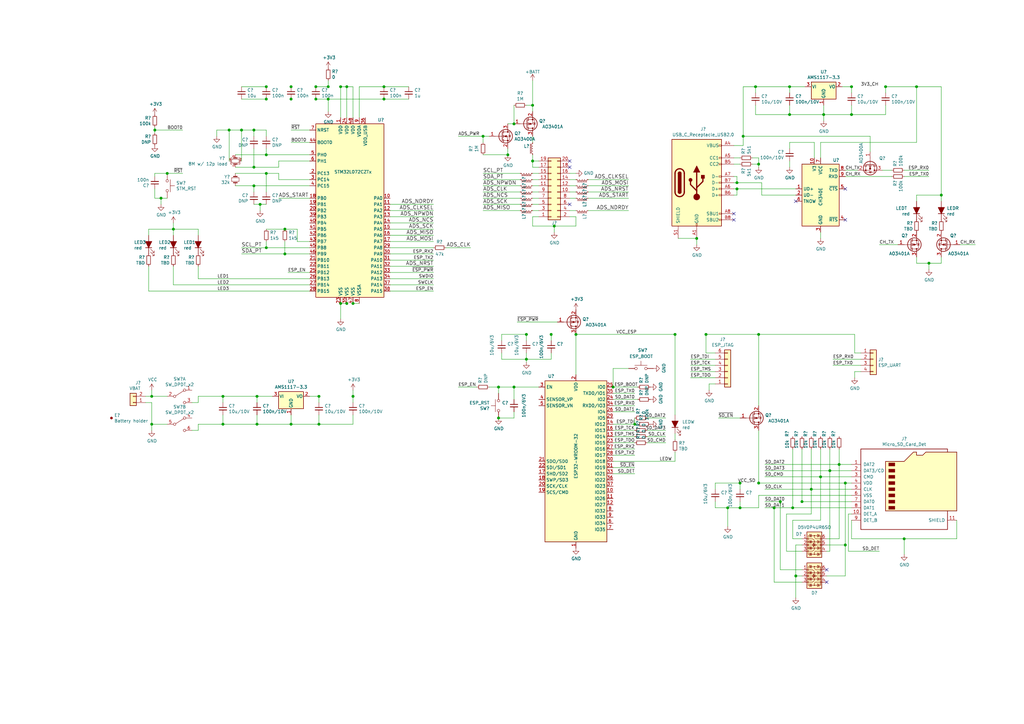
<source format=kicad_sch>
(kicad_sch (version 20210126) (generator eeschema)

  (paper "A3")

  (lib_symbols
    (symbol "Connector:Micro_SD_Card_Det" (pin_names (offset 1.016)) (in_bom yes) (on_board yes)
      (property "Reference" "J" (id 0) (at -16.51 17.78 0)
        (effects (font (size 1.27 1.27)))
      )
      (property "Value" "Micro_SD_Card_Det" (id 1) (at 16.51 17.78 0)
        (effects (font (size 1.27 1.27)) (justify right))
      )
      (property "Footprint" "" (id 2) (at 52.07 17.78 0)
        (effects (font (size 1.27 1.27)) hide)
      )
      (property "Datasheet" "https://www.hirose.com/product/en/download_file/key_name/DM3/category/Catalog/doc_file_id/49662/?file_category_id=4&item_id=195&is_series=1" (id 3) (at 0 2.54 0)
        (effects (font (size 1.27 1.27)) hide)
      )
      (property "ki_keywords" "connector SD microsd" (id 4) (at 0 0 0)
        (effects (font (size 1.27 1.27)) hide)
      )
      (property "ki_description" "Micro SD Card Socket with card detection pins" (id 5) (at 0 0 0)
        (effects (font (size 1.27 1.27)) hide)
      )
      (property "ki_fp_filters" "microSD*" (id 6) (at 0 0 0)
        (effects (font (size 1.27 1.27)) hide)
      )
      (symbol "Micro_SD_Card_Det_0_1"
        (rectangle (start -7.62 -6.985) (end -5.08 -8.255)
          (stroke (width 0)) (fill (type outline))
        )
        (rectangle (start -7.62 -4.445) (end -5.08 -5.715)
          (stroke (width 0)) (fill (type outline))
        )
        (rectangle (start -7.62 -1.905) (end -5.08 -3.175)
          (stroke (width 0)) (fill (type outline))
        )
        (rectangle (start -7.62 0.635) (end -5.08 -0.635)
          (stroke (width 0)) (fill (type outline))
        )
        (rectangle (start -7.62 3.175) (end -5.08 1.905)
          (stroke (width 0)) (fill (type outline))
        )
        (rectangle (start -7.62 5.715) (end -5.08 4.445)
          (stroke (width 0)) (fill (type outline))
        )
        (rectangle (start -7.62 8.255) (end -5.08 6.985)
          (stroke (width 0)) (fill (type outline))
        )
        (rectangle (start -7.62 10.795) (end -5.08 9.525)
          (stroke (width 0)) (fill (type outline))
        )
        (polyline
          (pts
            (xy 16.51 15.24)
            (xy 16.51 16.51)
            (xy -19.05 16.51)
            (xy -19.05 -16.51)
            (xy 16.51 -16.51)
            (xy 16.51 -8.89)
          )
          (stroke (width 0.254)) (fill (type none))
        )
        (polyline
          (pts
            (xy -8.89 -8.89)
            (xy -8.89 11.43)
            (xy -1.27 11.43)
            (xy 2.54 15.24)
            (xy 3.81 15.24)
            (xy 3.81 13.97)
            (xy 6.35 13.97)
            (xy 7.62 15.24)
            (xy 20.32 15.24)
            (xy 20.32 -8.89)
            (xy -8.89 -8.89)
          )
          (stroke (width 0.254)) (fill (type background))
        )
      )
      (symbol "Micro_SD_Card_Det_1_1"
        (pin bidirectional line (at -22.86 10.16 0) (length 3.81)
          (name "DAT2" (effects (font (size 1.27 1.27))))
          (number "1" (effects (font (size 1.27 1.27))))
        )
        (pin passive line (at -22.86 -10.16 0) (length 3.81)
          (name "DET_A" (effects (font (size 1.27 1.27))))
          (number "10" (effects (font (size 1.27 1.27))))
        )
        (pin passive line (at 20.32 -12.7 180) (length 3.81)
          (name "SHIELD" (effects (font (size 1.27 1.27))))
          (number "11" (effects (font (size 1.27 1.27))))
        )
        (pin bidirectional line (at -22.86 7.62 0) (length 3.81)
          (name "DAT3/CD" (effects (font (size 1.27 1.27))))
          (number "2" (effects (font (size 1.27 1.27))))
        )
        (pin input line (at -22.86 5.08 0) (length 3.81)
          (name "CMD" (effects (font (size 1.27 1.27))))
          (number "3" (effects (font (size 1.27 1.27))))
        )
        (pin power_in line (at -22.86 2.54 0) (length 3.81)
          (name "VDD" (effects (font (size 1.27 1.27))))
          (number "4" (effects (font (size 1.27 1.27))))
        )
        (pin input line (at -22.86 0 0) (length 3.81)
          (name "CLK" (effects (font (size 1.27 1.27))))
          (number "5" (effects (font (size 1.27 1.27))))
        )
        (pin power_in line (at -22.86 -2.54 0) (length 3.81)
          (name "VSS" (effects (font (size 1.27 1.27))))
          (number "6" (effects (font (size 1.27 1.27))))
        )
        (pin bidirectional line (at -22.86 -5.08 0) (length 3.81)
          (name "DAT0" (effects (font (size 1.27 1.27))))
          (number "7" (effects (font (size 1.27 1.27))))
        )
        (pin bidirectional line (at -22.86 -7.62 0) (length 3.81)
          (name "DAT1" (effects (font (size 1.27 1.27))))
          (number "8" (effects (font (size 1.27 1.27))))
        )
        (pin passive line (at -22.86 -12.7 0) (length 3.81)
          (name "DET_B" (effects (font (size 1.27 1.27))))
          (number "9" (effects (font (size 1.27 1.27))))
        )
      )
    )
    (symbol "Connector:USB_C_Receptacle_USB2.0" (pin_names (offset 1.016)) (in_bom yes) (on_board yes)
      (property "Reference" "J" (id 0) (at -10.16 19.05 0)
        (effects (font (size 1.27 1.27)) (justify left))
      )
      (property "Value" "USB_C_Receptacle_USB2.0" (id 1) (at 19.05 19.05 0)
        (effects (font (size 1.27 1.27)) (justify right))
      )
      (property "Footprint" "" (id 2) (at 3.81 0 0)
        (effects (font (size 1.27 1.27)) hide)
      )
      (property "Datasheet" "https://www.usb.org/sites/default/files/documents/usb_type-c.zip" (id 3) (at 3.81 0 0)
        (effects (font (size 1.27 1.27)) hide)
      )
      (property "ki_keywords" "usb universal serial bus type-C USB2.0" (id 4) (at 0 0 0)
        (effects (font (size 1.27 1.27)) hide)
      )
      (property "ki_description" "USB 2.0-only Type-C Receptacle connector" (id 5) (at 0 0 0)
        (effects (font (size 1.27 1.27)) hide)
      )
      (property "ki_fp_filters" "USB*C*Receptacle*" (id 6) (at 0 0 0)
        (effects (font (size 1.27 1.27)) hide)
      )
      (symbol "USB_C_Receptacle_USB2.0_0_0"
        (rectangle (start -0.254 -17.78) (end 0.254 -16.764)
          (stroke (width 0)) (fill (type none))
        )
        (rectangle (start 10.16 -14.986) (end 9.144 -15.494)
          (stroke (width 0)) (fill (type none))
        )
        (rectangle (start 10.16 -12.446) (end 9.144 -12.954)
          (stroke (width 0)) (fill (type none))
        )
        (rectangle (start 10.16 -4.826) (end 9.144 -5.334)
          (stroke (width 0)) (fill (type none))
        )
        (rectangle (start 10.16 -2.286) (end 9.144 -2.794)
          (stroke (width 0)) (fill (type none))
        )
        (rectangle (start 10.16 0.254) (end 9.144 -0.254)
          (stroke (width 0)) (fill (type none))
        )
        (rectangle (start 10.16 2.794) (end 9.144 2.286)
          (stroke (width 0)) (fill (type none))
        )
        (rectangle (start 10.16 7.874) (end 9.144 7.366)
          (stroke (width 0)) (fill (type none))
        )
        (rectangle (start 10.16 10.414) (end 9.144 9.906)
          (stroke (width 0)) (fill (type none))
        )
        (rectangle (start 10.16 15.494) (end 9.144 14.986)
          (stroke (width 0)) (fill (type none))
        )
      )
      (symbol "USB_C_Receptacle_USB2.0_0_1"
        (arc (start -8.89 -3.81) (end -5.08 -3.81) (radius (at -6.985 -3.81) (length 1.905) (angles -179.9 -0.1))
          (stroke (width 0.508)) (fill (type none))
        )
        (arc (start -7.62 -3.81) (end -6.35 -3.81) (radius (at -6.985 -3.81) (length 0.635) (angles -179.9 -0.1))
          (stroke (width 0.254)) (fill (type none))
        )
        (arc (start -7.62 -3.81) (end -6.35 -3.81) (radius (at -6.985 -3.81) (length 0.635) (angles -179.9 -0.1))
          (stroke (width 0.254)) (fill (type outline))
        )
        (arc (start -6.35 3.81) (end -7.62 3.81) (radius (at -6.985 3.81) (length 0.635) (angles 0.1 179.9))
          (stroke (width 0.254)) (fill (type outline))
        )
        (arc (start -6.35 3.81) (end -7.62 3.81) (radius (at -6.985 3.81) (length 0.635) (angles 0.1 179.9))
          (stroke (width 0.254)) (fill (type none))
        )
        (arc (start -5.08 3.81) (end -8.89 3.81) (radius (at -6.985 3.81) (length 1.905) (angles 0.1 179.9))
          (stroke (width 0.508)) (fill (type none))
        )
        (circle (center -2.54 1.143) (radius 0.635) (stroke (width 0.254)) (fill (type outline)))
        (circle (center 0 -5.842) (radius 1.27) (stroke (width 0)) (fill (type outline)))
        (rectangle (start -10.16 17.78) (end 10.16 -17.78)
          (stroke (width 0.254)) (fill (type background))
        )
        (rectangle (start -7.62 -3.81) (end -6.35 3.81)
          (stroke (width 0.254)) (fill (type outline))
        )
        (rectangle (start 1.905 1.778) (end 3.175 3.048)
          (stroke (width 0.254)) (fill (type outline))
        )
        (polyline
          (pts
            (xy -8.89 -3.81)
            (xy -8.89 3.81)
          )
          (stroke (width 0.508)) (fill (type none))
        )
        (polyline
          (pts
            (xy -5.08 3.81)
            (xy -5.08 -3.81)
          )
          (stroke (width 0.508)) (fill (type none))
        )
        (polyline
          (pts
            (xy 0 -5.842)
            (xy 0 4.318)
          )
          (stroke (width 0.508)) (fill (type none))
        )
        (polyline
          (pts
            (xy 0 -3.302)
            (xy -2.54 -0.762)
            (xy -2.54 0.508)
          )
          (stroke (width 0.508)) (fill (type none))
        )
        (polyline
          (pts
            (xy 0 -2.032)
            (xy 2.54 0.508)
            (xy 2.54 1.778)
          )
          (stroke (width 0.508)) (fill (type none))
        )
        (polyline
          (pts
            (xy -1.27 4.318)
            (xy 0 6.858)
            (xy 1.27 4.318)
            (xy -1.27 4.318)
          )
          (stroke (width 0.254)) (fill (type outline))
        )
      )
      (symbol "USB_C_Receptacle_USB2.0_1_1"
        (pin passive line (at 0 -22.86 90) (length 5.08)
          (name "GND" (effects (font (size 1.27 1.27))))
          (number "A1" (effects (font (size 1.27 1.27))))
        )
        (pin passive line (at 0 -22.86 90) (length 5.08) hide
          (name "GND" (effects (font (size 1.27 1.27))))
          (number "A12" (effects (font (size 1.27 1.27))))
        )
        (pin passive line (at 15.24 15.24 180) (length 5.08)
          (name "VBUS" (effects (font (size 1.27 1.27))))
          (number "A4" (effects (font (size 1.27 1.27))))
        )
        (pin bidirectional line (at 15.24 10.16 180) (length 5.08)
          (name "CC1" (effects (font (size 1.27 1.27))))
          (number "A5" (effects (font (size 1.27 1.27))))
        )
        (pin bidirectional line (at 15.24 -2.54 180) (length 5.08)
          (name "D+" (effects (font (size 1.27 1.27))))
          (number "A6" (effects (font (size 1.27 1.27))))
        )
        (pin bidirectional line (at 15.24 2.54 180) (length 5.08)
          (name "D-" (effects (font (size 1.27 1.27))))
          (number "A7" (effects (font (size 1.27 1.27))))
        )
        (pin bidirectional line (at 15.24 -12.7 180) (length 5.08)
          (name "SBU1" (effects (font (size 1.27 1.27))))
          (number "A8" (effects (font (size 1.27 1.27))))
        )
        (pin passive line (at 15.24 15.24 180) (length 5.08) hide
          (name "VBUS" (effects (font (size 1.27 1.27))))
          (number "A9" (effects (font (size 1.27 1.27))))
        )
        (pin passive line (at 0 -22.86 90) (length 5.08) hide
          (name "GND" (effects (font (size 1.27 1.27))))
          (number "B1" (effects (font (size 1.27 1.27))))
        )
        (pin passive line (at 0 -22.86 90) (length 5.08) hide
          (name "GND" (effects (font (size 1.27 1.27))))
          (number "B12" (effects (font (size 1.27 1.27))))
        )
        (pin passive line (at 15.24 15.24 180) (length 5.08) hide
          (name "VBUS" (effects (font (size 1.27 1.27))))
          (number "B4" (effects (font (size 1.27 1.27))))
        )
        (pin bidirectional line (at 15.24 7.62 180) (length 5.08)
          (name "CC2" (effects (font (size 1.27 1.27))))
          (number "B5" (effects (font (size 1.27 1.27))))
        )
        (pin bidirectional line (at 15.24 -5.08 180) (length 5.08)
          (name "D+" (effects (font (size 1.27 1.27))))
          (number "B6" (effects (font (size 1.27 1.27))))
        )
        (pin bidirectional line (at 15.24 0 180) (length 5.08)
          (name "D-" (effects (font (size 1.27 1.27))))
          (number "B7" (effects (font (size 1.27 1.27))))
        )
        (pin bidirectional line (at 15.24 -15.24 180) (length 5.08)
          (name "SBU2" (effects (font (size 1.27 1.27))))
          (number "B8" (effects (font (size 1.27 1.27))))
        )
        (pin passive line (at 15.24 15.24 180) (length 5.08) hide
          (name "VBUS" (effects (font (size 1.27 1.27))))
          (number "B9" (effects (font (size 1.27 1.27))))
        )
        (pin passive line (at -7.62 -22.86 90) (length 5.08)
          (name "SHIELD" (effects (font (size 1.27 1.27))))
          (number "S1" (effects (font (size 1.27 1.27))))
        )
      )
    )
    (symbol "Connector_Generic:Conn_01x02" (pin_names (offset 1.016) hide) (in_bom yes) (on_board yes)
      (property "Reference" "J" (id 0) (at 0 2.54 0)
        (effects (font (size 1.27 1.27)))
      )
      (property "Value" "Conn_01x02" (id 1) (at 0 -5.08 0)
        (effects (font (size 1.27 1.27)))
      )
      (property "Footprint" "" (id 2) (at 0 0 0)
        (effects (font (size 1.27 1.27)) hide)
      )
      (property "Datasheet" "~" (id 3) (at 0 0 0)
        (effects (font (size 1.27 1.27)) hide)
      )
      (property "ki_keywords" "connector" (id 4) (at 0 0 0)
        (effects (font (size 1.27 1.27)) hide)
      )
      (property "ki_description" "Generic connector, single row, 01x02, script generated (kicad-library-utils/schlib/autogen/connector/)" (id 5) (at 0 0 0)
        (effects (font (size 1.27 1.27)) hide)
      )
      (property "ki_fp_filters" "Connector*:*_1x??_*" (id 6) (at 0 0 0)
        (effects (font (size 1.27 1.27)) hide)
      )
      (symbol "Conn_01x02_1_1"
        (rectangle (start -1.27 -2.413) (end 0 -2.667)
          (stroke (width 0.1524)) (fill (type none))
        )
        (rectangle (start -1.27 0.127) (end 0 -0.127)
          (stroke (width 0.1524)) (fill (type none))
        )
        (rectangle (start -1.27 1.27) (end 1.27 -3.81)
          (stroke (width 0.254)) (fill (type background))
        )
        (pin passive line (at -5.08 0 0) (length 3.81)
          (name "Pin_1" (effects (font (size 1.27 1.27))))
          (number "1" (effects (font (size 1.27 1.27))))
        )
        (pin passive line (at -5.08 -2.54 0) (length 3.81)
          (name "Pin_2" (effects (font (size 1.27 1.27))))
          (number "2" (effects (font (size 1.27 1.27))))
        )
      )
    )
    (symbol "Connector_Generic:Conn_01x04" (pin_names (offset 1.016) hide) (in_bom yes) (on_board yes)
      (property "Reference" "J" (id 0) (at 0 5.08 0)
        (effects (font (size 1.27 1.27)))
      )
      (property "Value" "Conn_01x04" (id 1) (at 0 -7.62 0)
        (effects (font (size 1.27 1.27)))
      )
      (property "Footprint" "" (id 2) (at 0 0 0)
        (effects (font (size 1.27 1.27)) hide)
      )
      (property "Datasheet" "~" (id 3) (at 0 0 0)
        (effects (font (size 1.27 1.27)) hide)
      )
      (property "ki_keywords" "connector" (id 4) (at 0 0 0)
        (effects (font (size 1.27 1.27)) hide)
      )
      (property "ki_description" "Generic connector, single row, 01x04, script generated (kicad-library-utils/schlib/autogen/connector/)" (id 5) (at 0 0 0)
        (effects (font (size 1.27 1.27)) hide)
      )
      (property "ki_fp_filters" "Connector*:*_1x??_*" (id 6) (at 0 0 0)
        (effects (font (size 1.27 1.27)) hide)
      )
      (symbol "Conn_01x04_1_1"
        (rectangle (start -1.27 -4.953) (end 0 -5.207)
          (stroke (width 0.1524)) (fill (type none))
        )
        (rectangle (start -1.27 -2.413) (end 0 -2.667)
          (stroke (width 0.1524)) (fill (type none))
        )
        (rectangle (start -1.27 2.667) (end 0 2.413)
          (stroke (width 0.1524)) (fill (type none))
        )
        (rectangle (start -1.27 3.81) (end 1.27 -6.35)
          (stroke (width 0.254)) (fill (type background))
        )
        (rectangle (start -1.27 0.127) (end 0 -0.127)
          (stroke (width 0.1524)) (fill (type none))
        )
        (pin passive line (at -5.08 2.54 0) (length 3.81)
          (name "Pin_1" (effects (font (size 1.27 1.27))))
          (number "1" (effects (font (size 1.27 1.27))))
        )
        (pin passive line (at -5.08 0 0) (length 3.81)
          (name "Pin_2" (effects (font (size 1.27 1.27))))
          (number "2" (effects (font (size 1.27 1.27))))
        )
        (pin passive line (at -5.08 -2.54 0) (length 3.81)
          (name "Pin_3" (effects (font (size 1.27 1.27))))
          (number "3" (effects (font (size 1.27 1.27))))
        )
        (pin passive line (at -5.08 -5.08 0) (length 3.81)
          (name "Pin_4" (effects (font (size 1.27 1.27))))
          (number "4" (effects (font (size 1.27 1.27))))
        )
      )
    )
    (symbol "Connector_Generic:Conn_01x06" (pin_names (offset 1.016) hide) (in_bom yes) (on_board yes)
      (property "Reference" "J" (id 0) (at 0 7.62 0)
        (effects (font (size 1.27 1.27)))
      )
      (property "Value" "Conn_01x06" (id 1) (at 0 -10.16 0)
        (effects (font (size 1.27 1.27)))
      )
      (property "Footprint" "" (id 2) (at 0 0 0)
        (effects (font (size 1.27 1.27)) hide)
      )
      (property "Datasheet" "~" (id 3) (at 0 0 0)
        (effects (font (size 1.27 1.27)) hide)
      )
      (property "ki_keywords" "connector" (id 4) (at 0 0 0)
        (effects (font (size 1.27 1.27)) hide)
      )
      (property "ki_description" "Generic connector, single row, 01x06, script generated (kicad-library-utils/schlib/autogen/connector/)" (id 5) (at 0 0 0)
        (effects (font (size 1.27 1.27)) hide)
      )
      (property "ki_fp_filters" "Connector*:*_1x??_*" (id 6) (at 0 0 0)
        (effects (font (size 1.27 1.27)) hide)
      )
      (symbol "Conn_01x06_1_1"
        (rectangle (start -1.27 -4.953) (end 0 -5.207)
          (stroke (width 0.1524)) (fill (type none))
        )
        (rectangle (start -1.27 -7.493) (end 0 -7.747)
          (stroke (width 0.1524)) (fill (type none))
        )
        (rectangle (start -1.27 -2.413) (end 0 -2.667)
          (stroke (width 0.1524)) (fill (type none))
        )
        (rectangle (start -1.27 2.667) (end 0 2.413)
          (stroke (width 0.1524)) (fill (type none))
        )
        (rectangle (start -1.27 5.207) (end 0 4.953)
          (stroke (width 0.1524)) (fill (type none))
        )
        (rectangle (start -1.27 6.35) (end 1.27 -8.89)
          (stroke (width 0.254)) (fill (type background))
        )
        (rectangle (start -1.27 0.127) (end 0 -0.127)
          (stroke (width 0.1524)) (fill (type none))
        )
        (pin passive line (at -5.08 5.08 0) (length 3.81)
          (name "Pin_1" (effects (font (size 1.27 1.27))))
          (number "1" (effects (font (size 1.27 1.27))))
        )
        (pin passive line (at -5.08 2.54 0) (length 3.81)
          (name "Pin_2" (effects (font (size 1.27 1.27))))
          (number "2" (effects (font (size 1.27 1.27))))
        )
        (pin passive line (at -5.08 0 0) (length 3.81)
          (name "Pin_3" (effects (font (size 1.27 1.27))))
          (number "3" (effects (font (size 1.27 1.27))))
        )
        (pin passive line (at -5.08 -2.54 0) (length 3.81)
          (name "Pin_4" (effects (font (size 1.27 1.27))))
          (number "4" (effects (font (size 1.27 1.27))))
        )
        (pin passive line (at -5.08 -5.08 0) (length 3.81)
          (name "Pin_5" (effects (font (size 1.27 1.27))))
          (number "5" (effects (font (size 1.27 1.27))))
        )
        (pin passive line (at -5.08 -7.62 0) (length 3.81)
          (name "Pin_6" (effects (font (size 1.27 1.27))))
          (number "6" (effects (font (size 1.27 1.27))))
        )
      )
    )
    (symbol "Device:C_Small" (pin_numbers hide) (pin_names (offset 0.254) hide) (in_bom yes) (on_board yes)
      (property "Reference" "C" (id 0) (at 0.254 1.778 0)
        (effects (font (size 1.27 1.27)) (justify left))
      )
      (property "Value" "C_Small" (id 1) (at 0.254 -2.032 0)
        (effects (font (size 1.27 1.27)) (justify left))
      )
      (property "Footprint" "" (id 2) (at 0 0 0)
        (effects (font (size 1.27 1.27)) hide)
      )
      (property "Datasheet" "~" (id 3) (at 0 0 0)
        (effects (font (size 1.27 1.27)) hide)
      )
      (property "ki_keywords" "capacitor cap" (id 4) (at 0 0 0)
        (effects (font (size 1.27 1.27)) hide)
      )
      (property "ki_description" "Unpolarized capacitor, small symbol" (id 5) (at 0 0 0)
        (effects (font (size 1.27 1.27)) hide)
      )
      (property "ki_fp_filters" "C_*" (id 6) (at 0 0 0)
        (effects (font (size 1.27 1.27)) hide)
      )
      (symbol "C_Small_0_1"
        (polyline
          (pts
            (xy -1.524 -0.508)
            (xy 1.524 -0.508)
          )
          (stroke (width 0.3302)) (fill (type none))
        )
        (polyline
          (pts
            (xy -1.524 0.508)
            (xy 1.524 0.508)
          )
          (stroke (width 0.3048)) (fill (type none))
        )
      )
      (symbol "C_Small_1_1"
        (pin passive line (at 0 2.54 270) (length 2.032)
          (name "~" (effects (font (size 1.27 1.27))))
          (number "1" (effects (font (size 1.27 1.27))))
        )
        (pin passive line (at 0 -2.54 90) (length 2.032)
          (name "~" (effects (font (size 1.27 1.27))))
          (number "2" (effects (font (size 1.27 1.27))))
        )
      )
    )
    (symbol "Device:Crystal_GND24_Small" (pin_names (offset 1.016) hide) (in_bom yes) (on_board yes)
      (property "Reference" "Y" (id 0) (at 1.27 4.445 0)
        (effects (font (size 1.27 1.27)) (justify left))
      )
      (property "Value" "Crystal_GND24_Small" (id 1) (at 1.27 2.54 0)
        (effects (font (size 1.27 1.27)) (justify left))
      )
      (property "Footprint" "" (id 2) (at 0 0 0)
        (effects (font (size 1.27 1.27)) hide)
      )
      (property "Datasheet" "~" (id 3) (at 0 0 0)
        (effects (font (size 1.27 1.27)) hide)
      )
      (property "ki_keywords" "quartz ceramic resonator oscillator" (id 4) (at 0 0 0)
        (effects (font (size 1.27 1.27)) hide)
      )
      (property "ki_description" "Four pin crystal, GND on pins 2 and 4, small symbol" (id 5) (at 0 0 0)
        (effects (font (size 1.27 1.27)) hide)
      )
      (property "ki_fp_filters" "Crystal*" (id 6) (at 0 0 0)
        (effects (font (size 1.27 1.27)) hide)
      )
      (symbol "Crystal_GND24_Small_0_1"
        (rectangle (start -0.762 -1.524) (end 0.762 1.524)
          (stroke (width 0)) (fill (type none))
        )
        (polyline
          (pts
            (xy -1.27 -0.762)
            (xy -1.27 0.762)
          )
          (stroke (width 0.381)) (fill (type none))
        )
        (polyline
          (pts
            (xy 1.27 -0.762)
            (xy 1.27 0.762)
          )
          (stroke (width 0.381)) (fill (type none))
        )
        (polyline
          (pts
            (xy -1.27 -1.27)
            (xy -1.27 -1.905)
            (xy 1.27 -1.905)
            (xy 1.27 -1.27)
          )
          (stroke (width 0)) (fill (type none))
        )
        (polyline
          (pts
            (xy -1.27 1.27)
            (xy -1.27 1.905)
            (xy 1.27 1.905)
            (xy 1.27 1.27)
          )
          (stroke (width 0)) (fill (type none))
        )
      )
      (symbol "Crystal_GND24_Small_1_1"
        (pin passive line (at -2.54 0 0) (length 1.27)
          (name "1" (effects (font (size 1.27 1.27))))
          (number "1" (effects (font (size 0.762 0.762))))
        )
        (pin passive line (at 0 -2.54 90) (length 0.635)
          (name "2" (effects (font (size 1.27 1.27))))
          (number "2" (effects (font (size 0.762 0.762))))
        )
        (pin passive line (at 2.54 0 180) (length 1.27)
          (name "3" (effects (font (size 1.27 1.27))))
          (number "3" (effects (font (size 0.762 0.762))))
        )
        (pin passive line (at 0 2.54 270) (length 0.635)
          (name "4" (effects (font (size 1.27 1.27))))
          (number "4" (effects (font (size 0.762 0.762))))
        )
      )
    )
    (symbol "Device:Crystal_Small" (pin_numbers hide) (pin_names (offset 1.016) hide) (in_bom yes) (on_board yes)
      (property "Reference" "Y" (id 0) (at 0 2.54 0)
        (effects (font (size 1.27 1.27)))
      )
      (property "Value" "Crystal_Small" (id 1) (at 0 -2.54 0)
        (effects (font (size 1.27 1.27)))
      )
      (property "Footprint" "" (id 2) (at 0 0 0)
        (effects (font (size 1.27 1.27)) hide)
      )
      (property "Datasheet" "~" (id 3) (at 0 0 0)
        (effects (font (size 1.27 1.27)) hide)
      )
      (property "ki_keywords" "quartz ceramic resonator oscillator" (id 4) (at 0 0 0)
        (effects (font (size 1.27 1.27)) hide)
      )
      (property "ki_description" "Two pin crystal, small symbol" (id 5) (at 0 0 0)
        (effects (font (size 1.27 1.27)) hide)
      )
      (property "ki_fp_filters" "Crystal*" (id 6) (at 0 0 0)
        (effects (font (size 1.27 1.27)) hide)
      )
      (symbol "Crystal_Small_0_1"
        (rectangle (start -0.762 -1.524) (end 0.762 1.524)
          (stroke (width 0)) (fill (type none))
        )
        (polyline
          (pts
            (xy -1.27 -0.762)
            (xy -1.27 0.762)
          )
          (stroke (width 0.381)) (fill (type none))
        )
        (polyline
          (pts
            (xy 1.27 -0.762)
            (xy 1.27 0.762)
          )
          (stroke (width 0.381)) (fill (type none))
        )
      )
      (symbol "Crystal_Small_1_1"
        (pin passive line (at -2.54 0 0) (length 1.27)
          (name "1" (effects (font (size 1.27 1.27))))
          (number "1" (effects (font (size 1.27 1.27))))
        )
        (pin passive line (at 2.54 0 180) (length 1.27)
          (name "2" (effects (font (size 1.27 1.27))))
          (number "2" (effects (font (size 1.27 1.27))))
        )
      )
    )
    (symbol "Device:LED_Filled" (pin_numbers hide) (pin_names (offset 1.016) hide) (in_bom yes) (on_board yes)
      (property "Reference" "D" (id 0) (at 0 2.54 0)
        (effects (font (size 1.27 1.27)))
      )
      (property "Value" "LED_Filled" (id 1) (at 0 -2.54 0)
        (effects (font (size 1.27 1.27)))
      )
      (property "Footprint" "" (id 2) (at 0 0 0)
        (effects (font (size 1.27 1.27)) hide)
      )
      (property "Datasheet" "~" (id 3) (at 0 0 0)
        (effects (font (size 1.27 1.27)) hide)
      )
      (property "ki_keywords" "LED diode" (id 4) (at 0 0 0)
        (effects (font (size 1.27 1.27)) hide)
      )
      (property "ki_description" "Light emitting diode, filled shape" (id 5) (at 0 0 0)
        (effects (font (size 1.27 1.27)) hide)
      )
      (property "ki_fp_filters" "LED* LED_SMD:* LED_THT:*" (id 6) (at 0 0 0)
        (effects (font (size 1.27 1.27)) hide)
      )
      (symbol "LED_Filled_0_1"
        (polyline
          (pts
            (xy -1.27 -1.27)
            (xy -1.27 1.27)
          )
          (stroke (width 0.254)) (fill (type none))
        )
        (polyline
          (pts
            (xy -1.27 0)
            (xy 1.27 0)
          )
          (stroke (width 0)) (fill (type none))
        )
        (polyline
          (pts
            (xy 1.27 -1.27)
            (xy 1.27 1.27)
            (xy -1.27 0)
            (xy 1.27 -1.27)
          )
          (stroke (width 0.254)) (fill (type outline))
        )
        (polyline
          (pts
            (xy -3.048 -0.762)
            (xy -4.572 -2.286)
            (xy -3.81 -2.286)
            (xy -4.572 -2.286)
            (xy -4.572 -1.524)
          )
          (stroke (width 0)) (fill (type none))
        )
        (polyline
          (pts
            (xy -1.778 -0.762)
            (xy -3.302 -2.286)
            (xy -2.54 -2.286)
            (xy -3.302 -2.286)
            (xy -3.302 -1.524)
          )
          (stroke (width 0)) (fill (type none))
        )
      )
      (symbol "LED_Filled_1_1"
        (pin passive line (at -3.81 0 0) (length 2.54)
          (name "K" (effects (font (size 1.27 1.27))))
          (number "1" (effects (font (size 1.27 1.27))))
        )
        (pin passive line (at 3.81 0 180) (length 2.54)
          (name "A" (effects (font (size 1.27 1.27))))
          (number "2" (effects (font (size 1.27 1.27))))
        )
      )
    )
    (symbol "Device:R_Small" (pin_numbers hide) (pin_names (offset 0.254) hide) (in_bom yes) (on_board yes)
      (property "Reference" "R" (id 0) (at 0.762 0.508 0)
        (effects (font (size 1.27 1.27)) (justify left))
      )
      (property "Value" "R_Small" (id 1) (at 0.762 -1.016 0)
        (effects (font (size 1.27 1.27)) (justify left))
      )
      (property "Footprint" "" (id 2) (at 0 0 0)
        (effects (font (size 1.27 1.27)) hide)
      )
      (property "Datasheet" "~" (id 3) (at 0 0 0)
        (effects (font (size 1.27 1.27)) hide)
      )
      (property "ki_keywords" "R resistor" (id 4) (at 0 0 0)
        (effects (font (size 1.27 1.27)) hide)
      )
      (property "ki_description" "Resistor, small symbol" (id 5) (at 0 0 0)
        (effects (font (size 1.27 1.27)) hide)
      )
      (property "ki_fp_filters" "R_*" (id 6) (at 0 0 0)
        (effects (font (size 1.27 1.27)) hide)
      )
      (symbol "R_Small_0_1"
        (rectangle (start -0.762 1.778) (end 0.762 -1.778)
          (stroke (width 0.2032)) (fill (type none))
        )
      )
      (symbol "R_Small_1_1"
        (pin passive line (at 0 2.54 270) (length 0.762)
          (name "~" (effects (font (size 1.27 1.27))))
          (number "1" (effects (font (size 1.27 1.27))))
        )
        (pin passive line (at 0 -2.54 90) (length 0.762)
          (name "~" (effects (font (size 1.27 1.27))))
          (number "2" (effects (font (size 1.27 1.27))))
        )
      )
    )
    (symbol "Interface_USB:CH340E" (in_bom yes) (on_board yes)
      (property "Reference" "U" (id 0) (at -5.08 13.97 0)
        (effects (font (size 1.27 1.27)) (justify right))
      )
      (property "Value" "CH340E" (id 1) (at 1.27 13.97 0)
        (effects (font (size 1.27 1.27)) (justify left))
      )
      (property "Footprint" "Package_SO:MSOP-10_3x3mm_P0.5mm" (id 2) (at 1.27 -13.97 0)
        (effects (font (size 1.27 1.27)) (justify left) hide)
      )
      (property "Datasheet" "https://www.mpja.com/download/35227cpdata.pdf" (id 3) (at -8.89 20.32 0)
        (effects (font (size 1.27 1.27)) hide)
      )
      (property "ki_keywords" "USB UART Serial Converter Interface" (id 4) (at 0 0 0)
        (effects (font (size 1.27 1.27)) hide)
      )
      (property "ki_description" "USB serial converter, UART, MSOP-10" (id 5) (at 0 0 0)
        (effects (font (size 1.27 1.27)) hide)
      )
      (property "ki_fp_filters" "MSOP*3x3mm*P0.5mm*" (id 6) (at 0 0 0)
        (effects (font (size 1.27 1.27)) hide)
      )
      (symbol "CH340E_0_1"
        (rectangle (start -7.62 12.7) (end 7.62 -12.7)
          (stroke (width 0.254)) (fill (type background))
        )
      )
      (symbol "CH340E_1_1"
        (pin bidirectional line (at -10.16 2.54 0) (length 2.54)
          (name "UD+" (effects (font (size 1.27 1.27))))
          (number "1" (effects (font (size 1.27 1.27))))
        )
        (pin passive line (at -2.54 15.24 270) (length 2.54)
          (name "V3" (effects (font (size 1.27 1.27))))
          (number "10" (effects (font (size 1.27 1.27))))
        )
        (pin bidirectional line (at -10.16 0 0) (length 2.54)
          (name "UD-" (effects (font (size 1.27 1.27))))
          (number "2" (effects (font (size 1.27 1.27))))
        )
        (pin power_in line (at 0 -15.24 90) (length 2.54)
          (name "GND" (effects (font (size 1.27 1.27))))
          (number "3" (effects (font (size 1.27 1.27))))
        )
        (pin output line (at 10.16 -10.16 180) (length 2.54)
          (name "~RTS" (effects (font (size 1.27 1.27))))
          (number "4" (effects (font (size 1.27 1.27))))
        )
        (pin input line (at 10.16 2.54 180) (length 2.54)
          (name "~CTS" (effects (font (size 1.27 1.27))))
          (number "5" (effects (font (size 1.27 1.27))))
        )
        (pin output line (at -10.16 -2.54 0) (length 2.54)
          (name "TNOW" (effects (font (size 1.27 1.27))))
          (number "6" (effects (font (size 1.27 1.27))))
        )
        (pin power_in line (at 0 15.24 270) (length 2.54)
          (name "VCC" (effects (font (size 1.27 1.27))))
          (number "7" (effects (font (size 1.27 1.27))))
        )
        (pin output line (at 10.16 10.16 180) (length 2.54)
          (name "TXD" (effects (font (size 1.27 1.27))))
          (number "8" (effects (font (size 1.27 1.27))))
        )
        (pin input line (at 10.16 7.62 180) (length 2.54)
          (name "RXD" (effects (font (size 1.27 1.27))))
          (number "9" (effects (font (size 1.27 1.27))))
        )
      )
    )
    (symbol "MCU_ST_STM32L0:STM32L072CZTx" (in_bom yes) (on_board yes)
      (property "Reference" "U" (id 0) (at -15.24 36.83 0)
        (effects (font (size 1.27 1.27)) (justify left))
      )
      (property "Value" "STM32L072CZTx" (id 1) (at 7.62 36.83 0)
        (effects (font (size 1.27 1.27)) (justify left))
      )
      (property "Footprint" "Package_QFP:LQFP-48_7x7mm_P0.5mm" (id 2) (at -15.24 -35.56 0)
        (effects (font (size 1.27 1.27)) (justify right) hide)
      )
      (property "Datasheet" "http://www.st.com/st-web-ui/static/active/en/resource/technical/document/datasheet/DM00141133.pdf" (id 3) (at 0 0 0)
        (effects (font (size 1.27 1.27)) hide)
      )
      (property "ki_keywords" "ARM Cortex-M0+ STM32L0 STM32L0x2" (id 4) (at 0 0 0)
        (effects (font (size 1.27 1.27)) hide)
      )
      (property "ki_description" "ARM Cortex-M0+ MCU, 192KB flash, 20KB RAM, 32MHz, 1.65-3.6V, 37 GPIO, LQFP-48" (id 5) (at 0 0 0)
        (effects (font (size 1.27 1.27)) hide)
      )
      (property "ki_fp_filters" "LQFP*7x7mm*P0.5mm*" (id 6) (at 0 0 0)
        (effects (font (size 1.27 1.27)) hide)
      )
      (symbol "STM32L072CZTx_0_1"
        (rectangle (start -15.24 -35.56) (end 12.7 35.56)
          (stroke (width 0.254)) (fill (type background))
        )
      )
      (symbol "STM32L072CZTx_1_1"
        (pin input line (at -17.78 27.94 0) (length 2.54)
          (name "BOOT0" (effects (font (size 1.27 1.27))))
          (number "44" (effects (font (size 1.27 1.27))))
        )
        (pin input line (at -17.78 33.02 0) (length 2.54)
          (name "NRST" (effects (font (size 1.27 1.27))))
          (number "7" (effects (font (size 1.27 1.27))))
        )
        (pin bidirectional line (at 15.24 5.08 180) (length 2.54)
          (name "PA0" (effects (font (size 1.27 1.27))))
          (number "10" (effects (font (size 1.27 1.27))))
        )
        (pin bidirectional line (at 15.24 2.54 180) (length 2.54)
          (name "PA1" (effects (font (size 1.27 1.27))))
          (number "11" (effects (font (size 1.27 1.27))))
        )
        (pin bidirectional line (at 15.24 -20.32 180) (length 2.54)
          (name "PA10" (effects (font (size 1.27 1.27))))
          (number "31" (effects (font (size 1.27 1.27))))
        )
        (pin bidirectional line (at 15.24 -22.86 180) (length 2.54)
          (name "PA11" (effects (font (size 1.27 1.27))))
          (number "32" (effects (font (size 1.27 1.27))))
        )
        (pin bidirectional line (at 15.24 -25.4 180) (length 2.54)
          (name "PA12" (effects (font (size 1.27 1.27))))
          (number "33" (effects (font (size 1.27 1.27))))
        )
        (pin bidirectional line (at 15.24 -27.94 180) (length 2.54)
          (name "PA13" (effects (font (size 1.27 1.27))))
          (number "34" (effects (font (size 1.27 1.27))))
        )
        (pin bidirectional line (at 15.24 -30.48 180) (length 2.54)
          (name "PA14" (effects (font (size 1.27 1.27))))
          (number "37" (effects (font (size 1.27 1.27))))
        )
        (pin bidirectional line (at 15.24 -33.02 180) (length 2.54)
          (name "PA15" (effects (font (size 1.27 1.27))))
          (number "38" (effects (font (size 1.27 1.27))))
        )
        (pin bidirectional line (at 15.24 0 180) (length 2.54)
          (name "PA2" (effects (font (size 1.27 1.27))))
          (number "12" (effects (font (size 1.27 1.27))))
        )
        (pin bidirectional line (at 15.24 -2.54 180) (length 2.54)
          (name "PA3" (effects (font (size 1.27 1.27))))
          (number "13" (effects (font (size 1.27 1.27))))
        )
        (pin bidirectional line (at 15.24 -5.08 180) (length 2.54)
          (name "PA4" (effects (font (size 1.27 1.27))))
          (number "14" (effects (font (size 1.27 1.27))))
        )
        (pin bidirectional line (at 15.24 -7.62 180) (length 2.54)
          (name "PA5" (effects (font (size 1.27 1.27))))
          (number "15" (effects (font (size 1.27 1.27))))
        )
        (pin bidirectional line (at 15.24 -10.16 180) (length 2.54)
          (name "PA6" (effects (font (size 1.27 1.27))))
          (number "16" (effects (font (size 1.27 1.27))))
        )
        (pin bidirectional line (at 15.24 -12.7 180) (length 2.54)
          (name "PA7" (effects (font (size 1.27 1.27))))
          (number "17" (effects (font (size 1.27 1.27))))
        )
        (pin bidirectional line (at 15.24 -15.24 180) (length 2.54)
          (name "PA8" (effects (font (size 1.27 1.27))))
          (number "29" (effects (font (size 1.27 1.27))))
        )
        (pin bidirectional line (at 15.24 -17.78 180) (length 2.54)
          (name "PA9" (effects (font (size 1.27 1.27))))
          (number "30" (effects (font (size 1.27 1.27))))
        )
        (pin bidirectional line (at -17.78 5.08 0) (length 2.54)
          (name "PB0" (effects (font (size 1.27 1.27))))
          (number "18" (effects (font (size 1.27 1.27))))
        )
        (pin bidirectional line (at -17.78 2.54 0) (length 2.54)
          (name "PB1" (effects (font (size 1.27 1.27))))
          (number "19" (effects (font (size 1.27 1.27))))
        )
        (pin bidirectional line (at -17.78 -20.32 0) (length 2.54)
          (name "PB10" (effects (font (size 1.27 1.27))))
          (number "21" (effects (font (size 1.27 1.27))))
        )
        (pin bidirectional line (at -17.78 -22.86 0) (length 2.54)
          (name "PB11" (effects (font (size 1.27 1.27))))
          (number "22" (effects (font (size 1.27 1.27))))
        )
        (pin bidirectional line (at -17.78 -25.4 0) (length 2.54)
          (name "PB12" (effects (font (size 1.27 1.27))))
          (number "25" (effects (font (size 1.27 1.27))))
        )
        (pin bidirectional line (at -17.78 -27.94 0) (length 2.54)
          (name "PB13" (effects (font (size 1.27 1.27))))
          (number "26" (effects (font (size 1.27 1.27))))
        )
        (pin bidirectional line (at -17.78 -30.48 0) (length 2.54)
          (name "PB14" (effects (font (size 1.27 1.27))))
          (number "27" (effects (font (size 1.27 1.27))))
        )
        (pin bidirectional line (at -17.78 -33.02 0) (length 2.54)
          (name "PB15" (effects (font (size 1.27 1.27))))
          (number "28" (effects (font (size 1.27 1.27))))
        )
        (pin bidirectional line (at -17.78 0 0) (length 2.54)
          (name "PB2" (effects (font (size 1.27 1.27))))
          (number "20" (effects (font (size 1.27 1.27))))
        )
        (pin bidirectional line (at -17.78 -2.54 0) (length 2.54)
          (name "PB3" (effects (font (size 1.27 1.27))))
          (number "39" (effects (font (size 1.27 1.27))))
        )
        (pin bidirectional line (at -17.78 -5.08 0) (length 2.54)
          (name "PB4" (effects (font (size 1.27 1.27))))
          (number "40" (effects (font (size 1.27 1.27))))
        )
        (pin bidirectional line (at -17.78 -7.62 0) (length 2.54)
          (name "PB5" (effects (font (size 1.27 1.27))))
          (number "41" (effects (font (size 1.27 1.27))))
        )
        (pin bidirectional line (at -17.78 -10.16 0) (length 2.54)
          (name "PB6" (effects (font (size 1.27 1.27))))
          (number "42" (effects (font (size 1.27 1.27))))
        )
        (pin bidirectional line (at -17.78 -12.7 0) (length 2.54)
          (name "PB7" (effects (font (size 1.27 1.27))))
          (number "43" (effects (font (size 1.27 1.27))))
        )
        (pin bidirectional line (at -17.78 -15.24 0) (length 2.54)
          (name "PB8" (effects (font (size 1.27 1.27))))
          (number "45" (effects (font (size 1.27 1.27))))
        )
        (pin bidirectional line (at -17.78 -17.78 0) (length 2.54)
          (name "PB9" (effects (font (size 1.27 1.27))))
          (number "46" (effects (font (size 1.27 1.27))))
        )
        (pin bidirectional line (at -17.78 15.24 0) (length 2.54)
          (name "PC13" (effects (font (size 1.27 1.27))))
          (number "2" (effects (font (size 1.27 1.27))))
        )
        (pin bidirectional line (at -17.78 12.7 0) (length 2.54)
          (name "PC14" (effects (font (size 1.27 1.27))))
          (number "3" (effects (font (size 1.27 1.27))))
        )
        (pin bidirectional line (at -17.78 10.16 0) (length 2.54)
          (name "PC15" (effects (font (size 1.27 1.27))))
          (number "4" (effects (font (size 1.27 1.27))))
        )
        (pin input line (at -17.78 22.86 0) (length 2.54)
          (name "PH0" (effects (font (size 1.27 1.27))))
          (number "5" (effects (font (size 1.27 1.27))))
        )
        (pin input line (at -17.78 20.32 0) (length 2.54)
          (name "PH1" (effects (font (size 1.27 1.27))))
          (number "6" (effects (font (size 1.27 1.27))))
        )
        (pin power_in line (at -5.08 38.1 270) (length 2.54)
          (name "VDD" (effects (font (size 1.27 1.27))))
          (number "1" (effects (font (size 1.27 1.27))))
        )
        (pin power_in line (at -2.54 38.1 270) (length 2.54)
          (name "VDD" (effects (font (size 1.27 1.27))))
          (number "24" (effects (font (size 1.27 1.27))))
        )
        (pin power_in line (at 0 38.1 270) (length 2.54)
          (name "VDD" (effects (font (size 1.27 1.27))))
          (number "48" (effects (font (size 1.27 1.27))))
        )
        (pin power_in line (at 2.54 38.1 270) (length 2.54)
          (name "VDDA" (effects (font (size 1.27 1.27))))
          (number "9" (effects (font (size 1.27 1.27))))
        )
        (pin power_in line (at 5.08 38.1 270) (length 2.54)
          (name "VDD_USB" (effects (font (size 1.27 1.27))))
          (number "36" (effects (font (size 1.27 1.27))))
        )
        (pin power_in line (at -5.08 -38.1 90) (length 2.54)
          (name "VSS" (effects (font (size 1.27 1.27))))
          (number "23" (effects (font (size 1.27 1.27))))
        )
        (pin power_in line (at -2.54 -38.1 90) (length 2.54)
          (name "VSS" (effects (font (size 1.27 1.27))))
          (number "35" (effects (font (size 1.27 1.27))))
        )
        (pin power_in line (at 0 -38.1 90) (length 2.54)
          (name "VSS" (effects (font (size 1.27 1.27))))
          (number "47" (effects (font (size 1.27 1.27))))
        )
        (pin power_in line (at 2.54 -38.1 90) (length 2.54)
          (name "VSSA" (effects (font (size 1.27 1.27))))
          (number "8" (effects (font (size 1.27 1.27))))
        )
      )
    )
    (symbol "Power_Protection:NUP4202" (in_bom yes) (on_board yes)
      (property "Reference" "U" (id 0) (at -6.985 -2.54 0)
        (effects (font (size 1.27 1.27)))
      )
      (property "Value" "NUP4202" (id 1) (at 6.35 1.27 90)
        (effects (font (size 1.27 1.27)))
      )
      (property "Footprint" "Package_TO_SOT_SMD:SOT-363_SC-70-6" (id 2) (at 1.27 1.905 0)
        (effects (font (size 1.27 1.27)) hide)
      )
      (property "Datasheet" "http://www.onsemi.com/pub_link/Collateral/NUP4202W1-D.PDF" (id 3) (at 1.27 1.905 0)
        (effects (font (size 1.27 1.27)) hide)
      )
      (property "ki_keywords" "ESD Protection diodes  transient suppressor" (id 4) (at 0 0 0)
        (effects (font (size 1.27 1.27)) hide)
      )
      (property "ki_description" "Transient voltage suppressor designed to protect high speed data lines from ESD, EFT, and lightning" (id 5) (at 0 0 0)
        (effects (font (size 1.27 1.27)) hide)
      )
      (property "ki_fp_filters" "SOT?363*" (id 6) (at 0 0 0)
        (effects (font (size 1.27 1.27)) hide)
      )
      (symbol "NUP4202_0_1"
        (circle (center -3.81 0) (radius 0.127) (stroke (width 0)) (fill (type none)))
        (circle (center -3.81 0) (radius 0.127) (stroke (width 0)) (fill (type none)))
        (circle (center -1.27 -2.54) (radius 0.127) (stroke (width 0)) (fill (type none)))
        (circle (center -1.27 -2.54) (radius 0.127) (stroke (width 0)) (fill (type none)))
        (circle (center -1.27 0) (radius 0.127) (stroke (width 0)) (fill (type none)))
        (circle (center -1.27 0) (radius 0.127) (stroke (width 0)) (fill (type none)))
        (circle (center -1.27 2.54) (radius 0.127) (stroke (width 0)) (fill (type none)))
        (circle (center -1.27 2.54) (radius 0.127) (stroke (width 0)) (fill (type none)))
        (circle (center 0 -2.54) (radius 0.127) (stroke (width 0)) (fill (type none)))
        (circle (center 0 -2.54) (radius 0.127) (stroke (width 0)) (fill (type none)))
        (circle (center 0 2.54) (radius 0.127) (stroke (width 0)) (fill (type none)))
        (circle (center 0 2.54) (radius 0.127) (stroke (width 0)) (fill (type none)))
        (circle (center 1.27 -2.54) (radius 0.127) (stroke (width 0)) (fill (type none)))
        (circle (center 1.27 -2.54) (radius 0.127) (stroke (width 0)) (fill (type none)))
        (circle (center 1.27 0) (radius 0.127) (stroke (width 0)) (fill (type none)))
        (circle (center 1.27 0) (radius 0.127) (stroke (width 0)) (fill (type none)))
        (circle (center 1.27 2.54) (radius 0.127) (stroke (width 0)) (fill (type none)))
        (circle (center 1.27 2.54) (radius 0.127) (stroke (width 0)) (fill (type none)))
        (circle (center 3.81 0) (radius 0.127) (stroke (width 0)) (fill (type none)))
        (circle (center 3.81 0) (radius 0.127) (stroke (width 0)) (fill (type none)))
        (rectangle (start -5.334 3.048) (end 5.08 -3.048)
          (stroke (width 0.254)) (fill (type background))
        )
        (polyline
          (pts
            (xy -4.445 -1.27)
            (xy -3.175 -1.27)
          )
          (stroke (width 0)) (fill (type none))
        )
        (polyline
          (pts
            (xy -4.445 -1.27)
            (xy -3.175 -1.27)
          )
          (stroke (width 0)) (fill (type none))
        )
        (polyline
          (pts
            (xy -4.445 1.905)
            (xy -3.175 1.905)
          )
          (stroke (width 0)) (fill (type none))
        )
        (polyline
          (pts
            (xy -3.81 -2.54)
            (xy -3.81 -0.635)
          )
          (stroke (width 0)) (fill (type none))
        )
        (polyline
          (pts
            (xy -3.81 -2.54)
            (xy 3.81 -2.54)
          )
          (stroke (width 0)) (fill (type none))
        )
        (polyline
          (pts
            (xy -3.81 -0.635)
            (xy -3.81 0.635)
          )
          (stroke (width 0)) (fill (type none))
        )
        (polyline
          (pts
            (xy -3.81 0.635)
            (xy -3.81 2.54)
          )
          (stroke (width 0)) (fill (type none))
        )
        (polyline
          (pts
            (xy -3.81 2.54)
            (xy 3.81 2.54)
          )
          (stroke (width 0)) (fill (type none))
        )
        (polyline
          (pts
            (xy -3.81 2.54)
            (xy 3.81 2.54)
          )
          (stroke (width 0)) (fill (type none))
        )
        (polyline
          (pts
            (xy -1.905 -1.27)
            (xy -0.635 -1.27)
          )
          (stroke (width 0)) (fill (type none))
        )
        (polyline
          (pts
            (xy -1.905 -1.27)
            (xy -0.635 -1.27)
          )
          (stroke (width 0)) (fill (type none))
        )
        (polyline
          (pts
            (xy -1.905 1.905)
            (xy -0.635 1.905)
          )
          (stroke (width 0)) (fill (type none))
        )
        (polyline
          (pts
            (xy -1.27 -2.54)
            (xy -1.27 -0.635)
          )
          (stroke (width 0)) (fill (type none))
        )
        (polyline
          (pts
            (xy -1.27 -2.54)
            (xy -1.27 -0.635)
          )
          (stroke (width 0)) (fill (type none))
        )
        (polyline
          (pts
            (xy -1.27 0.635)
            (xy -1.27 -0.635)
          )
          (stroke (width 0)) (fill (type none))
        )
        (polyline
          (pts
            (xy -1.27 0.635)
            (xy -1.27 2.54)
          )
          (stroke (width 0)) (fill (type none))
        )
        (polyline
          (pts
            (xy 0 -0.889)
            (xy 0 -3.81)
          )
          (stroke (width 0)) (fill (type none))
        )
        (polyline
          (pts
            (xy 0 -0.889)
            (xy 0 1.016)
          )
          (stroke (width 0)) (fill (type none))
        )
        (polyline
          (pts
            (xy 0 -0.889)
            (xy 0 1.016)
          )
          (stroke (width 0)) (fill (type none))
        )
        (polyline
          (pts
            (xy 0 1.016)
            (xy 0 3.81)
          )
          (stroke (width 0)) (fill (type none))
        )
        (polyline
          (pts
            (xy 0.635 -1.27)
            (xy 1.905 -1.27)
          )
          (stroke (width 0)) (fill (type none))
        )
        (polyline
          (pts
            (xy 0.635 -1.27)
            (xy 1.905 -1.27)
          )
          (stroke (width 0)) (fill (type none))
        )
        (polyline
          (pts
            (xy 0.635 1.905)
            (xy 1.905 1.905)
          )
          (stroke (width 0)) (fill (type none))
        )
        (polyline
          (pts
            (xy 1.27 -2.54)
            (xy 1.27 -0.635)
          )
          (stroke (width 0)) (fill (type none))
        )
        (polyline
          (pts
            (xy 1.27 -2.54)
            (xy 1.27 -0.635)
          )
          (stroke (width 0)) (fill (type none))
        )
        (polyline
          (pts
            (xy 1.27 0.635)
            (xy 1.27 -0.635)
          )
          (stroke (width 0)) (fill (type none))
        )
        (polyline
          (pts
            (xy 1.27 0.635)
            (xy 1.27 2.54)
          )
          (stroke (width 0)) (fill (type none))
        )
        (polyline
          (pts
            (xy 3.175 -1.27)
            (xy 4.445 -1.27)
          )
          (stroke (width 0)) (fill (type none))
        )
        (polyline
          (pts
            (xy 3.175 -1.27)
            (xy 4.445 -1.27)
          )
          (stroke (width 0)) (fill (type none))
        )
        (polyline
          (pts
            (xy 3.175 1.905)
            (xy 4.445 1.905)
          )
          (stroke (width 0)) (fill (type none))
        )
        (polyline
          (pts
            (xy 3.81 -2.54)
            (xy 3.81 -0.635)
          )
          (stroke (width 0)) (fill (type none))
        )
        (polyline
          (pts
            (xy 3.81 0.635)
            (xy 3.81 -0.635)
          )
          (stroke (width 0)) (fill (type none))
        )
        (polyline
          (pts
            (xy 3.81 0.635)
            (xy 3.81 2.54)
          )
          (stroke (width 0)) (fill (type none))
        )
        (polyline
          (pts
            (xy 0.762 0.254)
            (xy -0.762 0.254)
            (xy -0.762 0)
          )
          (stroke (width 0)) (fill (type none))
        )
        (polyline
          (pts
            (xy -4.445 -1.905)
            (xy -3.175 -1.905)
            (xy -3.81 -1.27)
            (xy -4.445 -1.905)
          )
          (stroke (width 0)) (fill (type none))
        )
        (polyline
          (pts
            (xy -4.445 1.27)
            (xy -3.175 1.27)
            (xy -3.81 1.905)
            (xy -4.445 1.27)
          )
          (stroke (width 0)) (fill (type none))
        )
        (polyline
          (pts
            (xy -2.54 -3.81)
            (xy -2.54 -0.762)
            (xy -1.905 0)
            (xy -1.27 0)
          )
          (stroke (width 0)) (fill (type none))
        )
        (polyline
          (pts
            (xy -2.54 3.81)
            (xy -2.54 0.635)
            (xy -3.048 0)
            (xy -3.937 0)
          )
          (stroke (width 0)) (fill (type none))
        )
        (polyline
          (pts
            (xy -1.905 -1.905)
            (xy -0.635 -1.905)
            (xy -1.27 -1.27)
            (xy -1.905 -1.905)
          )
          (stroke (width 0)) (fill (type none))
        )
        (polyline
          (pts
            (xy -1.905 1.27)
            (xy -0.635 1.27)
            (xy -1.27 1.905)
            (xy -1.905 1.27)
          )
          (stroke (width 0)) (fill (type none))
        )
        (polyline
          (pts
            (xy -0.762 -0.508)
            (xy 0.762 -0.508)
            (xy 0 0.254)
            (xy -0.762 -0.508)
          )
          (stroke (width 0)) (fill (type none))
        )
        (polyline
          (pts
            (xy -0.762 -0.508)
            (xy 0.762 -0.508)
            (xy 0 0.254)
            (xy -0.762 -0.508)
          )
          (stroke (width 0)) (fill (type none))
        )
        (polyline
          (pts
            (xy 0.635 -1.905)
            (xy 1.905 -1.905)
            (xy 1.27 -1.27)
            (xy 0.635 -1.905)
          )
          (stroke (width 0)) (fill (type none))
        )
        (polyline
          (pts
            (xy 0.635 1.27)
            (xy 1.905 1.27)
            (xy 1.27 1.905)
            (xy 0.635 1.27)
          )
          (stroke (width 0)) (fill (type none))
        )
        (polyline
          (pts
            (xy 2.54 -3.81)
            (xy 2.54 -0.762)
            (xy 1.905 0)
            (xy 1.143 0)
          )
          (stroke (width 0)) (fill (type none))
        )
        (polyline
          (pts
            (xy 2.54 3.81)
            (xy 2.54 0.508)
            (xy 2.921 0)
            (xy 3.81 0)
          )
          (stroke (width 0)) (fill (type none))
        )
        (polyline
          (pts
            (xy 3.175 -1.905)
            (xy 4.445 -1.905)
            (xy 3.81 -1.27)
            (xy 3.175 -1.905)
          )
          (stroke (width 0)) (fill (type none))
        )
        (polyline
          (pts
            (xy 3.175 1.27)
            (xy 4.445 1.27)
            (xy 3.81 1.905)
            (xy 3.175 1.27)
          )
          (stroke (width 0)) (fill (type none))
        )
      )
      (symbol "NUP4202_1_1"
        (pin passive line (at -2.54 -5.08 90) (length 2.54)
          (name "~" (effects (font (size 1.27 1.27))))
          (number "1" (effects (font (size 1.27 1.27))))
        )
        (pin passive line (at 0 -5.08 90) (length 2.54)
          (name "~" (effects (font (size 1.27 1.27))))
          (number "2" (effects (font (size 1.27 1.27))))
        )
        (pin passive line (at 2.54 -5.08 90) (length 2.54)
          (name "~" (effects (font (size 1.27 1.27))))
          (number "3" (effects (font (size 1.27 1.27))))
        )
        (pin passive line (at 2.54 5.08 270) (length 2.54)
          (name "~" (effects (font (size 1.27 1.27))))
          (number "4" (effects (font (size 1.27 1.27))))
        )
        (pin passive line (at 0 5.08 270) (length 2.54)
          (name "~" (effects (font (size 1.27 1.27))))
          (number "5" (effects (font (size 1.27 1.27))))
        )
        (pin passive line (at -2.54 5.08 270) (length 2.54)
          (name "~" (effects (font (size 1.27 1.27))))
          (number "6" (effects (font (size 1.27 1.27))))
        )
      )
    )
    (symbol "RF_Module:ESP32-WROOM-32" (in_bom yes) (on_board yes)
      (property "Reference" "U" (id 0) (at -12.7 34.29 0)
        (effects (font (size 1.27 1.27)) (justify left))
      )
      (property "Value" "ESP32-WROOM-32" (id 1) (at 1.27 34.29 0)
        (effects (font (size 1.27 1.27)) (justify left))
      )
      (property "Footprint" "RF_Module:ESP32-WROOM-32" (id 2) (at 0 -38.1 0)
        (effects (font (size 1.27 1.27)) hide)
      )
      (property "Datasheet" "https://www.espressif.com/sites/default/files/documentation/esp32-wroom-32_datasheet_en.pdf" (id 3) (at -7.62 1.27 0)
        (effects (font (size 1.27 1.27)) hide)
      )
      (property "ki_keywords" "RF Radio BT ESP ESP32 Espressif onboard PCB antenna" (id 4) (at 0 0 0)
        (effects (font (size 1.27 1.27)) hide)
      )
      (property "ki_description" "RF Module, ESP32-D0WDQ6 SoC, Wi-Fi 802.11b/g/n, Bluetooth, BLE, 32-bit, 2.7-3.6V, onboard antenna, SMD" (id 5) (at 0 0 0)
        (effects (font (size 1.27 1.27)) hide)
      )
      (property "ki_fp_filters" "ESP32?WROOM?32*" (id 6) (at 0 0 0)
        (effects (font (size 1.27 1.27)) hide)
      )
      (symbol "ESP32-WROOM-32_0_1"
        (rectangle (start -12.7 33.02) (end 12.7 -33.02)
          (stroke (width 0.254)) (fill (type background))
        )
      )
      (symbol "ESP32-WROOM-32_1_1"
        (pin power_in line (at 0 -35.56 90) (length 2.54)
          (name "GND" (effects (font (size 1.27 1.27))))
          (number "1" (effects (font (size 1.27 1.27))))
        )
        (pin bidirectional line (at 15.24 -12.7 180) (length 2.54)
          (name "IO25" (effects (font (size 1.27 1.27))))
          (number "10" (effects (font (size 1.27 1.27))))
        )
        (pin bidirectional line (at 15.24 -15.24 180) (length 2.54)
          (name "IO26" (effects (font (size 1.27 1.27))))
          (number "11" (effects (font (size 1.27 1.27))))
        )
        (pin bidirectional line (at 15.24 -17.78 180) (length 2.54)
          (name "IO27" (effects (font (size 1.27 1.27))))
          (number "12" (effects (font (size 1.27 1.27))))
        )
        (pin bidirectional line (at 15.24 10.16 180) (length 2.54)
          (name "IO14" (effects (font (size 1.27 1.27))))
          (number "13" (effects (font (size 1.27 1.27))))
        )
        (pin bidirectional line (at 15.24 15.24 180) (length 2.54)
          (name "IO12" (effects (font (size 1.27 1.27))))
          (number "14" (effects (font (size 1.27 1.27))))
        )
        (pin passive line (at 0 -35.56 90) (length 2.54) hide
          (name "GND" (effects (font (size 1.27 1.27))))
          (number "15" (effects (font (size 1.27 1.27))))
        )
        (pin bidirectional line (at 15.24 12.7 180) (length 2.54)
          (name "IO13" (effects (font (size 1.27 1.27))))
          (number "16" (effects (font (size 1.27 1.27))))
        )
        (pin bidirectional line (at -15.24 -5.08 0) (length 2.54)
          (name "SHD/SD2" (effects (font (size 1.27 1.27))))
          (number "17" (effects (font (size 1.27 1.27))))
        )
        (pin bidirectional line (at -15.24 -7.62 0) (length 2.54)
          (name "SWP/SD3" (effects (font (size 1.27 1.27))))
          (number "18" (effects (font (size 1.27 1.27))))
        )
        (pin bidirectional line (at -15.24 -12.7 0) (length 2.54)
          (name "SCS/CMD" (effects (font (size 1.27 1.27))))
          (number "19" (effects (font (size 1.27 1.27))))
        )
        (pin power_in line (at 0 35.56 270) (length 2.54)
          (name "VDD" (effects (font (size 1.27 1.27))))
          (number "2" (effects (font (size 1.27 1.27))))
        )
        (pin bidirectional line (at -15.24 -10.16 0) (length 2.54)
          (name "SCK/CLK" (effects (font (size 1.27 1.27))))
          (number "20" (effects (font (size 1.27 1.27))))
        )
        (pin bidirectional line (at -15.24 0 0) (length 2.54)
          (name "SDO/SD0" (effects (font (size 1.27 1.27))))
          (number "21" (effects (font (size 1.27 1.27))))
        )
        (pin bidirectional line (at -15.24 -2.54 0) (length 2.54)
          (name "SDI/SD1" (effects (font (size 1.27 1.27))))
          (number "22" (effects (font (size 1.27 1.27))))
        )
        (pin bidirectional line (at 15.24 7.62 180) (length 2.54)
          (name "IO15" (effects (font (size 1.27 1.27))))
          (number "23" (effects (font (size 1.27 1.27))))
        )
        (pin bidirectional line (at 15.24 25.4 180) (length 2.54)
          (name "IO2" (effects (font (size 1.27 1.27))))
          (number "24" (effects (font (size 1.27 1.27))))
        )
        (pin bidirectional line (at 15.24 30.48 180) (length 2.54)
          (name "IO0" (effects (font (size 1.27 1.27))))
          (number "25" (effects (font (size 1.27 1.27))))
        )
        (pin bidirectional line (at 15.24 20.32 180) (length 2.54)
          (name "IO4" (effects (font (size 1.27 1.27))))
          (number "26" (effects (font (size 1.27 1.27))))
        )
        (pin bidirectional line (at 15.24 5.08 180) (length 2.54)
          (name "IO16" (effects (font (size 1.27 1.27))))
          (number "27" (effects (font (size 1.27 1.27))))
        )
        (pin bidirectional line (at 15.24 2.54 180) (length 2.54)
          (name "IO17" (effects (font (size 1.27 1.27))))
          (number "28" (effects (font (size 1.27 1.27))))
        )
        (pin bidirectional line (at 15.24 17.78 180) (length 2.54)
          (name "IO5" (effects (font (size 1.27 1.27))))
          (number "29" (effects (font (size 1.27 1.27))))
        )
        (pin input line (at -15.24 30.48 0) (length 2.54)
          (name "EN" (effects (font (size 1.27 1.27))))
          (number "3" (effects (font (size 1.27 1.27))))
        )
        (pin bidirectional line (at 15.24 0 180) (length 2.54)
          (name "IO18" (effects (font (size 1.27 1.27))))
          (number "30" (effects (font (size 1.27 1.27))))
        )
        (pin bidirectional line (at 15.24 -2.54 180) (length 2.54)
          (name "IO19" (effects (font (size 1.27 1.27))))
          (number "31" (effects (font (size 1.27 1.27))))
        )
        (pin no_connect line (at -12.7 -27.94 0) (length 2.54) hide
          (name "NC" (effects (font (size 1.27 1.27))))
          (number "32" (effects (font (size 1.27 1.27))))
        )
        (pin bidirectional line (at 15.24 -5.08 180) (length 2.54)
          (name "IO21" (effects (font (size 1.27 1.27))))
          (number "33" (effects (font (size 1.27 1.27))))
        )
        (pin bidirectional line (at 15.24 22.86 180) (length 2.54)
          (name "RXD0/IO3" (effects (font (size 1.27 1.27))))
          (number "34" (effects (font (size 1.27 1.27))))
        )
        (pin bidirectional line (at 15.24 27.94 180) (length 2.54)
          (name "TXD0/IO1" (effects (font (size 1.27 1.27))))
          (number "35" (effects (font (size 1.27 1.27))))
        )
        (pin bidirectional line (at 15.24 -7.62 180) (length 2.54)
          (name "IO22" (effects (font (size 1.27 1.27))))
          (number "36" (effects (font (size 1.27 1.27))))
        )
        (pin bidirectional line (at 15.24 -10.16 180) (length 2.54)
          (name "IO23" (effects (font (size 1.27 1.27))))
          (number "37" (effects (font (size 1.27 1.27))))
        )
        (pin passive line (at 0 -35.56 90) (length 2.54) hide
          (name "GND" (effects (font (size 1.27 1.27))))
          (number "38" (effects (font (size 1.27 1.27))))
        )
        (pin passive line (at 0 -35.56 90) (length 2.54) hide
          (name "GND" (effects (font (size 1.27 1.27))))
          (number "39" (effects (font (size 1.27 1.27))))
        )
        (pin input line (at -15.24 25.4 0) (length 2.54)
          (name "SENSOR_VP" (effects (font (size 1.27 1.27))))
          (number "4" (effects (font (size 1.27 1.27))))
        )
        (pin input line (at -15.24 22.86 0) (length 2.54)
          (name "SENSOR_VN" (effects (font (size 1.27 1.27))))
          (number "5" (effects (font (size 1.27 1.27))))
        )
        (pin input line (at 15.24 -25.4 180) (length 2.54)
          (name "IO34" (effects (font (size 1.27 1.27))))
          (number "6" (effects (font (size 1.27 1.27))))
        )
        (pin input line (at 15.24 -27.94 180) (length 2.54)
          (name "IO35" (effects (font (size 1.27 1.27))))
          (number "7" (effects (font (size 1.27 1.27))))
        )
        (pin bidirectional line (at 15.24 -20.32 180) (length 2.54)
          (name "IO32" (effects (font (size 1.27 1.27))))
          (number "8" (effects (font (size 1.27 1.27))))
        )
        (pin bidirectional line (at 15.24 -22.86 180) (length 2.54)
          (name "IO33" (effects (font (size 1.27 1.27))))
          (number "9" (effects (font (size 1.27 1.27))))
        )
      )
    )
    (symbol "Regulator_Linear:AMS1117-3.3" (pin_names (offset 0.254)) (in_bom yes) (on_board yes)
      (property "Reference" "U" (id 0) (at -3.81 3.175 0)
        (effects (font (size 1.27 1.27)))
      )
      (property "Value" "AMS1117-3.3" (id 1) (at 0 3.175 0)
        (effects (font (size 1.27 1.27)) (justify left))
      )
      (property "Footprint" "Package_TO_SOT_SMD:SOT-223-3_TabPin2" (id 2) (at 0 5.08 0)
        (effects (font (size 1.27 1.27)) hide)
      )
      (property "Datasheet" "http://www.advanced-monolithic.com/pdf/ds1117.pdf" (id 3) (at 2.54 -6.35 0)
        (effects (font (size 1.27 1.27)) hide)
      )
      (property "ki_keywords" "linear regulator ldo fixed positive" (id 4) (at 0 0 0)
        (effects (font (size 1.27 1.27)) hide)
      )
      (property "ki_description" "1A Low Dropout regulator, positive, 3.3V fixed output, SOT-223" (id 5) (at 0 0 0)
        (effects (font (size 1.27 1.27)) hide)
      )
      (property "ki_fp_filters" "SOT?223*TabPin2*" (id 6) (at 0 0 0)
        (effects (font (size 1.27 1.27)) hide)
      )
      (symbol "AMS1117-3.3_0_1"
        (rectangle (start -5.08 -5.08) (end 5.08 1.905)
          (stroke (width 0.254)) (fill (type background))
        )
      )
      (symbol "AMS1117-3.3_1_1"
        (pin power_in line (at 0 -7.62 90) (length 2.54)
          (name "GND" (effects (font (size 1.27 1.27))))
          (number "1" (effects (font (size 1.27 1.27))))
        )
        (pin power_out line (at 7.62 0 180) (length 2.54)
          (name "VO" (effects (font (size 1.27 1.27))))
          (number "2" (effects (font (size 1.27 1.27))))
        )
        (pin power_in line (at -7.62 0 0) (length 2.54)
          (name "VI" (effects (font (size 1.27 1.27))))
          (number "3" (effects (font (size 1.27 1.27))))
        )
      )
    )
    (symbol "Switch:SW_DPDT_x2" (pin_names (offset 0) hide) (in_bom yes) (on_board yes)
      (property "Reference" "SW" (id 0) (at 0 4.318 0)
        (effects (font (size 1.27 1.27)))
      )
      (property "Value" "SW_DPDT_x2" (id 1) (at 0 -5.08 0)
        (effects (font (size 1.27 1.27)))
      )
      (property "Footprint" "" (id 2) (at 0 0 0)
        (effects (font (size 1.27 1.27)) hide)
      )
      (property "Datasheet" "~" (id 3) (at 0 0 0)
        (effects (font (size 1.27 1.27)) hide)
      )
      (property "ki_keywords" "switch dual-pole double-throw DPDT spdt ON-ON" (id 4) (at 0 0 0)
        (effects (font (size 1.27 1.27)) hide)
      )
      (property "ki_description" "Switch, dual pole double throw, separate symbols" (id 5) (at 0 0 0)
        (effects (font (size 1.27 1.27)) hide)
      )
      (property "ki_fp_filters" "SW*DPDT*" (id 6) (at 0 0 0)
        (effects (font (size 1.27 1.27)) hide)
      )
      (symbol "SW_DPDT_x2_0_0"
        (circle (center -2.032 0) (radius 0.508) (stroke (width 0)) (fill (type none)))
        (circle (center 2.032 -2.54) (radius 0.508) (stroke (width 0)) (fill (type none)))
      )
      (symbol "SW_DPDT_x2_0_1"
        (circle (center 2.032 2.54) (radius 0.508) (stroke (width 0)) (fill (type none)))
        (polyline
          (pts
            (xy -1.524 0.254)
            (xy 1.651 2.286)
          )
          (stroke (width 0)) (fill (type none))
        )
      )
      (symbol "SW_DPDT_x2_1_1"
        (pin passive line (at 5.08 2.54 180) (length 2.54)
          (name "A" (effects (font (size 1.27 1.27))))
          (number "1" (effects (font (size 1.27 1.27))))
        )
        (pin passive line (at -5.08 0 0) (length 2.54)
          (name "B" (effects (font (size 1.27 1.27))))
          (number "2" (effects (font (size 1.27 1.27))))
        )
        (pin passive line (at 5.08 -2.54 180) (length 2.54)
          (name "C" (effects (font (size 1.27 1.27))))
          (number "3" (effects (font (size 1.27 1.27))))
        )
      )
      (symbol "SW_DPDT_x2_2_1"
        (pin passive line (at 5.08 2.54 180) (length 2.54)
          (name "A" (effects (font (size 1.27 1.27))))
          (number "4" (effects (font (size 1.27 1.27))))
        )
        (pin passive line (at -5.08 0 0) (length 2.54)
          (name "B" (effects (font (size 1.27 1.27))))
          (number "5" (effects (font (size 1.27 1.27))))
        )
        (pin passive line (at 5.08 -2.54 180) (length 2.54)
          (name "C" (effects (font (size 1.27 1.27))))
          (number "6" (effects (font (size 1.27 1.27))))
        )
      )
    )
    (symbol "Switch:SW_Push" (pin_numbers hide) (pin_names (offset 1.016) hide) (in_bom yes) (on_board yes)
      (property "Reference" "SW" (id 0) (at 1.27 2.54 0)
        (effects (font (size 1.27 1.27)) (justify left))
      )
      (property "Value" "SW_Push" (id 1) (at 0 -1.524 0)
        (effects (font (size 1.27 1.27)))
      )
      (property "Footprint" "" (id 2) (at 0 5.08 0)
        (effects (font (size 1.27 1.27)) hide)
      )
      (property "Datasheet" "~" (id 3) (at 0 5.08 0)
        (effects (font (size 1.27 1.27)) hide)
      )
      (property "ki_keywords" "switch normally-open pushbutton push-button" (id 4) (at 0 0 0)
        (effects (font (size 1.27 1.27)) hide)
      )
      (property "ki_description" "Push button switch, generic, two pins" (id 5) (at 0 0 0)
        (effects (font (size 1.27 1.27)) hide)
      )
      (symbol "SW_Push_0_1"
        (circle (center -2.032 0) (radius 0.508) (stroke (width 0)) (fill (type none)))
        (circle (center 2.032 0) (radius 0.508) (stroke (width 0)) (fill (type none)))
        (polyline
          (pts
            (xy 0 1.27)
            (xy 0 3.048)
          )
          (stroke (width 0)) (fill (type none))
        )
        (polyline
          (pts
            (xy 2.54 1.27)
            (xy -2.54 1.27)
          )
          (stroke (width 0)) (fill (type none))
        )
        (pin passive line (at -5.08 0 0) (length 2.54)
          (name "1" (effects (font (size 1.27 1.27))))
          (number "1" (effects (font (size 1.27 1.27))))
        )
        (pin passive line (at 5.08 0 180) (length 2.54)
          (name "2" (effects (font (size 1.27 1.27))))
          (number "2" (effects (font (size 1.27 1.27))))
        )
      )
    )
    (symbol "Transistor_FET:AO3400A" (pin_names hide) (in_bom yes) (on_board yes)
      (property "Reference" "Q" (id 0) (at 5.08 1.905 0)
        (effects (font (size 1.27 1.27)) (justify left))
      )
      (property "Value" "AO3400A" (id 1) (at 5.08 0 0)
        (effects (font (size 1.27 1.27)) (justify left))
      )
      (property "Footprint" "Package_TO_SOT_SMD:SOT-23" (id 2) (at 5.08 -1.905 0)
        (effects (font (size 1.27 1.27) italic) (justify left) hide)
      )
      (property "Datasheet" "http://www.aosmd.com/pdfs/datasheet/AO3400A.pdf" (id 3) (at 0 0 0)
        (effects (font (size 1.27 1.27)) (justify left) hide)
      )
      (property "ki_keywords" "N-Channel MOSFET" (id 4) (at 0 0 0)
        (effects (font (size 1.27 1.27)) hide)
      )
      (property "ki_description" "30V Vds, 5.7A Id, N-Channel MOSFET, SOT-23" (id 5) (at 0 0 0)
        (effects (font (size 1.27 1.27)) hide)
      )
      (property "ki_fp_filters" "SOT?23*" (id 6) (at 0 0 0)
        (effects (font (size 1.27 1.27)) hide)
      )
      (symbol "AO3400A_0_1"
        (circle (center 1.651 0) (radius 2.794) (stroke (width 0.254)) (fill (type none)))
        (circle (center 2.54 -1.778) (radius 0.254) (stroke (width 0)) (fill (type outline)))
        (circle (center 2.54 1.778) (radius 0.254) (stroke (width 0)) (fill (type outline)))
        (polyline
          (pts
            (xy 0.254 0)
            (xy -2.54 0)
          )
          (stroke (width 0)) (fill (type none))
        )
        (polyline
          (pts
            (xy 0.254 1.905)
            (xy 0.254 -1.905)
          )
          (stroke (width 0.254)) (fill (type none))
        )
        (polyline
          (pts
            (xy 0.762 -1.27)
            (xy 0.762 -2.286)
          )
          (stroke (width 0.254)) (fill (type none))
        )
        (polyline
          (pts
            (xy 0.762 0.508)
            (xy 0.762 -0.508)
          )
          (stroke (width 0.254)) (fill (type none))
        )
        (polyline
          (pts
            (xy 0.762 2.286)
            (xy 0.762 1.27)
          )
          (stroke (width 0.254)) (fill (type none))
        )
        (polyline
          (pts
            (xy 2.54 2.54)
            (xy 2.54 1.778)
          )
          (stroke (width 0)) (fill (type none))
        )
        (polyline
          (pts
            (xy 2.54 -2.54)
            (xy 2.54 0)
            (xy 0.762 0)
          )
          (stroke (width 0)) (fill (type none))
        )
        (polyline
          (pts
            (xy 0.762 -1.778)
            (xy 3.302 -1.778)
            (xy 3.302 1.778)
            (xy 0.762 1.778)
          )
          (stroke (width 0)) (fill (type none))
        )
        (polyline
          (pts
            (xy 1.016 0)
            (xy 2.032 0.381)
            (xy 2.032 -0.381)
            (xy 1.016 0)
          )
          (stroke (width 0)) (fill (type outline))
        )
        (polyline
          (pts
            (xy 2.794 0.508)
            (xy 2.921 0.381)
            (xy 3.683 0.381)
            (xy 3.81 0.254)
          )
          (stroke (width 0)) (fill (type none))
        )
        (polyline
          (pts
            (xy 3.302 0.381)
            (xy 2.921 -0.254)
            (xy 3.683 -0.254)
            (xy 3.302 0.381)
          )
          (stroke (width 0)) (fill (type none))
        )
      )
      (symbol "AO3400A_1_1"
        (pin input line (at -5.08 0 0) (length 2.54)
          (name "G" (effects (font (size 1.27 1.27))))
          (number "1" (effects (font (size 1.27 1.27))))
        )
        (pin passive line (at 2.54 -5.08 90) (length 2.54)
          (name "S" (effects (font (size 1.27 1.27))))
          (number "2" (effects (font (size 1.27 1.27))))
        )
        (pin passive line (at 2.54 5.08 270) (length 2.54)
          (name "D" (effects (font (size 1.27 1.27))))
          (number "3" (effects (font (size 1.27 1.27))))
        )
      )
    )
    (symbol "Transistor_FET:AO3401A" (pin_names hide) (in_bom yes) (on_board yes)
      (property "Reference" "Q" (id 0) (at 5.08 1.905 0)
        (effects (font (size 1.27 1.27)) (justify left))
      )
      (property "Value" "AO3401A" (id 1) (at 5.08 0 0)
        (effects (font (size 1.27 1.27)) (justify left))
      )
      (property "Footprint" "Package_TO_SOT_SMD:SOT-23" (id 2) (at 5.08 -1.905 0)
        (effects (font (size 1.27 1.27) italic) (justify left) hide)
      )
      (property "Datasheet" "http://www.aosmd.com/pdfs/datasheet/AO3401A.pdf" (id 3) (at 0 0 0)
        (effects (font (size 1.27 1.27)) (justify left) hide)
      )
      (property "ki_keywords" "P-Channel MOSFET" (id 4) (at 0 0 0)
        (effects (font (size 1.27 1.27)) hide)
      )
      (property "ki_description" "-4.0A Id, -30V Vds, P-Channel MOSFET, SOT-23" (id 5) (at 0 0 0)
        (effects (font (size 1.27 1.27)) hide)
      )
      (property "ki_fp_filters" "SOT?23*" (id 6) (at 0 0 0)
        (effects (font (size 1.27 1.27)) hide)
      )
      (symbol "AO3401A_0_1"
        (circle (center 1.651 0) (radius 2.794) (stroke (width 0.254)) (fill (type none)))
        (circle (center 2.54 -1.778) (radius 0.254) (stroke (width 0)) (fill (type outline)))
        (circle (center 2.54 1.778) (radius 0.254) (stroke (width 0)) (fill (type outline)))
        (polyline
          (pts
            (xy 0.254 0)
            (xy -2.54 0)
          )
          (stroke (width 0)) (fill (type none))
        )
        (polyline
          (pts
            (xy 0.254 1.905)
            (xy 0.254 -1.905)
          )
          (stroke (width 0.254)) (fill (type none))
        )
        (polyline
          (pts
            (xy 0.762 -1.27)
            (xy 0.762 -2.286)
          )
          (stroke (width 0.254)) (fill (type none))
        )
        (polyline
          (pts
            (xy 0.762 0.508)
            (xy 0.762 -0.508)
          )
          (stroke (width 0.254)) (fill (type none))
        )
        (polyline
          (pts
            (xy 0.762 2.286)
            (xy 0.762 1.27)
          )
          (stroke (width 0.254)) (fill (type none))
        )
        (polyline
          (pts
            (xy 2.54 2.54)
            (xy 2.54 1.778)
          )
          (stroke (width 0)) (fill (type none))
        )
        (polyline
          (pts
            (xy 2.54 -2.54)
            (xy 2.54 0)
            (xy 0.762 0)
          )
          (stroke (width 0)) (fill (type none))
        )
        (polyline
          (pts
            (xy 0.762 1.778)
            (xy 3.302 1.778)
            (xy 3.302 -1.778)
            (xy 0.762 -1.778)
          )
          (stroke (width 0)) (fill (type none))
        )
        (polyline
          (pts
            (xy 2.286 0)
            (xy 1.27 0.381)
            (xy 1.27 -0.381)
            (xy 2.286 0)
          )
          (stroke (width 0)) (fill (type outline))
        )
        (polyline
          (pts
            (xy 2.794 -0.508)
            (xy 2.921 -0.381)
            (xy 3.683 -0.381)
            (xy 3.81 -0.254)
          )
          (stroke (width 0)) (fill (type none))
        )
        (polyline
          (pts
            (xy 3.302 -0.381)
            (xy 2.921 0.254)
            (xy 3.683 0.254)
            (xy 3.302 -0.381)
          )
          (stroke (width 0)) (fill (type none))
        )
      )
      (symbol "AO3401A_1_1"
        (pin input line (at -5.08 0 0) (length 2.54)
          (name "G" (effects (font (size 1.27 1.27))))
          (number "1" (effects (font (size 1.27 1.27))))
        )
        (pin passive line (at 2.54 -5.08 90) (length 2.54)
          (name "S" (effects (font (size 1.27 1.27))))
          (number "2" (effects (font (size 1.27 1.27))))
        )
        (pin passive line (at 2.54 5.08 270) (length 2.54)
          (name "D" (effects (font (size 1.27 1.27))))
          (number "3" (effects (font (size 1.27 1.27))))
        )
      )
    )
    (symbol "components:bom_item" (in_bom yes) (on_board yes)
      (property "Reference" "E" (id 0) (at -2.032 -0.076 0)
        (effects (font (size 1.27 1.27)))
      )
      (property "Value" "bom_item" (id 1) (at 5.6134 -0.0254 0)
        (effects (font (size 1.27 1.27)))
      )
      (property "Footprint" "" (id 2) (at 0 0 0)
        (effects (font (size 1.27 1.27)) hide)
      )
      (property "Datasheet" "" (id 3) (at 0 0 0)
        (effects (font (size 1.27 1.27)) hide)
      )
      (symbol "bom_item_0_1"
        (circle (center 0 0) (radius 0.4853) (stroke (width 0.001)) (fill (type outline)))
      )
    )
    (symbol "frontend_board-rescue:+BATT" (power) (pin_names (offset 0)) (in_bom yes) (on_board yes)
      (property "Reference" "#PWR" (id 0) (at 0 -3.81 0)
        (effects (font (size 1.27 1.27)) hide)
      )
      (property "Value" "+BATT" (id 1) (at 0 3.556 0)
        (effects (font (size 1.27 1.27)))
      )
      (property "Footprint" "" (id 2) (at 0 0 0)
        (effects (font (size 1.27 1.27)) hide)
      )
      (property "Datasheet" "" (id 3) (at 0 0 0)
        (effects (font (size 1.27 1.27)) hide)
      )
      (symbol "+BATT_0_1"
        (polyline
          (pts
            (xy -0.762 1.27)
            (xy 0 2.54)
          )
          (stroke (width 0)) (fill (type none))
        )
        (polyline
          (pts
            (xy 0 0)
            (xy 0 2.54)
          )
          (stroke (width 0)) (fill (type none))
        )
        (polyline
          (pts
            (xy 0 2.54)
            (xy 0.762 1.27)
          )
          (stroke (width 0)) (fill (type none))
        )
      )
      (symbol "+BATT_1_1"
        (pin power_in line (at 0 0 90) (length 0) hide
          (name "+BATT" (effects (font (size 1.27 1.27))))
          (number "1" (effects (font (size 1.27 1.27))))
        )
      )
    )
    (symbol "frontend_board-rescue:Conn_02x10_Odd_Even" (pin_names (offset 1.016) hide) (in_bom yes) (on_board yes)
      (property "Reference" "J" (id 0) (at 1.27 12.7 0)
        (effects (font (size 1.27 1.27)))
      )
      (property "Value" "Conn_02x10_Odd_Even" (id 1) (at 1.27 -15.24 0)
        (effects (font (size 1.27 1.27)))
      )
      (property "Footprint" "" (id 2) (at 0 0 0)
        (effects (font (size 1.27 1.27)) hide)
      )
      (property "Datasheet" "" (id 3) (at 0 0 0)
        (effects (font (size 1.27 1.27)) hide)
      )
      (property "ki_fp_filters" "Connector*:*2x??x*mm* Connector*:*2x???Pitch* Pin_Header_Straight_2X* Pin_Header_Angled_2X* Socket_Strip_Straight_2X* Socket_Strip_Angled_2X*" (id 4) (at 0 0 0)
        (effects (font (size 1.27 1.27)) hide)
      )
      (symbol "Conn_02x10_Odd_Even_1_1"
        (rectangle (start -1.27 -12.573) (end 0 -12.827)
          (stroke (width 0.1524)) (fill (type none))
        )
        (rectangle (start -1.27 -10.033) (end 0 -10.287)
          (stroke (width 0.1524)) (fill (type none))
        )
        (rectangle (start -1.27 -7.493) (end 0 -7.747)
          (stroke (width 0.1524)) (fill (type none))
        )
        (rectangle (start -1.27 -4.953) (end 0 -5.207)
          (stroke (width 0.1524)) (fill (type none))
        )
        (rectangle (start -1.27 -2.413) (end 0 -2.667)
          (stroke (width 0.1524)) (fill (type none))
        )
        (rectangle (start -1.27 0.127) (end 0 -0.127)
          (stroke (width 0.1524)) (fill (type none))
        )
        (rectangle (start -1.27 2.667) (end 0 2.413)
          (stroke (width 0.1524)) (fill (type none))
        )
        (rectangle (start -1.27 5.207) (end 0 4.953)
          (stroke (width 0.1524)) (fill (type none))
        )
        (rectangle (start -1.27 7.747) (end 0 7.493)
          (stroke (width 0.1524)) (fill (type none))
        )
        (rectangle (start -1.27 10.287) (end 0 10.033)
          (stroke (width 0.1524)) (fill (type none))
        )
        (rectangle (start 3.81 -12.573) (end 2.54 -12.827)
          (stroke (width 0.1524)) (fill (type none))
        )
        (rectangle (start 3.81 -10.033) (end 2.54 -10.287)
          (stroke (width 0.1524)) (fill (type none))
        )
        (rectangle (start 3.81 -7.493) (end 2.54 -7.747)
          (stroke (width 0.1524)) (fill (type none))
        )
        (rectangle (start 3.81 -4.953) (end 2.54 -5.207)
          (stroke (width 0.1524)) (fill (type none))
        )
        (rectangle (start 3.81 -2.413) (end 2.54 -2.667)
          (stroke (width 0.1524)) (fill (type none))
        )
        (rectangle (start 3.81 0.127) (end 2.54 -0.127)
          (stroke (width 0.1524)) (fill (type none))
        )
        (rectangle (start 3.81 2.667) (end 2.54 2.413)
          (stroke (width 0.1524)) (fill (type none))
        )
        (rectangle (start 3.81 5.207) (end 2.54 4.953)
          (stroke (width 0.1524)) (fill (type none))
        )
        (rectangle (start 3.81 7.747) (end 2.54 7.493)
          (stroke (width 0.1524)) (fill (type none))
        )
        (rectangle (start 3.81 10.287) (end 2.54 10.033)
          (stroke (width 0.1524)) (fill (type none))
        )
        (rectangle (start -1.27 11.43) (end 3.81 -13.97)
          (stroke (width 0.254)) (fill (type background))
        )
        (pin passive line (at -5.08 10.16 0) (length 3.81)
          (name "Pin_1" (effects (font (size 1.27 1.27))))
          (number "1" (effects (font (size 1.27 1.27))))
        )
        (pin passive line (at 7.62 0 180) (length 3.81)
          (name "Pin_10" (effects (font (size 1.27 1.27))))
          (number "10" (effects (font (size 1.27 1.27))))
        )
        (pin passive line (at -5.08 -2.54 0) (length 3.81)
          (name "Pin_11" (effects (font (size 1.27 1.27))))
          (number "11" (effects (font (size 1.27 1.27))))
        )
        (pin passive line (at 7.62 -2.54 180) (length 3.81)
          (name "Pin_12" (effects (font (size 1.27 1.27))))
          (number "12" (effects (font (size 1.27 1.27))))
        )
        (pin passive line (at -5.08 -5.08 0) (length 3.81)
          (name "Pin_13" (effects (font (size 1.27 1.27))))
          (number "13" (effects (font (size 1.27 1.27))))
        )
        (pin passive line (at 7.62 -5.08 180) (length 3.81)
          (name "Pin_14" (effects (font (size 1.27 1.27))))
          (number "14" (effects (font (size 1.27 1.27))))
        )
        (pin passive line (at -5.08 -7.62 0) (length 3.81)
          (name "Pin_15" (effects (font (size 1.27 1.27))))
          (number "15" (effects (font (size 1.27 1.27))))
        )
        (pin passive line (at 7.62 -7.62 180) (length 3.81)
          (name "Pin_16" (effects (font (size 1.27 1.27))))
          (number "16" (effects (font (size 1.27 1.27))))
        )
        (pin passive line (at -5.08 -10.16 0) (length 3.81)
          (name "Pin_17" (effects (font (size 1.27 1.27))))
          (number "17" (effects (font (size 1.27 1.27))))
        )
        (pin passive line (at 7.62 -10.16 180) (length 3.81)
          (name "Pin_18" (effects (font (size 1.27 1.27))))
          (number "18" (effects (font (size 1.27 1.27))))
        )
        (pin passive line (at -5.08 -12.7 0) (length 3.81)
          (name "Pin_19" (effects (font (size 1.27 1.27))))
          (number "19" (effects (font (size 1.27 1.27))))
        )
        (pin passive line (at 7.62 10.16 180) (length 3.81)
          (name "Pin_2" (effects (font (size 1.27 1.27))))
          (number "2" (effects (font (size 1.27 1.27))))
        )
        (pin passive line (at 7.62 -12.7 180) (length 3.81)
          (name "Pin_20" (effects (font (size 1.27 1.27))))
          (number "20" (effects (font (size 1.27 1.27))))
        )
        (pin passive line (at -5.08 7.62 0) (length 3.81)
          (name "Pin_3" (effects (font (size 1.27 1.27))))
          (number "3" (effects (font (size 1.27 1.27))))
        )
        (pin passive line (at 7.62 7.62 180) (length 3.81)
          (name "Pin_4" (effects (font (size 1.27 1.27))))
          (number "4" (effects (font (size 1.27 1.27))))
        )
        (pin passive line (at -5.08 5.08 0) (length 3.81)
          (name "Pin_5" (effects (font (size 1.27 1.27))))
          (number "5" (effects (font (size 1.27 1.27))))
        )
        (pin passive line (at 7.62 5.08 180) (length 3.81)
          (name "Pin_6" (effects (font (size 1.27 1.27))))
          (number "6" (effects (font (size 1.27 1.27))))
        )
        (pin passive line (at -5.08 2.54 0) (length 3.81)
          (name "Pin_7" (effects (font (size 1.27 1.27))))
          (number "7" (effects (font (size 1.27 1.27))))
        )
        (pin passive line (at 7.62 2.54 180) (length 3.81)
          (name "Pin_8" (effects (font (size 1.27 1.27))))
          (number "8" (effects (font (size 1.27 1.27))))
        )
        (pin passive line (at -5.08 0 0) (length 3.81)
          (name "Pin_9" (effects (font (size 1.27 1.27))))
          (number "9" (effects (font (size 1.27 1.27))))
        )
      )
    )
    (symbol "frontend_board-rescue:L_Core_Ferrite_Small" (pin_numbers hide) (pin_names (offset 0.254) hide) (in_bom yes) (on_board yes)
      (property "Reference" "L" (id 0) (at 1.27 1.016 0)
        (effects (font (size 1.27 1.27)) (justify left))
      )
      (property "Value" "L_Core_Ferrite_Small" (id 1) (at 1.27 -1.27 0)
        (effects (font (size 1.27 1.27)) (justify left))
      )
      (property "Footprint" "" (id 2) (at 0 0 0)
        (effects (font (size 1.27 1.27)) hide)
      )
      (property "Datasheet" "" (id 3) (at 0 0 0)
        (effects (font (size 1.27 1.27)) hide)
      )
      (property "ki_fp_filters" "Choke_* *Coil* Inductor_* L_*" (id 4) (at 0 0 0)
        (effects (font (size 1.27 1.27)) hide)
      )
      (symbol "L_Core_Ferrite_Small_0_1"
        (arc (start 0 -2.032) (end 0 -1.016) (radius (at 0 -1.524) (length 0.508) (angles -89.9 89.9))
          (stroke (width 0)) (fill (type none))
        )
        (arc (start 0 -1.016) (end 0 0) (radius (at 0 -0.508) (length 0.508) (angles -89.9 89.9))
          (stroke (width 0)) (fill (type none))
        )
        (arc (start 0 0) (end 0 1.016) (radius (at 0 0.508) (length 0.508) (angles -89.9 89.9))
          (stroke (width 0)) (fill (type none))
        )
        (arc (start 0 1.016) (end 0 2.032) (radius (at 0 1.524) (length 0.508) (angles -89.9 89.9))
          (stroke (width 0)) (fill (type none))
        )
        (polyline
          (pts
            (xy 0.762 -1.905)
            (xy 0.762 -1.651)
          )
          (stroke (width 0)) (fill (type none))
        )
        (polyline
          (pts
            (xy 0.762 -1.397)
            (xy 0.762 -1.143)
          )
          (stroke (width 0)) (fill (type none))
        )
        (polyline
          (pts
            (xy 0.762 -0.889)
            (xy 0.762 -0.635)
          )
          (stroke (width 0)) (fill (type none))
        )
        (polyline
          (pts
            (xy 0.762 -0.381)
            (xy 0.762 -0.127)
          )
          (stroke (width 0)) (fill (type none))
        )
        (polyline
          (pts
            (xy 0.762 0.127)
            (xy 0.762 0.381)
          )
          (stroke (width 0)) (fill (type none))
        )
        (polyline
          (pts
            (xy 0.762 0.635)
            (xy 0.762 0.889)
          )
          (stroke (width 0)) (fill (type none))
        )
        (polyline
          (pts
            (xy 0.762 1.143)
            (xy 0.762 1.397)
          )
          (stroke (width 0)) (fill (type none))
        )
        (polyline
          (pts
            (xy 0.762 1.651)
            (xy 0.762 1.905)
          )
          (stroke (width 0)) (fill (type none))
        )
        (polyline
          (pts
            (xy 1.016 -1.651)
            (xy 1.016 -1.905)
          )
          (stroke (width 0)) (fill (type none))
        )
        (polyline
          (pts
            (xy 1.016 -1.143)
            (xy 1.016 -1.397)
          )
          (stroke (width 0)) (fill (type none))
        )
        (polyline
          (pts
            (xy 1.016 -0.635)
            (xy 1.016 -0.889)
          )
          (stroke (width 0)) (fill (type none))
        )
        (polyline
          (pts
            (xy 1.016 -0.127)
            (xy 1.016 -0.381)
          )
          (stroke (width 0)) (fill (type none))
        )
        (polyline
          (pts
            (xy 1.016 0.381)
            (xy 1.016 0.127)
          )
          (stroke (width 0)) (fill (type none))
        )
        (polyline
          (pts
            (xy 1.016 0.889)
            (xy 1.016 0.635)
          )
          (stroke (width 0)) (fill (type none))
        )
        (polyline
          (pts
            (xy 1.016 1.397)
            (xy 1.016 1.143)
          )
          (stroke (width 0)) (fill (type none))
        )
        (polyline
          (pts
            (xy 1.016 1.905)
            (xy 1.016 1.651)
          )
          (stroke (width 0)) (fill (type none))
        )
      )
      (symbol "L_Core_Ferrite_Small_1_1"
        (pin passive line (at 0 2.54 270) (length 0.508)
          (name "~" (effects (font (size 1.27 1.27))))
          (number "1" (effects (font (size 1.27 1.27))))
        )
        (pin passive line (at 0 -2.54 90) (length 0.508)
          (name "~" (effects (font (size 1.27 1.27))))
          (number "2" (effects (font (size 1.27 1.27))))
        )
      )
    )
    (symbol "power:+3.3V" (power) (pin_names (offset 0)) (in_bom yes) (on_board yes)
      (property "Reference" "#PWR" (id 0) (at 0 -3.81 0)
        (effects (font (size 1.27 1.27)) hide)
      )
      (property "Value" "+3.3V" (id 1) (at 0 3.556 0)
        (effects (font (size 1.27 1.27)))
      )
      (property "Footprint" "" (id 2) (at 0 0 0)
        (effects (font (size 1.27 1.27)) hide)
      )
      (property "Datasheet" "" (id 3) (at 0 0 0)
        (effects (font (size 1.27 1.27)) hide)
      )
      (property "ki_keywords" "power-flag" (id 4) (at 0 0 0)
        (effects (font (size 1.27 1.27)) hide)
      )
      (property "ki_description" "Power symbol creates a global label with name \"+3.3V\"" (id 5) (at 0 0 0)
        (effects (font (size 1.27 1.27)) hide)
      )
      (symbol "+3.3V_0_1"
        (polyline
          (pts
            (xy -0.762 1.27)
            (xy 0 2.54)
          )
          (stroke (width 0)) (fill (type none))
        )
        (polyline
          (pts
            (xy 0 0)
            (xy 0 2.54)
          )
          (stroke (width 0)) (fill (type none))
        )
        (polyline
          (pts
            (xy 0 2.54)
            (xy 0.762 1.27)
          )
          (stroke (width 0)) (fill (type none))
        )
      )
      (symbol "+3.3V_1_1"
        (pin power_in line (at 0 0 90) (length 0) hide
          (name "+3V3" (effects (font (size 1.27 1.27))))
          (number "1" (effects (font (size 1.27 1.27))))
        )
      )
    )
    (symbol "power:+3V3" (power) (pin_names (offset 0)) (in_bom yes) (on_board yes)
      (property "Reference" "#PWR" (id 0) (at 0 -3.81 0)
        (effects (font (size 1.27 1.27)) hide)
      )
      (property "Value" "+3V3" (id 1) (at 0 3.556 0)
        (effects (font (size 1.27 1.27)))
      )
      (property "Footprint" "" (id 2) (at 0 0 0)
        (effects (font (size 1.27 1.27)) hide)
      )
      (property "Datasheet" "" (id 3) (at 0 0 0)
        (effects (font (size 1.27 1.27)) hide)
      )
      (property "ki_keywords" "power-flag" (id 4) (at 0 0 0)
        (effects (font (size 1.27 1.27)) hide)
      )
      (property "ki_description" "Power symbol creates a global label with name \"+3V3\"" (id 5) (at 0 0 0)
        (effects (font (size 1.27 1.27)) hide)
      )
      (symbol "+3V3_0_1"
        (polyline
          (pts
            (xy -0.762 1.27)
            (xy 0 2.54)
          )
          (stroke (width 0)) (fill (type none))
        )
        (polyline
          (pts
            (xy 0 0)
            (xy 0 2.54)
          )
          (stroke (width 0)) (fill (type none))
        )
        (polyline
          (pts
            (xy 0 2.54)
            (xy 0.762 1.27)
          )
          (stroke (width 0)) (fill (type none))
        )
      )
      (symbol "+3V3_1_1"
        (pin power_in line (at 0 0 90) (length 0) hide
          (name "+3V3" (effects (font (size 1.27 1.27))))
          (number "1" (effects (font (size 1.27 1.27))))
        )
      )
    )
    (symbol "power:GND" (power) (pin_names (offset 0)) (in_bom yes) (on_board yes)
      (property "Reference" "#PWR" (id 0) (at 0 -6.35 0)
        (effects (font (size 1.27 1.27)) hide)
      )
      (property "Value" "GND" (id 1) (at 0 -3.81 0)
        (effects (font (size 1.27 1.27)))
      )
      (property "Footprint" "" (id 2) (at 0 0 0)
        (effects (font (size 1.27 1.27)) hide)
      )
      (property "Datasheet" "" (id 3) (at 0 0 0)
        (effects (font (size 1.27 1.27)) hide)
      )
      (property "ki_keywords" "power-flag" (id 4) (at 0 0 0)
        (effects (font (size 1.27 1.27)) hide)
      )
      (property "ki_description" "Power symbol creates a global label with name \"GND\" , ground" (id 5) (at 0 0 0)
        (effects (font (size 1.27 1.27)) hide)
      )
      (symbol "GND_0_1"
        (polyline
          (pts
            (xy 0 0)
            (xy 0 -1.27)
            (xy 1.27 -1.27)
            (xy 0 -2.54)
            (xy -1.27 -1.27)
            (xy 0 -1.27)
          )
          (stroke (width 0)) (fill (type none))
        )
      )
      (symbol "GND_1_1"
        (pin power_in line (at 0 0 270) (length 0) hide
          (name "GND" (effects (font (size 1.27 1.27))))
          (number "1" (effects (font (size 1.27 1.27))))
        )
      )
    )
    (symbol "power:VCC" (power) (pin_names (offset 0)) (in_bom yes) (on_board yes)
      (property "Reference" "#PWR" (id 0) (at 0 -3.81 0)
        (effects (font (size 1.27 1.27)) hide)
      )
      (property "Value" "VCC" (id 1) (at 0 3.81 0)
        (effects (font (size 1.27 1.27)))
      )
      (property "Footprint" "" (id 2) (at 0 0 0)
        (effects (font (size 1.27 1.27)) hide)
      )
      (property "Datasheet" "" (id 3) (at 0 0 0)
        (effects (font (size 1.27 1.27)) hide)
      )
      (property "ki_keywords" "power-flag" (id 4) (at 0 0 0)
        (effects (font (size 1.27 1.27)) hide)
      )
      (property "ki_description" "Power symbol creates a global label with name \"VCC\"" (id 5) (at 0 0 0)
        (effects (font (size 1.27 1.27)) hide)
      )
      (symbol "VCC_0_1"
        (polyline
          (pts
            (xy -0.762 1.27)
            (xy 0 2.54)
          )
          (stroke (width 0)) (fill (type none))
        )
        (polyline
          (pts
            (xy 0 0)
            (xy 0 2.54)
          )
          (stroke (width 0)) (fill (type none))
        )
        (polyline
          (pts
            (xy 0 2.54)
            (xy 0.762 1.27)
          )
          (stroke (width 0)) (fill (type none))
        )
      )
      (symbol "VCC_1_1"
        (pin power_in line (at 0 0 90) (length 0) hide
          (name "VCC" (effects (font (size 1.27 1.27))))
          (number "1" (effects (font (size 1.27 1.27))))
        )
      )
    )
  )

  (junction (at 62.23 162.56) (diameter 1.016) (color 0 0 0 0))
  (junction (at 62.23 173.99) (diameter 1.016) (color 0 0 0 0))
  (junction (at 63.5 53.34) (diameter 1.016) (color 0 0 0 0))
  (junction (at 66.04 81.28) (diameter 1.016) (color 0 0 0 0))
  (junction (at 68.58 71.12) (diameter 1.016) (color 0 0 0 0))
  (junction (at 71.12 93.98) (diameter 1.016) (color 0 0 0 0))
  (junction (at 91.44 162.56) (diameter 1.016) (color 0 0 0 0))
  (junction (at 91.44 173.99) (diameter 1.016) (color 0 0 0 0))
  (junction (at 93.98 53.34) (diameter 1.016) (color 0 0 0 0))
  (junction (at 99.06 53.34) (diameter 1.016) (color 0 0 0 0))
  (junction (at 104.14 53.34) (diameter 1.016) (color 0 0 0 0))
  (junction (at 104.14 68.58) (diameter 1.016) (color 0 0 0 0))
  (junction (at 104.14 76.2) (diameter 1.016) (color 0 0 0 0))
  (junction (at 105.41 162.56) (diameter 1.016) (color 0 0 0 0))
  (junction (at 105.41 173.99) (diameter 1.016) (color 0 0 0 0))
  (junction (at 106.68 83.82) (diameter 1.016) (color 0 0 0 0))
  (junction (at 109.22 35.56) (diameter 1.016) (color 0 0 0 0))
  (junction (at 109.22 40.64) (diameter 1.016) (color 0 0 0 0))
  (junction (at 109.22 63.5) (diameter 1.016) (color 0 0 0 0))
  (junction (at 109.22 71.12) (diameter 1.016) (color 0 0 0 0))
  (junction (at 109.22 101.6) (diameter 1.016) (color 0 0 0 0))
  (junction (at 116.84 93.98) (diameter 1.016) (color 0 0 0 0))
  (junction (at 116.84 104.14) (diameter 1.016) (color 0 0 0 0))
  (junction (at 119.38 35.56) (diameter 1.016) (color 0 0 0 0))
  (junction (at 119.38 40.64) (diameter 1.016) (color 0 0 0 0))
  (junction (at 119.38 173.99) (diameter 1.016) (color 0 0 0 0))
  (junction (at 129.54 35.56) (diameter 1.016) (color 0 0 0 0))
  (junction (at 129.54 40.64) (diameter 1.016) (color 0 0 0 0))
  (junction (at 130.81 162.56) (diameter 1.016) (color 0 0 0 0))
  (junction (at 130.81 173.99) (diameter 1.016) (color 0 0 0 0))
  (junction (at 134.62 35.56) (diameter 1.016) (color 0 0 0 0))
  (junction (at 134.62 40.64) (diameter 1.016) (color 0 0 0 0))
  (junction (at 139.7 35.56) (diameter 1.016) (color 0 0 0 0))
  (junction (at 139.7 124.46) (diameter 1.016) (color 0 0 0 0))
  (junction (at 142.24 35.56) (diameter 1.016) (color 0 0 0 0))
  (junction (at 142.24 124.46) (diameter 1.016) (color 0 0 0 0))
  (junction (at 144.78 124.46) (diameter 1.016) (color 0 0 0 0))
  (junction (at 144.78 162.56) (diameter 1.016) (color 0 0 0 0))
  (junction (at 157.48 35.56) (diameter 1.016) (color 0 0 0 0))
  (junction (at 157.48 40.64) (diameter 1.016) (color 0 0 0 0))
  (junction (at 198.12 55.88) (diameter 1.016) (color 0 0 0 0))
  (junction (at 204.47 158.75) (diameter 1.016) (color 0 0 0 0))
  (junction (at 204.47 171.45) (diameter 1.016) (color 0 0 0 0))
  (junction (at 208.28 63.5) (diameter 1.016) (color 0 0 0 0))
  (junction (at 210.82 50.8) (diameter 1.016) (color 0 0 0 0))
  (junction (at 210.82 158.75) (diameter 1.016) (color 0 0 0 0))
  (junction (at 215.9 137.16) (diameter 1.016) (color 0 0 0 0))
  (junction (at 215.9 147.32) (diameter 1.016) (color 0 0 0 0))
  (junction (at 218.44 43.18) (diameter 1.016) (color 0 0 0 0))
  (junction (at 218.44 66.04) (diameter 1.016) (color 0 0 0 0))
  (junction (at 226.06 137.16) (diameter 1.016) (color 0 0 0 0))
  (junction (at 227.33 92.71) (diameter 1.016) (color 0 0 0 0))
  (junction (at 236.22 137.16) (diameter 1.016) (color 0 0 0 0))
  (junction (at 251.46 158.75) (diameter 1.016) (color 0 0 0 0))
  (junction (at 260.35 173.99) (diameter 1.016) (color 0 0 0 0))
  (junction (at 276.86 137.16) (diameter 1.016) (color 0 0 0 0))
  (junction (at 285.75 97.79) (diameter 1.016) (color 0 0 0 0))
  (junction (at 289.56 137.16) (diameter 1.016) (color 0 0 0 0))
  (junction (at 298.45 208.28) (diameter 1.016) (color 0 0 0 0))
  (junction (at 302.26 74.93) (diameter 1.016) (color 0 0 0 0))
  (junction (at 302.26 77.47) (diameter 1.016) (color 0 0 0 0))
  (junction (at 303.53 198.12) (diameter 1.016) (color 0 0 0 0))
  (junction (at 303.53 208.28) (diameter 1.016) (color 0 0 0 0))
  (junction (at 304.8 55.88) (diameter 1.016) (color 0 0 0 0))
  (junction (at 309.88 35.56) (diameter 1.016) (color 0 0 0 0))
  (junction (at 311.15 67.31) (diameter 1.016) (color 0 0 0 0))
  (junction (at 311.15 137.16) (diameter 1.016) (color 0 0 0 0))
  (junction (at 311.15 198.12) (diameter 1.016) (color 0 0 0 0))
  (junction (at 317.5 208.28) (diameter 1.016) (color 0 0 0 0))
  (junction (at 320.04 205.74) (diameter 1.016) (color 0 0 0 0))
  (junction (at 323.85 35.56) (diameter 1.016) (color 0 0 0 0))
  (junction (at 323.85 46.99) (diameter 1.016) (color 0 0 0 0))
  (junction (at 325.12 208.28) (diameter 1.016) (color 0 0 0 0))
  (junction (at 326.39 236.22) (diameter 1.016) (color 0 0 0 0))
  (junction (at 328.93 205.74) (diameter 1.016) (color 0 0 0 0))
  (junction (at 332.74 200.66) (diameter 1.016) (color 0 0 0 0))
  (junction (at 336.55 195.58) (diameter 1.016) (color 0 0 0 0))
  (junction (at 337.82 46.99) (diameter 1.016) (color 0 0 0 0))
  (junction (at 340.36 193.04) (diameter 1.016) (color 0 0 0 0))
  (junction (at 344.17 190.5) (diameter 1.016) (color 0 0 0 0))
  (junction (at 346.71 198.12) (diameter 1.016) (color 0 0 0 0))
  (junction (at 346.71 223.52) (diameter 1.016) (color 0 0 0 0))
  (junction (at 349.25 35.56) (diameter 1.016) (color 0 0 0 0))
  (junction (at 349.25 46.99) (diameter 1.016) (color 0 0 0 0))
  (junction (at 363.22 35.56) (diameter 1.016) (color 0 0 0 0))
  (junction (at 370.84 220.98) (diameter 1.016) (color 0 0 0 0))
  (junction (at 375.92 35.56) (diameter 1.016) (color 0 0 0 0))
  (junction (at 381 107.95) (diameter 1.016) (color 0 0 0 0))
  (junction (at 386.08 80.01) (diameter 1.016) (color 0 0 0 0))

  (no_connect (at 233.68 66.04) (uuid 1a76d110-a662-4b4e-adbf-2c6852d2a1f9))
  (no_connect (at 233.68 68.58) (uuid 1a76d110-a662-4b4e-adbf-2c6852d2a1f9))
  (no_connect (at 233.68 83.82) (uuid 1a76d110-a662-4b4e-adbf-2c6852d2a1f9))
  (no_connect (at 300.99 87.63) (uuid 7c3af9fc-bf04-4a4e-8672-4b77e29aed11))
  (no_connect (at 300.99 90.17) (uuid 7c3af9fc-bf04-4a4e-8672-4b77e29aed11))
  (no_connect (at 326.39 82.55) (uuid 6913fda7-43be-449c-b99d-c17336364a77))
  (no_connect (at 339.09 233.68) (uuid 552930c3-51b9-4add-88b4-fd50cb5776d6))
  (no_connect (at 339.09 238.76) (uuid 9821412f-ad26-4e24-a56b-404176dade6e))
  (no_connect (at 346.71 77.47) (uuid 368f5ffc-cfca-4e59-af25-c31e96296f11))
  (no_connect (at 346.71 90.17) (uuid 368f5ffc-cfca-4e59-af25-c31e96296f11))

  (wire (pts (xy 60.96 93.98) (xy 71.12 93.98))
    (stroke (width 0) (type solid) (color 0 0 0 0))
    (uuid 797983f7-9518-4a72-803e-ee04b53b41e8)
  )
  (wire (pts (xy 60.96 96.52) (xy 60.96 93.98))
    (stroke (width 0) (type solid) (color 0 0 0 0))
    (uuid 797983f7-9518-4a72-803e-ee04b53b41e8)
  )
  (wire (pts (xy 60.96 109.22) (xy 60.96 119.38))
    (stroke (width 0) (type solid) (color 0 0 0 0))
    (uuid 19e70116-5ca4-4747-b795-716e5a8b82c7)
  )
  (wire (pts (xy 60.96 119.38) (xy 127 119.38))
    (stroke (width 0) (type solid) (color 0 0 0 0))
    (uuid 19e70116-5ca4-4747-b795-716e5a8b82c7)
  )
  (wire (pts (xy 62.23 160.02) (xy 62.23 162.56))
    (stroke (width 0) (type solid) (color 0 0 0 0))
    (uuid bfe87007-51fd-43a2-8374-a32e0a803def)
  )
  (wire (pts (xy 62.23 162.56) (xy 59.69 162.56))
    (stroke (width 0) (type solid) (color 0 0 0 0))
    (uuid bfe87007-51fd-43a2-8374-a32e0a803def)
  )
  (wire (pts (xy 62.23 162.56) (xy 68.58 162.56))
    (stroke (width 0) (type solid) (color 0 0 0 0))
    (uuid d1a19e8d-21b0-4215-be36-0b0315b07bfe)
  )
  (wire (pts (xy 62.23 165.1) (xy 59.69 165.1))
    (stroke (width 0) (type solid) (color 0 0 0 0))
    (uuid 0285328a-e3e3-4dd6-b84b-d56f1fccb848)
  )
  (wire (pts (xy 62.23 165.1) (xy 62.23 173.99))
    (stroke (width 0) (type solid) (color 0 0 0 0))
    (uuid 0285328a-e3e3-4dd6-b84b-d56f1fccb848)
  )
  (wire (pts (xy 62.23 173.99) (xy 62.23 176.53))
    (stroke (width 0) (type solid) (color 0 0 0 0))
    (uuid 0285328a-e3e3-4dd6-b84b-d56f1fccb848)
  )
  (wire (pts (xy 62.23 173.99) (xy 68.58 173.99))
    (stroke (width 0) (type solid) (color 0 0 0 0))
    (uuid 181af7b4-eb3a-4447-8b7a-794636ecc66a)
  )
  (wire (pts (xy 63.5 52.07) (xy 63.5 53.34))
    (stroke (width 0) (type solid) (color 0 0 0 0))
    (uuid e92cdb0f-163b-43ef-b2a1-0fb51c1ce1eb)
  )
  (wire (pts (xy 63.5 53.34) (xy 63.5 54.61))
    (stroke (width 0) (type solid) (color 0 0 0 0))
    (uuid e92cdb0f-163b-43ef-b2a1-0fb51c1ce1eb)
  )
  (wire (pts (xy 63.5 53.34) (xy 74.93 53.34))
    (stroke (width 0) (type solid) (color 0 0 0 0))
    (uuid 37738251-be6f-48c1-9d4d-832995b75892)
  )
  (wire (pts (xy 63.5 71.12) (xy 68.58 71.12))
    (stroke (width 0) (type solid) (color 0 0 0 0))
    (uuid e48fde8c-606b-4e80-9417-e8ebb504504a)
  )
  (wire (pts (xy 63.5 72.39) (xy 63.5 71.12))
    (stroke (width 0) (type solid) (color 0 0 0 0))
    (uuid e48fde8c-606b-4e80-9417-e8ebb504504a)
  )
  (wire (pts (xy 63.5 77.47) (xy 63.5 81.28))
    (stroke (width 0) (type solid) (color 0 0 0 0))
    (uuid 58431bc0-3076-4e77-afeb-aa8cd1d4ff57)
  )
  (wire (pts (xy 63.5 81.28) (xy 66.04 81.28))
    (stroke (width 0) (type solid) (color 0 0 0 0))
    (uuid 58431bc0-3076-4e77-afeb-aa8cd1d4ff57)
  )
  (wire (pts (xy 66.04 81.28) (xy 68.58 81.28))
    (stroke (width 0) (type solid) (color 0 0 0 0))
    (uuid e7f9bb4a-5fc6-47d0-a4a5-3cdb8757c1f3)
  )
  (wire (pts (xy 66.04 83.82) (xy 66.04 81.28))
    (stroke (width 0) (type solid) (color 0 0 0 0))
    (uuid e7f9bb4a-5fc6-47d0-a4a5-3cdb8757c1f3)
  )
  (wire (pts (xy 68.58 71.12) (xy 74.93 71.12))
    (stroke (width 0) (type solid) (color 0 0 0 0))
    (uuid e48fde8c-606b-4e80-9417-e8ebb504504a)
  )
  (wire (pts (xy 71.12 91.44) (xy 71.12 93.98))
    (stroke (width 0) (type solid) (color 0 0 0 0))
    (uuid 143b493d-2a8d-4248-8928-8b1740e56db6)
  )
  (wire (pts (xy 71.12 93.98) (xy 71.12 96.52))
    (stroke (width 0) (type solid) (color 0 0 0 0))
    (uuid 2af551d3-3f5e-4bfe-976c-ec59fd054ded)
  )
  (wire (pts (xy 71.12 93.98) (xy 81.28 93.98))
    (stroke (width 0) (type solid) (color 0 0 0 0))
    (uuid 797983f7-9518-4a72-803e-ee04b53b41e8)
  )
  (wire (pts (xy 71.12 116.84) (xy 71.12 109.22))
    (stroke (width 0) (type solid) (color 0 0 0 0))
    (uuid 518e00e7-0424-4a05-893e-2d9e7a799681)
  )
  (wire (pts (xy 78.74 165.1) (xy 81.28 165.1))
    (stroke (width 0) (type solid) (color 0 0 0 0))
    (uuid aacb5ae1-ccb3-40f4-ba3e-f99afb0d2f78)
  )
  (wire (pts (xy 78.74 176.53) (xy 81.28 176.53))
    (stroke (width 0) (type solid) (color 0 0 0 0))
    (uuid 79691d30-adc9-47f3-8037-adc8f6616cce)
  )
  (wire (pts (xy 81.28 93.98) (xy 81.28 96.52))
    (stroke (width 0) (type solid) (color 0 0 0 0))
    (uuid 797983f7-9518-4a72-803e-ee04b53b41e8)
  )
  (wire (pts (xy 81.28 109.22) (xy 81.28 114.3))
    (stroke (width 0) (type solid) (color 0 0 0 0))
    (uuid 70b854b1-6507-4f64-82fe-b23f6b4f8dfe)
  )
  (wire (pts (xy 81.28 114.3) (xy 127 114.3))
    (stroke (width 0) (type solid) (color 0 0 0 0))
    (uuid 70b854b1-6507-4f64-82fe-b23f6b4f8dfe)
  )
  (wire (pts (xy 81.28 162.56) (xy 81.28 165.1))
    (stroke (width 0) (type solid) (color 0 0 0 0))
    (uuid aacb5ae1-ccb3-40f4-ba3e-f99afb0d2f78)
  )
  (wire (pts (xy 81.28 162.56) (xy 91.44 162.56))
    (stroke (width 0) (type solid) (color 0 0 0 0))
    (uuid aacb5ae1-ccb3-40f4-ba3e-f99afb0d2f78)
  )
  (wire (pts (xy 81.28 173.99) (xy 91.44 173.99))
    (stroke (width 0) (type solid) (color 0 0 0 0))
    (uuid 79691d30-adc9-47f3-8037-adc8f6616cce)
  )
  (wire (pts (xy 81.28 176.53) (xy 81.28 173.99))
    (stroke (width 0) (type solid) (color 0 0 0 0))
    (uuid 79691d30-adc9-47f3-8037-adc8f6616cce)
  )
  (wire (pts (xy 88.9 53.34) (xy 88.9 55.88))
    (stroke (width 0) (type solid) (color 0 0 0 0))
    (uuid e23c1582-94c3-4cb3-8c98-299aaaac8eda)
  )
  (wire (pts (xy 91.44 162.56) (xy 91.44 165.1))
    (stroke (width 0) (type solid) (color 0 0 0 0))
    (uuid d11e7898-1f89-44cc-8701-84493f200649)
  )
  (wire (pts (xy 91.44 170.18) (xy 91.44 173.99))
    (stroke (width 0) (type solid) (color 0 0 0 0))
    (uuid c4a4bd99-1010-4c0e-8fdc-6feb72af3a37)
  )
  (wire (pts (xy 93.98 53.34) (xy 88.9 53.34))
    (stroke (width 0) (type solid) (color 0 0 0 0))
    (uuid e23c1582-94c3-4cb3-8c98-299aaaac8eda)
  )
  (wire (pts (xy 93.98 66.04) (xy 93.98 53.34))
    (stroke (width 0) (type solid) (color 0 0 0 0))
    (uuid 887f6d6c-dea8-4e09-9511-acd0afca7477)
  )
  (wire (pts (xy 96.52 63.5) (xy 109.22 63.5))
    (stroke (width 0) (type solid) (color 0 0 0 0))
    (uuid 812097ff-7be7-426c-b53d-91779385e576)
  )
  (wire (pts (xy 96.52 71.12) (xy 109.22 71.12))
    (stroke (width 0) (type solid) (color 0 0 0 0))
    (uuid d8ac16bb-839c-41ef-9f60-6800fa6ee213)
  )
  (wire (pts (xy 96.52 76.2) (xy 104.14 76.2))
    (stroke (width 0) (type solid) (color 0 0 0 0))
    (uuid 84463ee4-eca4-430b-8d75-8ed60443d69f)
  )
  (wire (pts (xy 99.06 35.56) (xy 129.54 35.56))
    (stroke (width 0) (type solid) (color 0 0 0 0))
    (uuid 2b9fb1ec-1d4d-455d-8b98-a4afbcfa564a)
  )
  (wire (pts (xy 99.06 40.64) (xy 129.54 40.64))
    (stroke (width 0) (type solid) (color 0 0 0 0))
    (uuid 983ef348-3e44-4f3a-8fab-3340add11c1f)
  )
  (wire (pts (xy 99.06 53.34) (xy 93.98 53.34))
    (stroke (width 0) (type solid) (color 0 0 0 0))
    (uuid 887f6d6c-dea8-4e09-9511-acd0afca7477)
  )
  (wire (pts (xy 99.06 53.34) (xy 99.06 66.04))
    (stroke (width 0) (type solid) (color 0 0 0 0))
    (uuid fa7eb2fa-b0aa-41af-b4f0-3074c5e6a39a)
  )
  (wire (pts (xy 99.06 101.6) (xy 109.22 101.6))
    (stroke (width 0) (type solid) (color 0 0 0 0))
    (uuid 47c7abad-78c3-4b30-967b-4aed571ed48f)
  )
  (wire (pts (xy 99.06 104.14) (xy 116.84 104.14))
    (stroke (width 0) (type solid) (color 0 0 0 0))
    (uuid 9f9e9d28-63f6-41d2-8c25-a3f7a5426e0d)
  )
  (wire (pts (xy 104.14 53.34) (xy 99.06 53.34))
    (stroke (width 0) (type solid) (color 0 0 0 0))
    (uuid 05536098-736e-4d86-82fb-7cca97a2e5d7)
  )
  (wire (pts (xy 104.14 53.34) (xy 104.14 55.88))
    (stroke (width 0) (type solid) (color 0 0 0 0))
    (uuid aa6ccb9e-d614-4c57-950d-228ca2911841)
  )
  (wire (pts (xy 104.14 60.96) (xy 104.14 68.58))
    (stroke (width 0) (type solid) (color 0 0 0 0))
    (uuid e3fcd613-73a3-4426-969b-8406e2549bff)
  )
  (wire (pts (xy 104.14 68.58) (xy 96.52 68.58))
    (stroke (width 0) (type solid) (color 0 0 0 0))
    (uuid 43eec3ad-852e-4a7b-a5d8-e3f9be2e4f39)
  )
  (wire (pts (xy 104.14 76.2) (xy 104.14 78.74))
    (stroke (width 0) (type solid) (color 0 0 0 0))
    (uuid 9657e4f3-a792-417f-ba7f-c3eeca4db1ac)
  )
  (wire (pts (xy 104.14 76.2) (xy 127 76.2))
    (stroke (width 0) (type solid) (color 0 0 0 0))
    (uuid 84463ee4-eca4-430b-8d75-8ed60443d69f)
  )
  (wire (pts (xy 104.14 83.82) (xy 106.68 83.82))
    (stroke (width 0) (type solid) (color 0 0 0 0))
    (uuid 7bc4119c-efbc-4d3a-8993-0553a33c2343)
  )
  (wire (pts (xy 105.41 162.56) (xy 91.44 162.56))
    (stroke (width 0) (type solid) (color 0 0 0 0))
    (uuid 2ceabb99-5901-45db-9bfe-3b158ee88714)
  )
  (wire (pts (xy 105.41 162.56) (xy 105.41 165.1))
    (stroke (width 0) (type solid) (color 0 0 0 0))
    (uuid a7855e94-1978-4768-9fe9-885ea28392aa)
  )
  (wire (pts (xy 105.41 162.56) (xy 111.76 162.56))
    (stroke (width 0) (type solid) (color 0 0 0 0))
    (uuid 2ceabb99-5901-45db-9bfe-3b158ee88714)
  )
  (wire (pts (xy 105.41 170.18) (xy 105.41 173.99))
    (stroke (width 0) (type solid) (color 0 0 0 0))
    (uuid bcb47fc3-71d8-4078-b35d-14aad99e9d94)
  )
  (wire (pts (xy 105.41 173.99) (xy 91.44 173.99))
    (stroke (width 0) (type solid) (color 0 0 0 0))
    (uuid f4b04628-ad30-47b5-9381-e39dcf908112)
  )
  (wire (pts (xy 106.68 83.82) (xy 106.68 86.36))
    (stroke (width 0) (type solid) (color 0 0 0 0))
    (uuid de27adaf-4028-4dd2-b208-a7fb6994059a)
  )
  (wire (pts (xy 106.68 83.82) (xy 109.22 83.82))
    (stroke (width 0) (type solid) (color 0 0 0 0))
    (uuid 7bc4119c-efbc-4d3a-8993-0553a33c2343)
  )
  (wire (pts (xy 109.22 53.34) (xy 104.14 53.34))
    (stroke (width 0) (type solid) (color 0 0 0 0))
    (uuid 05536098-736e-4d86-82fb-7cca97a2e5d7)
  )
  (wire (pts (xy 109.22 53.34) (xy 109.22 55.88))
    (stroke (width 0) (type solid) (color 0 0 0 0))
    (uuid 97cbcbab-eccb-4468-add9-30fc239e0e42)
  )
  (wire (pts (xy 109.22 60.96) (xy 109.22 63.5))
    (stroke (width 0) (type solid) (color 0 0 0 0))
    (uuid 650fe8cb-a8c3-4675-8638-0ae5c804afdf)
  )
  (wire (pts (xy 109.22 63.5) (xy 127 63.5))
    (stroke (width 0) (type solid) (color 0 0 0 0))
    (uuid 812097ff-7be7-426c-b53d-91779385e576)
  )
  (wire (pts (xy 109.22 71.12) (xy 109.22 78.74))
    (stroke (width 0) (type solid) (color 0 0 0 0))
    (uuid cf2ae34c-d1fc-46ec-b2a4-814d54e0112d)
  )
  (wire (pts (xy 109.22 71.12) (xy 114.3 71.12))
    (stroke (width 0) (type solid) (color 0 0 0 0))
    (uuid d8ac16bb-839c-41ef-9f60-6800fa6ee213)
  )
  (wire (pts (xy 109.22 99.06) (xy 109.22 101.6))
    (stroke (width 0) (type solid) (color 0 0 0 0))
    (uuid 772b94e0-d385-41f6-8e42-7d254d710d86)
  )
  (wire (pts (xy 109.22 101.6) (xy 127 101.6))
    (stroke (width 0) (type solid) (color 0 0 0 0))
    (uuid 47c7abad-78c3-4b30-967b-4aed571ed48f)
  )
  (wire (pts (xy 114.3 66.04) (xy 114.3 68.58))
    (stroke (width 0) (type solid) (color 0 0 0 0))
    (uuid 43eec3ad-852e-4a7b-a5d8-e3f9be2e4f39)
  )
  (wire (pts (xy 114.3 66.04) (xy 127 66.04))
    (stroke (width 0) (type solid) (color 0 0 0 0))
    (uuid 4da37e35-5231-4958-b3a6-69a34e3d89ba)
  )
  (wire (pts (xy 114.3 68.58) (xy 104.14 68.58))
    (stroke (width 0) (type solid) (color 0 0 0 0))
    (uuid 43eec3ad-852e-4a7b-a5d8-e3f9be2e4f39)
  )
  (wire (pts (xy 114.3 71.12) (xy 114.3 73.66))
    (stroke (width 0) (type solid) (color 0 0 0 0))
    (uuid d8ac16bb-839c-41ef-9f60-6800fa6ee213)
  )
  (wire (pts (xy 114.3 73.66) (xy 127 73.66))
    (stroke (width 0) (type solid) (color 0 0 0 0))
    (uuid d8ac16bb-839c-41ef-9f60-6800fa6ee213)
  )
  (wire (pts (xy 114.3 81.28) (xy 127 81.28))
    (stroke (width 0) (type solid) (color 0 0 0 0))
    (uuid 191c4089-8c3e-4dfe-8379-4cc182fb4b2f)
  )
  (wire (pts (xy 116.84 93.98) (xy 109.22 93.98))
    (stroke (width 0) (type solid) (color 0 0 0 0))
    (uuid c2ac0998-29cc-43e2-8384-9a69eb9f770a)
  )
  (wire (pts (xy 116.84 99.06) (xy 116.84 104.14))
    (stroke (width 0) (type solid) (color 0 0 0 0))
    (uuid 8d526105-6e8c-4eb5-ac48-8a37339a29bb)
  )
  (wire (pts (xy 116.84 104.14) (xy 127 104.14))
    (stroke (width 0) (type solid) (color 0 0 0 0))
    (uuid 9f9e9d28-63f6-41d2-8c25-a3f7a5426e0d)
  )
  (wire (pts (xy 118.11 111.76) (xy 127 111.76))
    (stroke (width 0) (type solid) (color 0 0 0 0))
    (uuid 5e4e1fe3-d85a-4602-904d-e1b8e75058ee)
  )
  (wire (pts (xy 119.38 53.34) (xy 127 53.34))
    (stroke (width 0) (type solid) (color 0 0 0 0))
    (uuid 873b2a5e-3fa6-454a-b997-67165a3b8d28)
  )
  (wire (pts (xy 119.38 58.42) (xy 127 58.42))
    (stroke (width 0) (type solid) (color 0 0 0 0))
    (uuid cf694c84-f366-47a0-b445-ffa9cd7a8069)
  )
  (wire (pts (xy 119.38 173.99) (xy 105.41 173.99))
    (stroke (width 0) (type solid) (color 0 0 0 0))
    (uuid f4b04628-ad30-47b5-9381-e39dcf908112)
  )
  (wire (pts (xy 119.38 173.99) (xy 119.38 170.18))
    (stroke (width 0) (type solid) (color 0 0 0 0))
    (uuid f4b04628-ad30-47b5-9381-e39dcf908112)
  )
  (wire (pts (xy 121.92 93.98) (xy 116.84 93.98))
    (stroke (width 0) (type solid) (color 0 0 0 0))
    (uuid c2ac0998-29cc-43e2-8384-9a69eb9f770a)
  )
  (wire (pts (xy 121.92 99.06) (xy 121.92 93.98))
    (stroke (width 0) (type solid) (color 0 0 0 0))
    (uuid c2ac0998-29cc-43e2-8384-9a69eb9f770a)
  )
  (wire (pts (xy 127 99.06) (xy 121.92 99.06))
    (stroke (width 0) (type solid) (color 0 0 0 0))
    (uuid c2ac0998-29cc-43e2-8384-9a69eb9f770a)
  )
  (wire (pts (xy 127 116.84) (xy 71.12 116.84))
    (stroke (width 0) (type solid) (color 0 0 0 0))
    (uuid 518e00e7-0424-4a05-893e-2d9e7a799681)
  )
  (wire (pts (xy 127 162.56) (xy 144.78 162.56))
    (stroke (width 0) (type solid) (color 0 0 0 0))
    (uuid 45bf2a21-286c-435d-8a21-84c85bde865e)
  )
  (wire (pts (xy 129.54 35.56) (xy 139.7 35.56))
    (stroke (width 0) (type solid) (color 0 0 0 0))
    (uuid 2b9fb1ec-1d4d-455d-8b98-a4afbcfa564a)
  )
  (wire (pts (xy 130.81 162.56) (xy 130.81 165.1))
    (stroke (width 0) (type solid) (color 0 0 0 0))
    (uuid 0694150c-62cd-4abc-9851-f65a4526aef8)
  )
  (wire (pts (xy 130.81 170.18) (xy 130.81 173.99))
    (stroke (width 0) (type solid) (color 0 0 0 0))
    (uuid d2d6acac-0c14-40d8-bcda-2218d14441c3)
  )
  (wire (pts (xy 130.81 173.99) (xy 119.38 173.99))
    (stroke (width 0) (type solid) (color 0 0 0 0))
    (uuid 04b614e3-f721-4cc5-8d89-9b7bc424d460)
  )
  (wire (pts (xy 130.81 173.99) (xy 144.78 173.99))
    (stroke (width 0) (type solid) (color 0 0 0 0))
    (uuid 04b614e3-f721-4cc5-8d89-9b7bc424d460)
  )
  (wire (pts (xy 134.62 33.02) (xy 134.62 35.56))
    (stroke (width 0) (type solid) (color 0 0 0 0))
    (uuid 0fcc09db-ad4d-4c0d-8d22-954c1dc461eb)
  )
  (wire (pts (xy 134.62 40.64) (xy 129.54 40.64))
    (stroke (width 0) (type solid) (color 0 0 0 0))
    (uuid 983ef348-3e44-4f3a-8fab-3340add11c1f)
  )
  (wire (pts (xy 134.62 40.64) (xy 134.62 45.72))
    (stroke (width 0) (type solid) (color 0 0 0 0))
    (uuid 983ef348-3e44-4f3a-8fab-3340add11c1f)
  )
  (wire (pts (xy 139.7 35.56) (xy 139.7 48.26))
    (stroke (width 0) (type solid) (color 0 0 0 0))
    (uuid 2b9fb1ec-1d4d-455d-8b98-a4afbcfa564a)
  )
  (wire (pts (xy 139.7 124.46) (xy 144.78 124.46))
    (stroke (width 0) (type solid) (color 0 0 0 0))
    (uuid b58505a8-63cb-4bfc-8232-0623ac9beb41)
  )
  (wire (pts (xy 139.7 130.81) (xy 139.7 124.46))
    (stroke (width 0) (type solid) (color 0 0 0 0))
    (uuid b58505a8-63cb-4bfc-8232-0623ac9beb41)
  )
  (wire (pts (xy 142.24 35.56) (xy 139.7 35.56))
    (stroke (width 0) (type solid) (color 0 0 0 0))
    (uuid 6cfbd4d2-e297-40b2-a6d6-1df0a8df4e1a)
  )
  (wire (pts (xy 142.24 35.56) (xy 142.24 48.26))
    (stroke (width 0) (type solid) (color 0 0 0 0))
    (uuid 6cfbd4d2-e297-40b2-a6d6-1df0a8df4e1a)
  )
  (wire (pts (xy 144.78 35.56) (xy 142.24 35.56))
    (stroke (width 0) (type solid) (color 0 0 0 0))
    (uuid 8a7dda06-9b9b-49a1-aab0-9014d28df4f8)
  )
  (wire (pts (xy 144.78 48.26) (xy 144.78 35.56))
    (stroke (width 0) (type solid) (color 0 0 0 0))
    (uuid 8a7dda06-9b9b-49a1-aab0-9014d28df4f8)
  )
  (wire (pts (xy 144.78 124.46) (xy 147.32 124.46))
    (stroke (width 0) (type solid) (color 0 0 0 0))
    (uuid b58505a8-63cb-4bfc-8232-0623ac9beb41)
  )
  (wire (pts (xy 144.78 160.02) (xy 144.78 162.56))
    (stroke (width 0) (type solid) (color 0 0 0 0))
    (uuid 9bc886db-55e6-4f1f-bad6-b0715e2150e4)
  )
  (wire (pts (xy 144.78 162.56) (xy 144.78 165.1))
    (stroke (width 0) (type solid) (color 0 0 0 0))
    (uuid 45bf2a21-286c-435d-8a21-84c85bde865e)
  )
  (wire (pts (xy 144.78 173.99) (xy 144.78 170.18))
    (stroke (width 0) (type solid) (color 0 0 0 0))
    (uuid 04b614e3-f721-4cc5-8d89-9b7bc424d460)
  )
  (wire (pts (xy 147.32 35.56) (xy 147.32 48.26))
    (stroke (width 0) (type solid) (color 0 0 0 0))
    (uuid ba50c6c1-48f2-46ff-a1a5-a07e8118a0ba)
  )
  (wire (pts (xy 157.48 35.56) (xy 147.32 35.56))
    (stroke (width 0) (type solid) (color 0 0 0 0))
    (uuid ba50c6c1-48f2-46ff-a1a5-a07e8118a0ba)
  )
  (wire (pts (xy 157.48 40.64) (xy 134.62 40.64))
    (stroke (width 0) (type solid) (color 0 0 0 0))
    (uuid ec2d1ed2-bda3-4d1e-ac9c-854d3d6b0810)
  )
  (wire (pts (xy 157.48 40.64) (xy 167.64 40.64))
    (stroke (width 0) (type solid) (color 0 0 0 0))
    (uuid ec2d1ed2-bda3-4d1e-ac9c-854d3d6b0810)
  )
  (wire (pts (xy 160.02 83.82) (xy 177.8 83.82))
    (stroke (width 0) (type solid) (color 0 0 0 0))
    (uuid 05fecd66-6558-47b9-bcc2-e4ed7eae95d8)
  )
  (wire (pts (xy 160.02 86.36) (xy 177.8 86.36))
    (stroke (width 0) (type solid) (color 0 0 0 0))
    (uuid a8cfd415-ca53-4916-834d-a06039c3510e)
  )
  (wire (pts (xy 160.02 88.9) (xy 177.8 88.9))
    (stroke (width 0) (type solid) (color 0 0 0 0))
    (uuid 16bdf0fe-3987-4ff5-9992-8c86ec413b7e)
  )
  (wire (pts (xy 160.02 91.44) (xy 177.8 91.44))
    (stroke (width 0) (type solid) (color 0 0 0 0))
    (uuid 446f3517-e586-4bfa-83ea-9b460a9ed4b9)
  )
  (wire (pts (xy 160.02 93.98) (xy 177.8 93.98))
    (stroke (width 0) (type solid) (color 0 0 0 0))
    (uuid 870c9cf1-39b4-4fe8-aa71-fe93b86990e5)
  )
  (wire (pts (xy 160.02 96.52) (xy 177.8 96.52))
    (stroke (width 0) (type solid) (color 0 0 0 0))
    (uuid a87f21ee-f479-4340-8d10-a87abd52796a)
  )
  (wire (pts (xy 160.02 99.06) (xy 177.8 99.06))
    (stroke (width 0) (type solid) (color 0 0 0 0))
    (uuid f8d4cf36-08a1-40a7-97fa-bc3d14da5264)
  )
  (wire (pts (xy 160.02 101.6) (xy 177.8 101.6))
    (stroke (width 0) (type solid) (color 0 0 0 0))
    (uuid c79c3583-07dd-43fb-bc95-444cf22e70e6)
  )
  (wire (pts (xy 160.02 104.14) (xy 177.8 104.14))
    (stroke (width 0) (type solid) (color 0 0 0 0))
    (uuid 60aee7b9-bc2c-4a26-b580-5b5037b6bc99)
  )
  (wire (pts (xy 160.02 106.68) (xy 177.8 106.68))
    (stroke (width 0) (type solid) (color 0 0 0 0))
    (uuid eedcedc9-fd1b-4ee0-b024-25532e7c1e7e)
  )
  (wire (pts (xy 160.02 109.22) (xy 177.8 109.22))
    (stroke (width 0) (type solid) (color 0 0 0 0))
    (uuid 46b052cd-8d0c-4426-a9d5-74920f61121b)
  )
  (wire (pts (xy 160.02 111.76) (xy 177.8 111.76))
    (stroke (width 0) (type solid) (color 0 0 0 0))
    (uuid ee8977d4-759d-4aa3-8946-a7e763b86436)
  )
  (wire (pts (xy 160.02 114.3) (xy 177.8 114.3))
    (stroke (width 0) (type solid) (color 0 0 0 0))
    (uuid 3980f91c-454b-491d-9ac5-81ac99bb32c7)
  )
  (wire (pts (xy 160.02 116.84) (xy 177.8 116.84))
    (stroke (width 0) (type solid) (color 0 0 0 0))
    (uuid 2576786f-b574-42cd-bece-f1aa11b7ed9e)
  )
  (wire (pts (xy 160.02 119.38) (xy 177.8 119.38))
    (stroke (width 0) (type solid) (color 0 0 0 0))
    (uuid 18d73d6d-712e-4305-a908-224665ca7cd5)
  )
  (wire (pts (xy 167.64 35.56) (xy 157.48 35.56))
    (stroke (width 0) (type solid) (color 0 0 0 0))
    (uuid ba50c6c1-48f2-46ff-a1a5-a07e8118a0ba)
  )
  (wire (pts (xy 182.88 101.6) (xy 193.04 101.6))
    (stroke (width 0) (type solid) (color 0 0 0 0))
    (uuid 16845b23-b5c2-4713-8012-b8decb2de394)
  )
  (wire (pts (xy 187.96 55.88) (xy 198.12 55.88))
    (stroke (width 0) (type solid) (color 0 0 0 0))
    (uuid 89201f82-390b-4a92-bc6d-f0cdb0cdf61b)
  )
  (wire (pts (xy 187.96 158.75) (xy 195.58 158.75))
    (stroke (width 0) (type solid) (color 0 0 0 0))
    (uuid 79fe0aad-ea98-4c5c-929a-35037c7a351f)
  )
  (wire (pts (xy 198.12 55.88) (xy 198.12 58.42))
    (stroke (width 0) (type solid) (color 0 0 0 0))
    (uuid 3f437a58-1d52-47cd-a3fb-5742cae18467)
  )
  (wire (pts (xy 198.12 55.88) (xy 200.66 55.88))
    (stroke (width 0) (type solid) (color 0 0 0 0))
    (uuid 89201f82-390b-4a92-bc6d-f0cdb0cdf61b)
  )
  (wire (pts (xy 198.12 63.5) (xy 208.28 63.5))
    (stroke (width 0) (type solid) (color 0 0 0 0))
    (uuid 192d7323-6431-41ad-9ab0-0bd18073eb95)
  )
  (wire (pts (xy 200.66 158.75) (xy 204.47 158.75))
    (stroke (width 0) (type solid) (color 0 0 0 0))
    (uuid 0e9d954b-33b9-4c9c-9e43-b34c9c50ab28)
  )
  (wire (pts (xy 204.47 158.75) (xy 204.47 161.29))
    (stroke (width 0) (type solid) (color 0 0 0 0))
    (uuid 097b7ed9-18e2-43b3-8fb5-2e2dc351c7d0)
  )
  (wire (pts (xy 205.74 137.16) (xy 236.22 137.16))
    (stroke (width 0) (type solid) (color 0 0 0 0))
    (uuid cdff0f72-22e2-472a-9a86-49cd7ff5de00)
  )
  (wire (pts (xy 205.74 139.7) (xy 205.74 137.16))
    (stroke (width 0) (type solid) (color 0 0 0 0))
    (uuid cdff0f72-22e2-472a-9a86-49cd7ff5de00)
  )
  (wire (pts (xy 205.74 144.78) (xy 205.74 147.32))
    (stroke (width 0) (type solid) (color 0 0 0 0))
    (uuid c8ebde30-5400-49b2-ad40-758f54461b38)
  )
  (wire (pts (xy 205.74 147.32) (xy 215.9 147.32))
    (stroke (width 0) (type solid) (color 0 0 0 0))
    (uuid c8ebde30-5400-49b2-ad40-758f54461b38)
  )
  (wire (pts (xy 208.28 50.8) (xy 210.82 50.8))
    (stroke (width 0) (type solid) (color 0 0 0 0))
    (uuid 0f977cd5-9e15-4caa-b990-0f457fb2ded7)
  )
  (wire (pts (xy 208.28 63.5) (xy 208.28 60.96))
    (stroke (width 0) (type solid) (color 0 0 0 0))
    (uuid 86c9a324-7f42-4c92-bae3-c90640b56526)
  )
  (wire (pts (xy 210.82 43.18) (xy 210.82 50.8))
    (stroke (width 0) (type solid) (color 0 0 0 0))
    (uuid 40b6e8d0-0007-4d7b-8112-212fabc19e1f)
  )
  (wire (pts (xy 210.82 158.75) (xy 204.47 158.75))
    (stroke (width 0) (type solid) (color 0 0 0 0))
    (uuid 0e9d954b-33b9-4c9c-9e43-b34c9c50ab28)
  )
  (wire (pts (xy 210.82 158.75) (xy 210.82 163.83))
    (stroke (width 0) (type solid) (color 0 0 0 0))
    (uuid de7a4a52-331f-40d6-9412-c23d5e5aaf1f)
  )
  (wire (pts (xy 210.82 158.75) (xy 220.98 158.75))
    (stroke (width 0) (type solid) (color 0 0 0 0))
    (uuid 0e9d954b-33b9-4c9c-9e43-b34c9c50ab28)
  )
  (wire (pts (xy 210.82 168.91) (xy 210.82 171.45))
    (stroke (width 0) (type solid) (color 0 0 0 0))
    (uuid 4b4a4785-fa14-490c-9e0a-a11866eced33)
  )
  (wire (pts (xy 210.82 171.45) (xy 204.47 171.45))
    (stroke (width 0) (type solid) (color 0 0 0 0))
    (uuid 4b4a4785-fa14-490c-9e0a-a11866eced33)
  )
  (wire (pts (xy 212.09 132.08) (xy 228.6 132.08))
    (stroke (width 0) (type solid) (color 0 0 0 0))
    (uuid 44605bd1-3653-4b81-aa63-aba76f55663f)
  )
  (wire (pts (xy 213.36 71.12) (xy 198.12 71.12))
    (stroke (width 0) (type solid) (color 0 0 0 0))
    (uuid 8605b91d-c8f5-4942-a295-0b89cd8dea45)
  )
  (wire (pts (xy 213.36 73.66) (xy 198.12 73.66))
    (stroke (width 0) (type solid) (color 0 0 0 0))
    (uuid 6556f86c-3c98-40ba-899e-20033fa5199e)
  )
  (wire (pts (xy 213.36 76.2) (xy 198.12 76.2))
    (stroke (width 0) (type solid) (color 0 0 0 0))
    (uuid b21e1329-eba9-42f6-aeb2-c67277e6a07e)
  )
  (wire (pts (xy 213.36 78.74) (xy 198.12 78.74))
    (stroke (width 0) (type solid) (color 0 0 0 0))
    (uuid a78abf37-e11f-4926-aa53-a98189fd5059)
  )
  (wire (pts (xy 213.36 81.28) (xy 198.12 81.28))
    (stroke (width 0) (type solid) (color 0 0 0 0))
    (uuid f99b48f2-d16e-4244-87fb-4d1557cc1075)
  )
  (wire (pts (xy 213.36 83.82) (xy 198.12 83.82))
    (stroke (width 0) (type solid) (color 0 0 0 0))
    (uuid f28d5574-339e-40a9-be30-961f50d8261b)
  )
  (wire (pts (xy 213.36 86.36) (xy 198.12 86.36))
    (stroke (width 0) (type solid) (color 0 0 0 0))
    (uuid 72ca1ddf-697f-4048-85b2-4cfc4482f1d8)
  )
  (wire (pts (xy 215.9 43.18) (xy 218.44 43.18))
    (stroke (width 0) (type solid) (color 0 0 0 0))
    (uuid 39fc3390-e315-4937-8157-2c32d72ca65b)
  )
  (wire (pts (xy 215.9 137.16) (xy 215.9 139.7))
    (stroke (width 0) (type solid) (color 0 0 0 0))
    (uuid 17ad63e4-e429-43fe-b10c-66378ed6e071)
  )
  (wire (pts (xy 215.9 144.78) (xy 215.9 147.32))
    (stroke (width 0) (type solid) (color 0 0 0 0))
    (uuid deec980c-6317-4bfa-9d1a-29c6b7359c50)
  )
  (wire (pts (xy 215.9 147.32) (xy 215.9 148.59))
    (stroke (width 0) (type solid) (color 0 0 0 0))
    (uuid 878dc142-6025-4be9-b34a-2cd1a88f93f8)
  )
  (wire (pts (xy 215.9 147.32) (xy 226.06 147.32))
    (stroke (width 0) (type solid) (color 0 0 0 0))
    (uuid c8ebde30-5400-49b2-ad40-758f54461b38)
  )
  (wire (pts (xy 218.44 33.02) (xy 218.44 43.18))
    (stroke (width 0) (type solid) (color 0 0 0 0))
    (uuid 1ba926fa-54bd-4240-b06f-b7de5eeeef84)
  )
  (wire (pts (xy 218.44 43.18) (xy 218.44 45.72))
    (stroke (width 0) (type solid) (color 0 0 0 0))
    (uuid 39fc3390-e315-4937-8157-2c32d72ca65b)
  )
  (wire (pts (xy 218.44 55.88) (xy 218.44 58.42))
    (stroke (width 0) (type solid) (color 0 0 0 0))
    (uuid 1349357c-a8de-4ea3-b8ee-bbaa99c5a6ba)
  )
  (wire (pts (xy 218.44 63.5) (xy 218.44 66.04))
    (stroke (width 0) (type solid) (color 0 0 0 0))
    (uuid 4db62283-cc2c-4c90-9b4c-1cd0a6547f7c)
  )
  (wire (pts (xy 218.44 66.04) (xy 218.44 68.58))
    (stroke (width 0) (type solid) (color 0 0 0 0))
    (uuid 6d49088f-ac84-41eb-981d-8e1d8bba833e)
  )
  (wire (pts (xy 218.44 66.04) (xy 220.98 66.04))
    (stroke (width 0) (type solid) (color 0 0 0 0))
    (uuid 0ed7d090-baa2-4ecb-8979-3603a51c4216)
  )
  (wire (pts (xy 218.44 71.12) (xy 220.98 71.12))
    (stroke (width 0) (type solid) (color 0 0 0 0))
    (uuid 40fe4d62-0dc7-47c6-bbcd-975a9d647ca6)
  )
  (wire (pts (xy 218.44 73.66) (xy 220.98 73.66))
    (stroke (width 0) (type solid) (color 0 0 0 0))
    (uuid cf913836-5966-49a2-a53f-0844a9179ae4)
  )
  (wire (pts (xy 218.44 76.2) (xy 220.98 76.2))
    (stroke (width 0) (type solid) (color 0 0 0 0))
    (uuid 8fc1b2e5-c068-49ba-bcff-f882ddaa8861)
  )
  (wire (pts (xy 218.44 78.74) (xy 220.98 78.74))
    (stroke (width 0) (type solid) (color 0 0 0 0))
    (uuid a385db7f-cdf7-42ab-8477-71a4d8017d24)
  )
  (wire (pts (xy 218.44 81.28) (xy 220.98 81.28))
    (stroke (width 0) (type solid) (color 0 0 0 0))
    (uuid 73d97d05-2f6c-485d-a8d6-480eb843efa3)
  )
  (wire (pts (xy 218.44 83.82) (xy 220.98 83.82))
    (stroke (width 0) (type solid) (color 0 0 0 0))
    (uuid dd0b51e3-916e-424c-b060-69c48a7d2df6)
  )
  (wire (pts (xy 218.44 86.36) (xy 220.98 86.36))
    (stroke (width 0) (type solid) (color 0 0 0 0))
    (uuid 61bb29e7-b6b0-453a-bc29-c7c588b8a9f3)
  )
  (wire (pts (xy 218.44 88.9) (xy 218.44 92.71))
    (stroke (width 0) (type solid) (color 0 0 0 0))
    (uuid 7eba5fa4-5103-4e69-b5ef-c8f9dc114f87)
  )
  (wire (pts (xy 218.44 92.71) (xy 227.33 92.71))
    (stroke (width 0) (type solid) (color 0 0 0 0))
    (uuid 477ffd34-357f-48e4-beb6-c45fd6756600)
  )
  (wire (pts (xy 220.98 68.58) (xy 218.44 68.58))
    (stroke (width 0) (type solid) (color 0 0 0 0))
    (uuid 975905ee-5deb-4d77-88be-622b4c035d8f)
  )
  (wire (pts (xy 220.98 88.9) (xy 218.44 88.9))
    (stroke (width 0) (type solid) (color 0 0 0 0))
    (uuid 1a365fef-03dd-42ff-8a6d-ce9f39dbd711)
  )
  (wire (pts (xy 226.06 137.16) (xy 226.06 139.7))
    (stroke (width 0) (type solid) (color 0 0 0 0))
    (uuid f865d387-fa94-4184-a20f-5f03963813e5)
  )
  (wire (pts (xy 226.06 147.32) (xy 226.06 144.78))
    (stroke (width 0) (type solid) (color 0 0 0 0))
    (uuid c8ebde30-5400-49b2-ad40-758f54461b38)
  )
  (wire (pts (xy 227.33 92.71) (xy 227.33 95.25))
    (stroke (width 0) (type solid) (color 0 0 0 0))
    (uuid 2445311a-972a-4fa3-9d48-8b2221c5db67)
  )
  (wire (pts (xy 227.33 92.71) (xy 236.22 92.71))
    (stroke (width 0) (type solid) (color 0 0 0 0))
    (uuid 33e0de3d-fc68-41e3-adc6-1c875d30b49f)
  )
  (wire (pts (xy 236.22 71.12) (xy 233.68 71.12))
    (stroke (width 0) (type solid) (color 0 0 0 0))
    (uuid c4f460c5-66e5-4d4c-bf64-ef583db79c63)
  )
  (wire (pts (xy 236.22 73.66) (xy 233.68 73.66))
    (stroke (width 0) (type solid) (color 0 0 0 0))
    (uuid bff031a3-37c7-4cf1-94ce-86ec7ffb0384)
  )
  (wire (pts (xy 236.22 76.2) (xy 233.68 76.2))
    (stroke (width 0) (type solid) (color 0 0 0 0))
    (uuid 642d8275-8987-4083-b138-ade083dd325f)
  )
  (wire (pts (xy 236.22 78.74) (xy 233.68 78.74))
    (stroke (width 0) (type solid) (color 0 0 0 0))
    (uuid 8f44e8a8-d136-4952-9d07-88487b1c35b9)
  )
  (wire (pts (xy 236.22 81.28) (xy 233.68 81.28))
    (stroke (width 0) (type solid) (color 0 0 0 0))
    (uuid 64fb25d7-a226-4415-af48-64c5860e8b99)
  )
  (wire (pts (xy 236.22 86.36) (xy 233.68 86.36))
    (stroke (width 0) (type solid) (color 0 0 0 0))
    (uuid a0d736a4-ec5e-4deb-a1a0-68724ac89f0d)
  )
  (wire (pts (xy 236.22 88.9) (xy 233.68 88.9))
    (stroke (width 0) (type solid) (color 0 0 0 0))
    (uuid 2db1f689-4c77-4c68-ac58-44fa95ff4b01)
  )
  (wire (pts (xy 236.22 92.71) (xy 236.22 88.9))
    (stroke (width 0) (type solid) (color 0 0 0 0))
    (uuid fb01fb55-c94c-4986-8a21-e1ffbdde3351)
  )
  (wire (pts (xy 236.22 137.16) (xy 236.22 153.67))
    (stroke (width 0) (type solid) (color 0 0 0 0))
    (uuid 0104413b-b4d0-4602-a187-62feec20f7b8)
  )
  (wire (pts (xy 236.22 137.16) (xy 289.56 137.16))
    (stroke (width 0) (type solid) (color 0 0 0 0))
    (uuid 4fa3ff4b-391f-4b64-8f07-9d47fbfe33d6)
  )
  (wire (pts (xy 241.3 78.74) (xy 257.81 78.74))
    (stroke (width 0) (type solid) (color 0 0 0 0))
    (uuid 02c59505-2183-4c63-b44f-e1b22621b9d2)
  )
  (wire (pts (xy 241.3 81.28) (xy 257.81 81.28))
    (stroke (width 0) (type solid) (color 0 0 0 0))
    (uuid 01eb3b8c-f859-4d76-9fa0-31966f1240dd)
  )
  (wire (pts (xy 241.3 86.36) (xy 257.81 86.36))
    (stroke (width 0) (type solid) (color 0 0 0 0))
    (uuid 9b656499-178f-4aba-b800-444d5fe04b7a)
  )
  (wire (pts (xy 251.46 151.13) (xy 257.81 151.13))
    (stroke (width 0) (type solid) (color 0 0 0 0))
    (uuid a6e6e436-6bb2-4ed1-958f-288a3d61d1ab)
  )
  (wire (pts (xy 251.46 158.75) (xy 251.46 151.13))
    (stroke (width 0) (type solid) (color 0 0 0 0))
    (uuid a6e6e436-6bb2-4ed1-958f-288a3d61d1ab)
  )
  (wire (pts (xy 251.46 158.75) (xy 261.62 158.75))
    (stroke (width 0) (type solid) (color 0 0 0 0))
    (uuid 881266fa-45e1-4f36-9ebc-3089776cf645)
  )
  (wire (pts (xy 251.46 161.29) (xy 260.35 161.29))
    (stroke (width 0) (type solid) (color 0 0 0 0))
    (uuid b5ba0999-c4ae-4ac5-a619-c2bf60f56ec8)
  )
  (wire (pts (xy 251.46 163.83) (xy 261.62 163.83))
    (stroke (width 0) (type solid) (color 0 0 0 0))
    (uuid 68b907d8-9e2a-470a-b0e4-ea977fb58323)
  )
  (wire (pts (xy 251.46 166.37) (xy 260.35 166.37))
    (stroke (width 0) (type solid) (color 0 0 0 0))
    (uuid c08560c7-7bfe-47f1-9517-fb64508fabb1)
  )
  (wire (pts (xy 251.46 168.91) (xy 260.35 168.91))
    (stroke (width 0) (type solid) (color 0 0 0 0))
    (uuid 759f1846-eda3-43b2-9f25-0f99302a05ca)
  )
  (wire (pts (xy 251.46 173.99) (xy 260.35 173.99))
    (stroke (width 0) (type solid) (color 0 0 0 0))
    (uuid f50ccd54-832a-4091-a726-ef363137ab66)
  )
  (wire (pts (xy 251.46 176.53) (xy 260.35 176.53))
    (stroke (width 0) (type solid) (color 0 0 0 0))
    (uuid 078d13e8-59c6-452a-a628-5478697178ee)
  )
  (wire (pts (xy 251.46 179.07) (xy 260.35 179.07))
    (stroke (width 0) (type solid) (color 0 0 0 0))
    (uuid 8cbd27a2-c00d-4f4e-be8a-4874c775a5f4)
  )
  (wire (pts (xy 251.46 181.61) (xy 260.35 181.61))
    (stroke (width 0) (type solid) (color 0 0 0 0))
    (uuid e61c4462-2473-4768-875d-fa0cab73d906)
  )
  (wire (pts (xy 251.46 184.15) (xy 260.35 184.15))
    (stroke (width 0) (type solid) (color 0 0 0 0))
    (uuid 604f349e-a2b1-4722-a203-0597bdb72cd3)
  )
  (wire (pts (xy 251.46 186.69) (xy 260.35 186.69))
    (stroke (width 0) (type solid) (color 0 0 0 0))
    (uuid 211f0031-3e08-4fa5-ba4f-2cee13ffbb20)
  )
  (wire (pts (xy 251.46 189.23) (xy 276.86 189.23))
    (stroke (width 0) (type solid) (color 0 0 0 0))
    (uuid 45890550-8730-4c64-b6ca-7455ca251848)
  )
  (wire (pts (xy 251.46 191.77) (xy 260.35 191.77))
    (stroke (width 0) (type solid) (color 0 0 0 0))
    (uuid a80412d9-5c7b-4efb-8419-4e61dfb8bffc)
  )
  (wire (pts (xy 251.46 194.31) (xy 260.35 194.31))
    (stroke (width 0) (type solid) (color 0 0 0 0))
    (uuid e081be71-d43f-404e-ba47-6ef627043516)
  )
  (wire (pts (xy 257.81 73.66) (xy 241.3 73.66))
    (stroke (width 0) (type solid) (color 0 0 0 0))
    (uuid cbd6d811-dc32-420c-8830-e98df266ccd2)
  )
  (wire (pts (xy 257.81 76.2) (xy 241.3 76.2))
    (stroke (width 0) (type solid) (color 0 0 0 0))
    (uuid 8152c69c-8ffb-4c91-afb9-c38c1d47d1c7)
  )
  (wire (pts (xy 260.35 171.45) (xy 260.35 173.99))
    (stroke (width 0) (type solid) (color 0 0 0 0))
    (uuid f946f6e8-2731-46c1-8c42-3ec4a1c182d9)
  )
  (wire (pts (xy 260.35 173.99) (xy 261.62 173.99))
    (stroke (width 0) (type solid) (color 0 0 0 0))
    (uuid f50ccd54-832a-4091-a726-ef363137ab66)
  )
  (wire (pts (xy 265.43 171.45) (xy 273.05 171.45))
    (stroke (width 0) (type solid) (color 0 0 0 0))
    (uuid 14a3ffd9-07dc-46d9-8971-4a2ea4b8795e)
  )
  (wire (pts (xy 265.43 176.53) (xy 273.05 176.53))
    (stroke (width 0) (type solid) (color 0 0 0 0))
    (uuid daeb411b-c9c7-477b-a158-b905271be9c1)
  )
  (wire (pts (xy 265.43 179.07) (xy 273.05 179.07))
    (stroke (width 0) (type solid) (color 0 0 0 0))
    (uuid c0aac26b-8368-480d-a116-ccbd40cc37f5)
  )
  (wire (pts (xy 265.43 181.61) (xy 273.05 181.61))
    (stroke (width 0) (type solid) (color 0 0 0 0))
    (uuid 7cb2a15a-934b-479b-a3ff-a096983eac28)
  )
  (wire (pts (xy 276.86 137.16) (xy 276.86 170.18))
    (stroke (width 0) (type solid) (color 0 0 0 0))
    (uuid 1ef63088-b886-4d91-8d49-05541f477c3d)
  )
  (wire (pts (xy 276.86 177.8) (xy 276.86 180.34))
    (stroke (width 0) (type solid) (color 0 0 0 0))
    (uuid 1cd515cb-b16a-4c3b-8f79-70c552f4822f)
  )
  (wire (pts (xy 276.86 185.42) (xy 276.86 189.23))
    (stroke (width 0) (type solid) (color 0 0 0 0))
    (uuid f234024c-9f37-4c3c-a766-6019ed86d9f3)
  )
  (wire (pts (xy 278.13 97.79) (xy 285.75 97.79))
    (stroke (width 0) (type solid) (color 0 0 0 0))
    (uuid 1c578324-eca9-4db5-80d5-63a847cb0c71)
  )
  (wire (pts (xy 283.21 147.32) (xy 293.37 147.32))
    (stroke (width 0) (type solid) (color 0 0 0 0))
    (uuid 161ce2b3-a46b-4f68-9d8c-bacec3f86f9a)
  )
  (wire (pts (xy 283.21 149.86) (xy 293.37 149.86))
    (stroke (width 0) (type solid) (color 0 0 0 0))
    (uuid 53bb2591-d234-4fb3-b630-24f45c7c5953)
  )
  (wire (pts (xy 283.21 152.4) (xy 293.37 152.4))
    (stroke (width 0) (type solid) (color 0 0 0 0))
    (uuid 52b7408f-8bb3-4fde-87ff-55c126c460e6)
  )
  (wire (pts (xy 283.21 154.94) (xy 293.37 154.94))
    (stroke (width 0) (type solid) (color 0 0 0 0))
    (uuid 3264f9de-0598-4a4d-95f4-3daa1b363b4f)
  )
  (wire (pts (xy 285.75 97.79) (xy 285.75 100.33))
    (stroke (width 0) (type solid) (color 0 0 0 0))
    (uuid 71552c9a-1458-4d90-b1cf-9c6aef52414c)
  )
  (wire (pts (xy 289.56 137.16) (xy 289.56 144.78))
    (stroke (width 0) (type solid) (color 0 0 0 0))
    (uuid e32a7528-b583-4ba2-a8bf-ca991342513c)
  )
  (wire (pts (xy 289.56 144.78) (xy 293.37 144.78))
    (stroke (width 0) (type solid) (color 0 0 0 0))
    (uuid 8b7d4005-1868-4637-869a-fca0d0c8a223)
  )
  (wire (pts (xy 290.83 157.48) (xy 290.83 160.02))
    (stroke (width 0) (type solid) (color 0 0 0 0))
    (uuid 9ef30361-1fb9-46db-b58f-eeb7288567c0)
  )
  (wire (pts (xy 293.37 157.48) (xy 290.83 157.48))
    (stroke (width 0) (type solid) (color 0 0 0 0))
    (uuid 9ef30361-1fb9-46db-b58f-eeb7288567c0)
  )
  (wire (pts (xy 293.37 198.12) (xy 311.15 198.12))
    (stroke (width 0) (type solid) (color 0 0 0 0))
    (uuid 7aef9b25-8ce8-42db-be8d-39d8017f1b7d)
  )
  (wire (pts (xy 293.37 200.66) (xy 293.37 198.12))
    (stroke (width 0) (type solid) (color 0 0 0 0))
    (uuid 7aef9b25-8ce8-42db-be8d-39d8017f1b7d)
  )
  (wire (pts (xy 293.37 208.28) (xy 293.37 205.74))
    (stroke (width 0) (type solid) (color 0 0 0 0))
    (uuid 10ac3cec-a917-4ca5-aa64-d43d6bb32d36)
  )
  (wire (pts (xy 294.64 171.45) (xy 303.53 171.45))
    (stroke (width 0) (type solid) (color 0 0 0 0))
    (uuid f71d30fe-7079-4f79-ab74-4b4b8f0b5323)
  )
  (wire (pts (xy 298.45 208.28) (xy 293.37 208.28))
    (stroke (width 0) (type solid) (color 0 0 0 0))
    (uuid 10ac3cec-a917-4ca5-aa64-d43d6bb32d36)
  )
  (wire (pts (xy 298.45 208.28) (xy 298.45 215.9))
    (stroke (width 0) (type solid) (color 0 0 0 0))
    (uuid fa5fa0c7-4398-4eb1-8bb9-ae198ea693ea)
  )
  (wire (pts (xy 300.99 59.69) (xy 304.8 59.69))
    (stroke (width 0) (type solid) (color 0 0 0 0))
    (uuid ec1a0e7e-8bdf-45d7-8f06-f4c41517efad)
  )
  (wire (pts (xy 300.99 64.77) (xy 303.53 64.77))
    (stroke (width 0) (type solid) (color 0 0 0 0))
    (uuid a6b2e9e9-2cd7-462c-88b9-15120c05a8e9)
  )
  (wire (pts (xy 300.99 67.31) (xy 303.53 67.31))
    (stroke (width 0) (type solid) (color 0 0 0 0))
    (uuid 51901ae8-c566-4f53-b2e5-49c92a2fd92a)
  )
  (wire (pts (xy 300.99 72.39) (xy 302.26 72.39))
    (stroke (width 0) (type solid) (color 0 0 0 0))
    (uuid e0602b1c-8716-4309-a8b7-0473f412c277)
  )
  (wire (pts (xy 300.99 77.47) (xy 302.26 77.47))
    (stroke (width 0) (type solid) (color 0 0 0 0))
    (uuid cab21b55-7676-4768-a839-0c944a52de0d)
  )
  (wire (pts (xy 302.26 72.39) (xy 302.26 74.93))
    (stroke (width 0) (type solid) (color 0 0 0 0))
    (uuid e0602b1c-8716-4309-a8b7-0473f412c277)
  )
  (wire (pts (xy 302.26 74.93) (xy 300.99 74.93))
    (stroke (width 0) (type solid) (color 0 0 0 0))
    (uuid e0602b1c-8716-4309-a8b7-0473f412c277)
  )
  (wire (pts (xy 302.26 74.93) (xy 312.42 74.93))
    (stroke (width 0) (type solid) (color 0 0 0 0))
    (uuid 7cdaa197-f66b-412c-a774-853e3bf73846)
  )
  (wire (pts (xy 302.26 77.47) (xy 302.26 80.01))
    (stroke (width 0) (type solid) (color 0 0 0 0))
    (uuid 33b2f656-b4ec-49f8-b474-a36c6c0fa00e)
  )
  (wire (pts (xy 302.26 77.47) (xy 326.39 77.47))
    (stroke (width 0) (type solid) (color 0 0 0 0))
    (uuid cab21b55-7676-4768-a839-0c944a52de0d)
  )
  (wire (pts (xy 302.26 80.01) (xy 300.99 80.01))
    (stroke (width 0) (type solid) (color 0 0 0 0))
    (uuid 33b2f656-b4ec-49f8-b474-a36c6c0fa00e)
  )
  (wire (pts (xy 303.53 198.12) (xy 303.53 200.66))
    (stroke (width 0) (type solid) (color 0 0 0 0))
    (uuid 63638c4a-f4ea-4d2b-b75a-222ddd0c83ab)
  )
  (wire (pts (xy 303.53 205.74) (xy 303.53 208.28))
    (stroke (width 0) (type solid) (color 0 0 0 0))
    (uuid 9bb2118a-7951-4e05-ac37-7132071a2255)
  )
  (wire (pts (xy 303.53 208.28) (xy 298.45 208.28))
    (stroke (width 0) (type solid) (color 0 0 0 0))
    (uuid 10ac3cec-a917-4ca5-aa64-d43d6bb32d36)
  )
  (wire (pts (xy 304.8 35.56) (xy 309.88 35.56))
    (stroke (width 0) (type solid) (color 0 0 0 0))
    (uuid ec1a0e7e-8bdf-45d7-8f06-f4c41517efad)
  )
  (wire (pts (xy 304.8 55.88) (xy 304.8 35.56))
    (stroke (width 0) (type solid) (color 0 0 0 0))
    (uuid ec1a0e7e-8bdf-45d7-8f06-f4c41517efad)
  )
  (wire (pts (xy 304.8 59.69) (xy 304.8 55.88))
    (stroke (width 0) (type solid) (color 0 0 0 0))
    (uuid ec1a0e7e-8bdf-45d7-8f06-f4c41517efad)
  )
  (wire (pts (xy 308.61 67.31) (xy 311.15 67.31))
    (stroke (width 0) (type solid) (color 0 0 0 0))
    (uuid 6cd33deb-2879-49ba-99ed-d2c08375bfc9)
  )
  (wire (pts (xy 309.88 35.56) (xy 309.88 38.1))
    (stroke (width 0) (type solid) (color 0 0 0 0))
    (uuid f6405502-b242-4c6b-a6b9-79c2bf9f7ede)
  )
  (wire (pts (xy 309.88 43.18) (xy 309.88 46.99))
    (stroke (width 0) (type solid) (color 0 0 0 0))
    (uuid 4f0fffbc-d138-4158-99c0-b6e68c69ce27)
  )
  (wire (pts (xy 311.15 64.77) (xy 308.61 64.77))
    (stroke (width 0) (type solid) (color 0 0 0 0))
    (uuid 43bc7cf7-ecc0-45ed-b7db-068411c6c543)
  )
  (wire (pts (xy 311.15 67.31) (xy 311.15 64.77))
    (stroke (width 0) (type solid) (color 0 0 0 0))
    (uuid 43bc7cf7-ecc0-45ed-b7db-068411c6c543)
  )
  (wire (pts (xy 311.15 68.58) (xy 311.15 67.31))
    (stroke (width 0) (type solid) (color 0 0 0 0))
    (uuid 43bc7cf7-ecc0-45ed-b7db-068411c6c543)
  )
  (wire (pts (xy 311.15 137.16) (xy 289.56 137.16))
    (stroke (width 0) (type solid) (color 0 0 0 0))
    (uuid 4fa3ff4b-391f-4b64-8f07-9d47fbfe33d6)
  )
  (wire (pts (xy 311.15 137.16) (xy 311.15 166.37))
    (stroke (width 0) (type solid) (color 0 0 0 0))
    (uuid 4fa3ff4b-391f-4b64-8f07-9d47fbfe33d6)
  )
  (wire (pts (xy 311.15 198.12) (xy 311.15 176.53))
    (stroke (width 0) (type solid) (color 0 0 0 0))
    (uuid 2e57e75a-72ab-46ca-9311-4da4b25c9a82)
  )
  (wire (pts (xy 311.15 203.2) (xy 311.15 208.28))
    (stroke (width 0) (type solid) (color 0 0 0 0))
    (uuid 10ac3cec-a917-4ca5-aa64-d43d6bb32d36)
  )
  (wire (pts (xy 311.15 203.2) (xy 349.25 203.2))
    (stroke (width 0) (type solid) (color 0 0 0 0))
    (uuid 10ac3cec-a917-4ca5-aa64-d43d6bb32d36)
  )
  (wire (pts (xy 311.15 208.28) (xy 303.53 208.28))
    (stroke (width 0) (type solid) (color 0 0 0 0))
    (uuid 10ac3cec-a917-4ca5-aa64-d43d6bb32d36)
  )
  (wire (pts (xy 312.42 74.93) (xy 312.42 80.01))
    (stroke (width 0) (type solid) (color 0 0 0 0))
    (uuid 7cdaa197-f66b-412c-a774-853e3bf73846)
  )
  (wire (pts (xy 312.42 80.01) (xy 326.39 80.01))
    (stroke (width 0) (type solid) (color 0 0 0 0))
    (uuid 7cdaa197-f66b-412c-a774-853e3bf73846)
  )
  (wire (pts (xy 313.69 190.5) (xy 344.17 190.5))
    (stroke (width 0) (type solid) (color 0 0 0 0))
    (uuid b22b1b8b-204f-487e-bc93-df9afed1cf59)
  )
  (wire (pts (xy 313.69 193.04) (xy 340.36 193.04))
    (stroke (width 0) (type solid) (color 0 0 0 0))
    (uuid 3b58cfa5-410e-4015-9c3c-21391cedf97d)
  )
  (wire (pts (xy 313.69 195.58) (xy 336.55 195.58))
    (stroke (width 0) (type solid) (color 0 0 0 0))
    (uuid e5d37b08-0a3a-4863-8f7e-0b1329ba5a9f)
  )
  (wire (pts (xy 313.69 200.66) (xy 332.74 200.66))
    (stroke (width 0) (type solid) (color 0 0 0 0))
    (uuid 48d1e3ee-55e0-422f-8f66-74e248b38de4)
  )
  (wire (pts (xy 313.69 205.74) (xy 328.93 205.74))
    (stroke (width 0) (type solid) (color 0 0 0 0))
    (uuid 78c5ca7f-d8db-4a0d-b7a4-b94dbc943de8)
  )
  (wire (pts (xy 317.5 208.28) (xy 313.69 208.28))
    (stroke (width 0) (type solid) (color 0 0 0 0))
    (uuid 2368e4ca-6e65-4adc-bd06-a74f885298f1)
  )
  (wire (pts (xy 317.5 208.28) (xy 317.5 238.76))
    (stroke (width 0) (type solid) (color 0 0 0 0))
    (uuid 6cb28906-b1be-47bd-b12e-82112dc4abb8)
  )
  (wire (pts (xy 317.5 238.76) (xy 328.93 238.76))
    (stroke (width 0) (type solid) (color 0 0 0 0))
    (uuid c9871bf3-1fe4-478d-adfa-2329d08a081d)
  )
  (wire (pts (xy 320.04 205.74) (xy 320.04 233.68))
    (stroke (width 0) (type solid) (color 0 0 0 0))
    (uuid 4b1eda53-ed5c-453f-bf5d-b2058106ebd5)
  )
  (wire (pts (xy 322.58 210.82) (xy 322.58 226.06))
    (stroke (width 0) (type solid) (color 0 0 0 0))
    (uuid 4e827187-be8e-4150-8e39-63fb22162104)
  )
  (wire (pts (xy 322.58 226.06) (xy 328.93 226.06))
    (stroke (width 0) (type solid) (color 0 0 0 0))
    (uuid 4e827187-be8e-4150-8e39-63fb22162104)
  )
  (wire (pts (xy 323.85 35.56) (xy 309.88 35.56))
    (stroke (width 0) (type solid) (color 0 0 0 0))
    (uuid 49c9fcef-4e42-4338-87b9-6bf3d995baf6)
  )
  (wire (pts (xy 323.85 35.56) (xy 323.85 38.1))
    (stroke (width 0) (type solid) (color 0 0 0 0))
    (uuid 018c5c55-0332-4723-a397-e97ecbde5767)
  )
  (wire (pts (xy 323.85 35.56) (xy 330.2 35.56))
    (stroke (width 0) (type solid) (color 0 0 0 0))
    (uuid d86a8215-4a5f-4420-acf2-7de59d6b2744)
  )
  (wire (pts (xy 323.85 43.18) (xy 323.85 46.99))
    (stroke (width 0) (type solid) (color 0 0 0 0))
    (uuid 19a2fab2-b57d-4c98-afc4-52ad21b31b3f)
  )
  (wire (pts (xy 323.85 46.99) (xy 309.88 46.99))
    (stroke (width 0) (type solid) (color 0 0 0 0))
    (uuid 3c14e949-1964-46c5-98e1-39d1f20ce572)
  )
  (wire (pts (xy 323.85 58.42) (xy 334.01 58.42))
    (stroke (width 0) (type solid) (color 0 0 0 0))
    (uuid 927251d1-f513-489c-b58d-a09511cba01b)
  )
  (wire (pts (xy 323.85 60.96) (xy 323.85 58.42))
    (stroke (width 0) (type solid) (color 0 0 0 0))
    (uuid 927251d1-f513-489c-b58d-a09511cba01b)
  )
  (wire (pts (xy 323.85 66.04) (xy 323.85 68.58))
    (stroke (width 0) (type solid) (color 0 0 0 0))
    (uuid 5771a696-88c5-4324-b749-e27b23c40605)
  )
  (wire (pts (xy 325.12 184.15) (xy 325.12 208.28))
    (stroke (width 0) (type solid) (color 0 0 0 0))
    (uuid e2a14415-a2ba-4b38-aad2-cdc3d60ac71c)
  )
  (wire (pts (xy 325.12 208.28) (xy 317.5 208.28))
    (stroke (width 0) (type solid) (color 0 0 0 0))
    (uuid 2368e4ca-6e65-4adc-bd06-a74f885298f1)
  )
  (wire (pts (xy 325.12 213.36) (xy 336.55 213.36))
    (stroke (width 0) (type solid) (color 0 0 0 0))
    (uuid 34808ba9-0003-4ac4-8d83-77dd0347375f)
  )
  (wire (pts (xy 325.12 220.98) (xy 325.12 213.36))
    (stroke (width 0) (type solid) (color 0 0 0 0))
    (uuid 34808ba9-0003-4ac4-8d83-77dd0347375f)
  )
  (wire (pts (xy 326.39 223.52) (xy 326.39 236.22))
    (stroke (width 0) (type solid) (color 0 0 0 0))
    (uuid 135ec82b-5b2d-43e4-8013-8780674c0a3b)
  )
  (wire (pts (xy 326.39 223.52) (xy 328.93 223.52))
    (stroke (width 0) (type solid) (color 0 0 0 0))
    (uuid 9b34d6b1-2637-466c-99f2-d882596050ef)
  )
  (wire (pts (xy 326.39 236.22) (xy 326.39 245.11))
    (stroke (width 0) (type solid) (color 0 0 0 0))
    (uuid 135ec82b-5b2d-43e4-8013-8780674c0a3b)
  )
  (wire (pts (xy 326.39 236.22) (xy 328.93 236.22))
    (stroke (width 0) (type solid) (color 0 0 0 0))
    (uuid 11576705-a215-4a2e-900a-009507937b50)
  )
  (wire (pts (xy 328.93 184.15) (xy 328.93 205.74))
    (stroke (width 0) (type solid) (color 0 0 0 0))
    (uuid 1cb07da1-ea92-474c-b785-e75bba79169a)
  )
  (wire (pts (xy 328.93 205.74) (xy 349.25 205.74))
    (stroke (width 0) (type solid) (color 0 0 0 0))
    (uuid 78c5ca7f-d8db-4a0d-b7a4-b94dbc943de8)
  )
  (wire (pts (xy 328.93 220.98) (xy 325.12 220.98))
    (stroke (width 0) (type solid) (color 0 0 0 0))
    (uuid 34808ba9-0003-4ac4-8d83-77dd0347375f)
  )
  (wire (pts (xy 328.93 233.68) (xy 320.04 233.68))
    (stroke (width 0) (type solid) (color 0 0 0 0))
    (uuid 4f36d497-c890-48bd-9328-c46e31c33990)
  )
  (wire (pts (xy 332.74 184.15) (xy 332.74 200.66))
    (stroke (width 0) (type solid) (color 0 0 0 0))
    (uuid da493a73-f361-4b14-929e-8d06ab3c7121)
  )
  (wire (pts (xy 332.74 200.66) (xy 332.74 210.82))
    (stroke (width 0) (type solid) (color 0 0 0 0))
    (uuid 4e827187-be8e-4150-8e39-63fb22162104)
  )
  (wire (pts (xy 332.74 200.66) (xy 349.25 200.66))
    (stroke (width 0) (type solid) (color 0 0 0 0))
    (uuid a71e85bc-a9ad-4563-b22c-785dc60d3981)
  )
  (wire (pts (xy 332.74 210.82) (xy 322.58 210.82))
    (stroke (width 0) (type solid) (color 0 0 0 0))
    (uuid 4e827187-be8e-4150-8e39-63fb22162104)
  )
  (wire (pts (xy 334.01 58.42) (xy 334.01 64.77))
    (stroke (width 0) (type solid) (color 0 0 0 0))
    (uuid 927251d1-f513-489c-b58d-a09511cba01b)
  )
  (wire (pts (xy 336.55 58.42) (xy 336.55 64.77))
    (stroke (width 0) (type solid) (color 0 0 0 0))
    (uuid f499c541-a477-4990-9f17-78e12f9493ff)
  )
  (wire (pts (xy 336.55 95.25) (xy 336.55 97.79))
    (stroke (width 0) (type solid) (color 0 0 0 0))
    (uuid 6ef69b6c-ab06-486c-8692-4c1bd878a0a9)
  )
  (wire (pts (xy 336.55 184.15) (xy 336.55 195.58))
    (stroke (width 0) (type solid) (color 0 0 0 0))
    (uuid a9fde42c-15e7-4879-b893-08923462fb51)
  )
  (wire (pts (xy 336.55 195.58) (xy 349.25 195.58))
    (stroke (width 0) (type solid) (color 0 0 0 0))
    (uuid a9fde42c-15e7-4879-b893-08923462fb51)
  )
  (wire (pts (xy 336.55 213.36) (xy 336.55 195.58))
    (stroke (width 0) (type solid) (color 0 0 0 0))
    (uuid 34808ba9-0003-4ac4-8d83-77dd0347375f)
  )
  (wire (pts (xy 337.82 46.99) (xy 323.85 46.99))
    (stroke (width 0) (type solid) (color 0 0 0 0))
    (uuid e32abd5e-fefd-40dd-bb57-3c2b1b0202e2)
  )
  (wire (pts (xy 337.82 46.99) (xy 337.82 43.18))
    (stroke (width 0) (type solid) (color 0 0 0 0))
    (uuid b51a27ab-a406-477a-b7f5-192d52abfc99)
  )
  (wire (pts (xy 337.82 46.99) (xy 337.82 49.53))
    (stroke (width 0) (type solid) (color 0 0 0 0))
    (uuid 33f7aa22-cdfe-4f7a-aa95-5dc1fb639bb5)
  )
  (wire (pts (xy 339.09 223.52) (xy 346.71 223.52))
    (stroke (width 0) (type solid) (color 0 0 0 0))
    (uuid 52bf05de-6b4c-4142-b3cb-94ba5c24bc7c)
  )
  (wire (pts (xy 339.09 226.06) (xy 340.36 226.06))
    (stroke (width 0) (type solid) (color 0 0 0 0))
    (uuid c4af7b07-aa78-4596-a3e8-98443466e919)
  )
  (wire (pts (xy 340.36 184.15) (xy 340.36 193.04))
    (stroke (width 0) (type solid) (color 0 0 0 0))
    (uuid 5f1c7c17-f943-4423-9b37-60388a27e058)
  )
  (wire (pts (xy 340.36 193.04) (xy 349.25 193.04))
    (stroke (width 0) (type solid) (color 0 0 0 0))
    (uuid c4af7b07-aa78-4596-a3e8-98443466e919)
  )
  (wire (pts (xy 340.36 226.06) (xy 340.36 193.04))
    (stroke (width 0) (type solid) (color 0 0 0 0))
    (uuid c4af7b07-aa78-4596-a3e8-98443466e919)
  )
  (wire (pts (xy 341.63 147.32) (xy 353.06 147.32))
    (stroke (width 0) (type solid) (color 0 0 0 0))
    (uuid 7da99c4d-c5ee-472b-97b6-5f6934ab2e70)
  )
  (wire (pts (xy 341.63 149.86) (xy 353.06 149.86))
    (stroke (width 0) (type solid) (color 0 0 0 0))
    (uuid c729e8f7-42aa-42a8-a593-fe1515801be9)
  )
  (wire (pts (xy 344.17 190.5) (xy 344.17 184.15))
    (stroke (width 0) (type solid) (color 0 0 0 0))
    (uuid 987b5fe8-b4f9-466b-b392-05d3cbfcc510)
  )
  (wire (pts (xy 344.17 190.5) (xy 344.17 220.98))
    (stroke (width 0) (type solid) (color 0 0 0 0))
    (uuid 668e3fff-53f0-4606-94a6-cdf165ffe518)
  )
  (wire (pts (xy 344.17 220.98) (xy 339.09 220.98))
    (stroke (width 0) (type solid) (color 0 0 0 0))
    (uuid 668e3fff-53f0-4606-94a6-cdf165ffe518)
  )
  (wire (pts (xy 345.44 35.56) (xy 363.22 35.56))
    (stroke (width 0) (type solid) (color 0 0 0 0))
    (uuid f300a584-aa1a-41be-9ab3-df2032e07ba3)
  )
  (wire (pts (xy 346.71 69.85) (xy 351.79 69.85))
    (stroke (width 0) (type solid) (color 0 0 0 0))
    (uuid 7c492334-90c8-44ed-baa7-a34bfacaa200)
  )
  (wire (pts (xy 346.71 72.39) (xy 365.76 72.39))
    (stroke (width 0) (type solid) (color 0 0 0 0))
    (uuid 06310f74-7f50-44fe-b06c-6fa996fc429e)
  )
  (wire (pts (xy 346.71 198.12) (xy 311.15 198.12))
    (stroke (width 0) (type solid) (color 0 0 0 0))
    (uuid b1fb436b-c759-4914-a4c5-f6cacb312215)
  )
  (wire (pts (xy 346.71 198.12) (xy 349.25 198.12))
    (stroke (width 0) (type solid) (color 0 0 0 0))
    (uuid b1fb436b-c759-4914-a4c5-f6cacb312215)
  )
  (wire (pts (xy 346.71 223.52) (xy 346.71 198.12))
    (stroke (width 0) (type solid) (color 0 0 0 0))
    (uuid 11610ccd-dad1-4ff5-9a76-b6987afd6541)
  )
  (wire (pts (xy 346.71 223.52) (xy 346.71 236.22))
    (stroke (width 0) (type solid) (color 0 0 0 0))
    (uuid 8614bc61-cc78-441d-ac4c-cb271b15c215)
  )
  (wire (pts (xy 346.71 236.22) (xy 339.09 236.22))
    (stroke (width 0) (type solid) (color 0 0 0 0))
    (uuid 8614bc61-cc78-441d-ac4c-cb271b15c215)
  )
  (wire (pts (xy 347.98 210.82) (xy 347.98 226.06))
    (stroke (width 0) (type solid) (color 0 0 0 0))
    (uuid 7b4a6ca6-7b01-49f7-b155-d424e9758605)
  )
  (wire (pts (xy 347.98 226.06) (xy 360.68 226.06))
    (stroke (width 0) (type solid) (color 0 0 0 0))
    (uuid 7b4a6ca6-7b01-49f7-b155-d424e9758605)
  )
  (wire (pts (xy 349.25 35.56) (xy 349.25 38.1))
    (stroke (width 0) (type solid) (color 0 0 0 0))
    (uuid 4983473b-3175-4114-8192-bd1a4a414da1)
  )
  (wire (pts (xy 349.25 43.18) (xy 349.25 46.99))
    (stroke (width 0) (type solid) (color 0 0 0 0))
    (uuid 0a5b30b8-cfb2-4c0c-8e88-a9c7762d266e)
  )
  (wire (pts (xy 349.25 46.99) (xy 337.82 46.99))
    (stroke (width 0) (type solid) (color 0 0 0 0))
    (uuid d8b010ff-3c8b-4944-b805-b34ac48dac2a)
  )
  (wire (pts (xy 349.25 46.99) (xy 363.22 46.99))
    (stroke (width 0) (type solid) (color 0 0 0 0))
    (uuid ceda990c-389d-422e-8c65-a5d284c36e6f)
  )
  (wire (pts (xy 349.25 190.5) (xy 344.17 190.5))
    (stroke (width 0) (type solid) (color 0 0 0 0))
    (uuid 987b5fe8-b4f9-466b-b392-05d3cbfcc510)
  )
  (wire (pts (xy 349.25 208.28) (xy 325.12 208.28))
    (stroke (width 0) (type solid) (color 0 0 0 0))
    (uuid 2368e4ca-6e65-4adc-bd06-a74f885298f1)
  )
  (wire (pts (xy 349.25 210.82) (xy 347.98 210.82))
    (stroke (width 0) (type solid) (color 0 0 0 0))
    (uuid 7b4a6ca6-7b01-49f7-b155-d424e9758605)
  )
  (wire (pts (xy 349.25 213.36) (xy 349.25 220.98))
    (stroke (width 0) (type solid) (color 0 0 0 0))
    (uuid 4114dddb-ffe8-4ba0-a0fe-8829ca652546)
  )
  (wire (pts (xy 349.25 220.98) (xy 370.84 220.98))
    (stroke (width 0) (type solid) (color 0 0 0 0))
    (uuid 4114dddb-ffe8-4ba0-a0fe-8829ca652546)
  )
  (wire (pts (xy 350.52 137.16) (xy 311.15 137.16))
    (stroke (width 0) (type solid) (color 0 0 0 0))
    (uuid 1c66ce09-994a-4f0b-8b2e-ee065cafc437)
  )
  (wire (pts (xy 350.52 144.78) (xy 350.52 137.16))
    (stroke (width 0) (type solid) (color 0 0 0 0))
    (uuid 1c66ce09-994a-4f0b-8b2e-ee065cafc437)
  )
  (wire (pts (xy 350.52 152.4) (xy 353.06 152.4))
    (stroke (width 0) (type solid) (color 0 0 0 0))
    (uuid 840579fb-e6f2-4341-afe1-3f9c3c2b8c53)
  )
  (wire (pts (xy 350.52 154.94) (xy 350.52 152.4))
    (stroke (width 0) (type solid) (color 0 0 0 0))
    (uuid 840579fb-e6f2-4341-afe1-3f9c3c2b8c53)
  )
  (wire (pts (xy 353.06 144.78) (xy 350.52 144.78))
    (stroke (width 0) (type solid) (color 0 0 0 0))
    (uuid 1c66ce09-994a-4f0b-8b2e-ee065cafc437)
  )
  (wire (pts (xy 356.87 55.88) (xy 304.8 55.88))
    (stroke (width 0) (type solid) (color 0 0 0 0))
    (uuid fff0347e-4ea6-4426-b574-191c3bbf62e0)
  )
  (wire (pts (xy 356.87 62.23) (xy 356.87 55.88))
    (stroke (width 0) (type solid) (color 0 0 0 0))
    (uuid fff0347e-4ea6-4426-b574-191c3bbf62e0)
  )
  (wire (pts (xy 360.68 100.33) (xy 368.3 100.33))
    (stroke (width 0) (type solid) (color 0 0 0 0))
    (uuid a31ec2c7-b5a8-4aee-a545-930a13228b43)
  )
  (wire (pts (xy 361.95 69.85) (xy 365.76 69.85))
    (stroke (width 0) (type solid) (color 0 0 0 0))
    (uuid afd3c266-c1b7-4b16-af97-b26de06e97de)
  )
  (wire (pts (xy 363.22 35.56) (xy 363.22 38.1))
    (stroke (width 0) (type solid) (color 0 0 0 0))
    (uuid eea61330-3918-4a56-8fca-4da799ffa41a)
  )
  (wire (pts (xy 363.22 35.56) (xy 375.92 35.56))
    (stroke (width 0) (type solid) (color 0 0 0 0))
    (uuid f499c541-a477-4990-9f17-78e12f9493ff)
  )
  (wire (pts (xy 363.22 46.99) (xy 363.22 43.18))
    (stroke (width 0) (type solid) (color 0 0 0 0))
    (uuid a1735a38-86a1-4b77-a2d9-ff2ff11662d9)
  )
  (wire (pts (xy 370.84 69.85) (xy 381 69.85))
    (stroke (width 0) (type solid) (color 0 0 0 0))
    (uuid 75efc837-e927-45e5-b6b4-89480ff3d097)
  )
  (wire (pts (xy 370.84 72.39) (xy 381 72.39))
    (stroke (width 0) (type solid) (color 0 0 0 0))
    (uuid de4234c0-acf0-47af-aecf-a841178b203f)
  )
  (wire (pts (xy 370.84 220.98) (xy 392.43 220.98))
    (stroke (width 0) (type solid) (color 0 0 0 0))
    (uuid 3078c256-52e6-4fa0-87ef-4c876491ff66)
  )
  (wire (pts (xy 370.84 227.33) (xy 370.84 220.98))
    (stroke (width 0) (type solid) (color 0 0 0 0))
    (uuid 3078c256-52e6-4fa0-87ef-4c876491ff66)
  )
  (wire (pts (xy 375.92 35.56) (xy 375.92 58.42))
    (stroke (width 0) (type solid) (color 0 0 0 0))
    (uuid f499c541-a477-4990-9f17-78e12f9493ff)
  )
  (wire (pts (xy 375.92 35.56) (xy 386.08 35.56))
    (stroke (width 0) (type solid) (color 0 0 0 0))
    (uuid 8a0eb83c-bb82-40a5-b8d8-0101d05eb931)
  )
  (wire (pts (xy 375.92 58.42) (xy 336.55 58.42))
    (stroke (width 0) (type solid) (color 0 0 0 0))
    (uuid f499c541-a477-4990-9f17-78e12f9493ff)
  )
  (wire (pts (xy 375.92 80.01) (xy 375.92 82.55))
    (stroke (width 0) (type solid) (color 0 0 0 0))
    (uuid 0187512c-b3c7-42cd-bab8-cf6425c188af)
  )
  (wire (pts (xy 375.92 105.41) (xy 375.92 107.95))
    (stroke (width 0) (type solid) (color 0 0 0 0))
    (uuid 708715ed-c6fb-4857-98e4-b2dc9c41de77)
  )
  (wire (pts (xy 375.92 107.95) (xy 381 107.95))
    (stroke (width 0) (type solid) (color 0 0 0 0))
    (uuid 708715ed-c6fb-4857-98e4-b2dc9c41de77)
  )
  (wire (pts (xy 381 107.95) (xy 381 110.49))
    (stroke (width 0) (type solid) (color 0 0 0 0))
    (uuid e58d71b0-2b5f-4e62-b0aa-6509e19e8d9f)
  )
  (wire (pts (xy 381 107.95) (xy 386.08 107.95))
    (stroke (width 0) (type solid) (color 0 0 0 0))
    (uuid 708715ed-c6fb-4857-98e4-b2dc9c41de77)
  )
  (wire (pts (xy 386.08 35.56) (xy 386.08 80.01))
    (stroke (width 0) (type solid) (color 0 0 0 0))
    (uuid 8a0eb83c-bb82-40a5-b8d8-0101d05eb931)
  )
  (wire (pts (xy 386.08 80.01) (xy 375.92 80.01))
    (stroke (width 0) (type solid) (color 0 0 0 0))
    (uuid 0187512c-b3c7-42cd-bab8-cf6425c188af)
  )
  (wire (pts (xy 386.08 80.01) (xy 386.08 82.55))
    (stroke (width 0) (type solid) (color 0 0 0 0))
    (uuid 8a0eb83c-bb82-40a5-b8d8-0101d05eb931)
  )
  (wire (pts (xy 386.08 107.95) (xy 386.08 105.41))
    (stroke (width 0) (type solid) (color 0 0 0 0))
    (uuid 708715ed-c6fb-4857-98e4-b2dc9c41de77)
  )
  (wire (pts (xy 392.43 220.98) (xy 392.43 213.36))
    (stroke (width 0) (type solid) (color 0 0 0 0))
    (uuid 3078c256-52e6-4fa0-87ef-4c876491ff66)
  )
  (wire (pts (xy 393.7 100.33) (xy 400.05 100.33))
    (stroke (width 0) (type solid) (color 0 0 0 0))
    (uuid f86b5383-f653-4584-80b5-1800bc43c47b)
  )

  (label "BOOT0" (at 74.93 53.34 180)
    (effects (font (size 1.27 1.27)) (justify right bottom))
    (uuid 75819661-0a75-4853-821a-687943ab40b4)
  )
  (label "~RST" (at 74.93 71.12 180)
    (effects (font (size 1.27 1.27)) (justify right bottom))
    (uuid 5a8af7f0-f8c7-4201-a4d5-b5c630997ae8)
  )
  (label "LED1" (at 93.98 114.3 180)
    (effects (font (size 1.27 1.27)) (justify right bottom))
    (uuid 85bf0da5-c8f1-4c72-b389-17d13a052429)
  )
  (label "LED2" (at 93.98 116.84 180)
    (effects (font (size 1.27 1.27)) (justify right bottom))
    (uuid 1cd243fc-c387-4427-89de-aaa4714da7c9)
  )
  (label "LED3" (at 93.98 119.38 180)
    (effects (font (size 1.27 1.27)) (justify right bottom))
    (uuid 8a3daafc-f255-4ac3-9df4-af6692f72d32)
  )
  (label "SCL_PT" (at 99.06 101.6 0)
    (effects (font (size 1.524 1.524)) (justify left bottom))
    (uuid d52f30ae-9176-4cb5-a3be-96b17f9f243d)
  )
  (label "SDA_PT" (at 99.06 104.14 0)
    (effects (font (size 1.524 1.524)) (justify left bottom))
    (uuid bb0c8394-64db-4d26-acb5-55a6183adb98)
  )
  (label "ADS_START" (at 114.3 81.28 0)
    (effects (font (size 1.524 1.524)) (justify left bottom))
    (uuid 680d81bb-de7e-4c2d-977d-2df9a581f1a2)
  )
  (label "ESP_EN" (at 118.11 111.76 0)
    (effects (font (size 1.27 1.27)) (justify left bottom))
    (uuid 36f60e98-ece5-42a7-bc5e-b621ceddbd03)
  )
  (label "~RST" (at 119.38 53.34 0)
    (effects (font (size 1.27 1.27)) (justify left bottom))
    (uuid 423d6735-7266-485b-88b2-24c6d0b60bca)
  )
  (label "BOOT0" (at 119.38 58.42 0)
    (effects (font (size 1.27 1.27)) (justify left bottom))
    (uuid 3e2e86f3-78a2-4e79-a77d-5d836ca2e8c2)
  )
  (label "ADS_NDRDY" (at 177.8 83.82 180)
    (effects (font (size 1.524 1.524)) (justify right bottom))
    (uuid 09dd8ec9-97ee-4461-bcf7-0ee1bc47feab)
  )
  (label "ADS_CLKSEL" (at 177.8 86.36 180)
    (effects (font (size 1.524 1.524)) (justify right bottom))
    (uuid fb544291-b36b-408d-8749-a625a9bfc6bb)
  )
  (label "ADS_NPWDN" (at 177.8 88.9 180)
    (effects (font (size 1.524 1.524)) (justify right bottom))
    (uuid ed467858-ac34-41e9-bf4c-655ae87e29ce)
  )
  (label "ADS_NCS" (at 177.8 91.44 180)
    (effects (font (size 1.524 1.524)) (justify right bottom))
    (uuid a06253ea-e311-4a76-a645-1f5246db62da)
  )
  (label "ADS_SCK" (at 177.8 93.98 180)
    (effects (font (size 1.524 1.524)) (justify right bottom))
    (uuid ffe085a7-bc35-47c6-b9a5-66d55a3660cf)
  )
  (label "ADS_MISO" (at 177.8 96.52 180)
    (effects (font (size 1.524 1.524)) (justify right bottom))
    (uuid f1d0745f-e764-435b-9608-1ffd96534741)
  )
  (label "ADS_MOSI" (at 177.8 99.06 180)
    (effects (font (size 1.524 1.524)) (justify right bottom))
    (uuid a1f4389c-74c3-4cbf-83ed-ca80cc64cc31)
  )
  (label "ESP_RX2" (at 177.8 104.14 180)
    (effects (font (size 1.27 1.27)) (justify right bottom))
    (uuid e2a26f87-85df-4696-a3f4-399117c8db8b)
  )
  (label "ESP_TX2" (at 177.8 106.68 180)
    (effects (font (size 1.27 1.27)) (justify right bottom))
    (uuid 61815940-b104-465d-a163-760b17723549)
  )
  (label "ADS_NRST" (at 177.8 109.22 180)
    (effects (font (size 1.524 1.524)) (justify right bottom))
    (uuid bc284b69-c5da-46f8-9bdc-bebefc95747f)
  )
  (label "~ESP_PWR" (at 177.8 111.76 180)
    (effects (font (size 1.27 1.27)) (justify right bottom))
    (uuid b7b12984-46ab-46a9-b496-d72a01049b35)
  )
  (label "SWDIO" (at 177.8 114.3 180)
    (effects (font (size 1.27 1.27)) (justify right bottom))
    (uuid 42271234-a83c-45d7-9b46-cc23f5eca891)
  )
  (label "SWCLK" (at 177.8 116.84 180)
    (effects (font (size 1.27 1.27)) (justify right bottom))
    (uuid 72cdc471-b2b3-423c-bf01-d8ce474b06d2)
  )
  (label "ESP_EN" (at 177.8 119.38 180)
    (effects (font (size 1.27 1.27)) (justify right bottom))
    (uuid 9f63f07b-7845-4ee6-9761-67fe4bcbf1fe)
  )
  (label "ADS_PWR" (at 187.96 55.88 0)
    (effects (font (size 1.27 1.27)) (justify left bottom))
    (uuid c79e46b3-759b-4cfc-80f3-6de7575325e0)
  )
  (label "ESP_EN" (at 187.96 158.75 0)
    (effects (font (size 1.27 1.27)) (justify left bottom))
    (uuid d47df2ce-b42a-49c9-b116-ca2d1db0383c)
  )
  (label "ADS_CLK" (at 193.04 101.6 180)
    (effects (font (size 1.524 1.524)) (justify right bottom))
    (uuid 484ad819-b5cf-4945-b2e4-ca7cc44ebee3)
  )
  (label "SCL_PT" (at 198.12 71.12 0)
    (effects (font (size 1.524 1.524)) (justify left bottom))
    (uuid 2d9ce98b-633f-4c69-8fd5-6af32a0052a9)
  )
  (label "SDA_PT" (at 198.12 73.66 0)
    (effects (font (size 1.524 1.524)) (justify left bottom))
    (uuid 86361eae-3a16-496e-88bf-4bb4ddef65a3)
  )
  (label "ADS_NPWDN" (at 198.12 76.2 0)
    (effects (font (size 1.524 1.524)) (justify left bottom))
    (uuid 5fdb5112-879a-4221-a210-937d8ac5fa6b)
  )
  (label "ADS_CLK" (at 198.12 78.74 0)
    (effects (font (size 1.524 1.524)) (justify left bottom))
    (uuid c4b22946-4bf7-4db5-ad7e-a840721c93b9)
  )
  (label "ADS_NCS" (at 198.12 81.28 0)
    (effects (font (size 1.524 1.524)) (justify left bottom))
    (uuid c51320b2-76da-41a0-b4f7-b28808576e8f)
  )
  (label "ADS_SCK" (at 198.12 83.82 0)
    (effects (font (size 1.524 1.524)) (justify left bottom))
    (uuid 5f1641e4-d4a6-4e76-9461-a55a6897dc72)
  )
  (label "ADS_MISO" (at 198.12 86.36 0)
    (effects (font (size 1.524 1.524)) (justify left bottom))
    (uuid 06d8e6cd-3fa7-4633-8e72-1145f73f1c4e)
  )
  (label "~ESP_PWR" (at 212.09 132.08 0)
    (effects (font (size 1.27 1.27)) (justify left bottom))
    (uuid 4a7e2dde-88ae-4ad7-a421-fd81629af580)
  )
  (label "VCC_ESP" (at 252.73 137.16 0)
    (effects (font (size 1.27 1.27)) (justify left bottom))
    (uuid c24a8096-8114-4faf-9e2a-42daf11b3271)
  )
  (label "ADS_CLKSEL" (at 257.81 73.66 180)
    (effects (font (size 1.524 1.524)) (justify right bottom))
    (uuid a724a000-accb-443d-8e6d-21f05cdd7a4a)
  )
  (label "ADS_MOSI" (at 257.81 76.2 180)
    (effects (font (size 1.524 1.524)) (justify right bottom))
    (uuid 5d785874-f34a-4d16-bc88-216dba31b3b8)
  )
  (label "ADS_NRST" (at 257.81 78.74 180)
    (effects (font (size 1.524 1.524)) (justify right bottom))
    (uuid 99d7cc55-4cce-427b-a354-0e570347f64b)
  )
  (label "ADS_START" (at 257.81 81.28 180)
    (effects (font (size 1.524 1.524)) (justify right bottom))
    (uuid aa2d5591-4a51-458c-9f51-f26743922035)
  )
  (label "ADS_NDRDY" (at 257.81 86.36 180)
    (effects (font (size 1.524 1.524)) (justify right bottom))
    (uuid 90c8a643-7b30-4198-bead-ec8e9aabd714)
  )
  (label "ESP_TX0" (at 260.35 161.29 180)
    (effects (font (size 1.27 1.27)) (justify right bottom))
    (uuid e8312c92-823e-4a1f-87d7-d52a1c1fd626)
  )
  (label "SD_DAT0" (at 260.35 163.83 180)
    (effects (font (size 1.27 1.27)) (justify right bottom))
    (uuid 7863c92a-704c-4af0-8005-7ba6ef044a95)
  )
  (label "ESP_RX0" (at 260.35 166.37 180)
    (effects (font (size 1.27 1.27)) (justify right bottom))
    (uuid ec6dcd3d-3a0d-430e-8bd0-a1663b2de717)
  )
  (label "SD_DAT1" (at 260.35 168.91 180)
    (effects (font (size 1.27 1.27)) (justify right bottom))
    (uuid 439bf876-6ecd-460e-9431-c208ff55cbe0)
  )
  (label "ESP_TDI" (at 260.35 173.99 180)
    (effects (font (size 1.27 1.27)) (justify right bottom))
    (uuid 3b89d3f8-9cbd-45be-88c4-d80caab9c1b3)
  )
  (label "ESP_TCK" (at 260.35 176.53 180)
    (effects (font (size 1.27 1.27)) (justify right bottom))
    (uuid aacc8f12-5b45-478f-aa92-58deba6a7fe7)
  )
  (label "ESP_TMS" (at 260.35 179.07 180)
    (effects (font (size 1.27 1.27)) (justify right bottom))
    (uuid 1f536361-430a-43a9-a43f-ff6a32086861)
  )
  (label "ESP_TDO" (at 260.35 181.61 180)
    (effects (font (size 1.27 1.27)) (justify right bottom))
    (uuid 7289e805-2abf-4636-a10c-dc8e4ae2e1a9)
  )
  (label "ESP_RX2" (at 260.35 184.15 180)
    (effects (font (size 1.27 1.27)) (justify right bottom))
    (uuid 5535fd92-374d-4913-8a53-608046536bf3)
  )
  (label "ESP_TX2" (at 260.35 186.69 180)
    (effects (font (size 1.27 1.27)) (justify right bottom))
    (uuid a9588cc5-950a-4d3a-add4-6deadccafb12)
  )
  (label "~SD_EN" (at 260.35 191.77 180)
    (effects (font (size 1.27 1.27)) (justify right bottom))
    (uuid bee26ed6-7d8f-44be-be0e-fd9de8c1dfb1)
  )
  (label "SD_DET" (at 260.35 194.31 180)
    (effects (font (size 1.27 1.27)) (justify right bottom))
    (uuid defa548f-4033-418c-b196-4dca1820d795)
  )
  (label "ESP_BOOT" (at 261.62 158.75 180)
    (effects (font (size 1.27 1.27)) (justify right bottom))
    (uuid 54ce72ff-4d82-4ceb-8cd2-44b372d16534)
  )
  (label "SD_DAT2" (at 273.05 171.45 180)
    (effects (font (size 1.27 1.27)) (justify right bottom))
    (uuid a8663b6d-b6ab-4d03-aeda-cc76bfcb171f)
  )
  (label "SD_DAT3" (at 273.05 176.53 180)
    (effects (font (size 1.27 1.27)) (justify right bottom))
    (uuid d465aec5-bb08-459b-996d-2321a8a9fa5e)
  )
  (label "SD_CLK" (at 273.05 179.07 180)
    (effects (font (size 1.27 1.27)) (justify right bottom))
    (uuid 4f82dbc0-c279-421c-ba83-2b289e54b6a2)
  )
  (label "SD_CMD" (at 273.05 181.61 180)
    (effects (font (size 1.27 1.27)) (justify right bottom))
    (uuid 3f480b33-06ef-42be-baf3-cc4783398b83)
  )
  (label "LEDW" (at 275.59 189.23 180)
    (effects (font (size 1.27 1.27)) (justify right bottom))
    (uuid dd4aa835-ef3a-4461-8259-2ea33b04ff32)
  )
  (label "ESP_TDI" (at 283.21 147.32 0)
    (effects (font (size 1.27 1.27)) (justify left bottom))
    (uuid b7196fa5-c9c6-48f1-b5d5-0ffefb9da2c1)
  )
  (label "ESP_TCK" (at 283.21 149.86 0)
    (effects (font (size 1.27 1.27)) (justify left bottom))
    (uuid f283a3d2-e7d5-4438-94ed-bf8628d044b5)
  )
  (label "ESP_TMS" (at 283.21 152.4 0)
    (effects (font (size 1.27 1.27)) (justify left bottom))
    (uuid 51035e01-721e-40ec-990d-32058c64472d)
  )
  (label "ESP_TDO" (at 283.21 154.94 0)
    (effects (font (size 1.27 1.27)) (justify left bottom))
    (uuid ff22e4b3-91c5-4e86-ab8c-f44a72880af2)
  )
  (label "~SD_EN" (at 294.64 171.45 0)
    (effects (font (size 1.27 1.27)) (justify left bottom))
    (uuid 02252277-29e6-4b3f-8e69-5b64b67dae02)
  )
  (label "VCC_SD" (at 309.88 198.12 180)
    (effects (font (size 1.27 1.27)) (justify right bottom))
    (uuid 7498a613-6b54-41c6-a287-323c1819142c)
  )
  (label "SD_DAT2" (at 313.69 190.5 0)
    (effects (font (size 1.27 1.27)) (justify left bottom))
    (uuid 3f12d3fd-7df7-47c1-bf26-c68cf6b99249)
  )
  (label "SD_DAT3" (at 313.69 193.04 0)
    (effects (font (size 1.27 1.27)) (justify left bottom))
    (uuid bd29615c-06d7-4416-b0d8-0b85efcb14df)
  )
  (label "SD_CMD" (at 313.69 195.58 0)
    (effects (font (size 1.27 1.27)) (justify left bottom))
    (uuid 1be24815-4ed6-4265-85a3-d4db4fc3ef3e)
  )
  (label "SD_CLK" (at 313.69 200.66 0)
    (effects (font (size 1.27 1.27)) (justify left bottom))
    (uuid 50179566-48d9-4847-b5df-fa7c4cceb75e)
  )
  (label "SD_DAT0" (at 313.69 205.74 0)
    (effects (font (size 1.27 1.27)) (justify left bottom))
    (uuid 3fd138c2-06f1-4dc0-a8a8-b98ff03e424b)
  )
  (label "SD_DAT1" (at 313.69 208.28 0)
    (effects (font (size 1.27 1.27)) (justify left bottom))
    (uuid a4f674d2-f121-4ace-91d8-2bbabad7cf66)
  )
  (label "ESP_RX0" (at 341.63 147.32 0)
    (effects (font (size 1.27 1.27)) (justify left bottom))
    (uuid b192280b-564e-47e2-9faf-b18af3f88125)
  )
  (label "ESP_TX0" (at 341.63 149.86 0)
    (effects (font (size 1.27 1.27)) (justify left bottom))
    (uuid 6e565d57-fb82-4a5c-b768-e60e4d9a4e69)
  )
  (label "CH_TX" (at 346.71 69.85 0)
    (effects (font (size 1.27 1.27)) (justify left bottom))
    (uuid d9ad1b2b-8607-4ddf-a2a4-e40eba4af538)
  )
  (label "CH_RX" (at 346.71 72.39 0)
    (effects (font (size 1.27 1.27)) (justify left bottom))
    (uuid 15437c4a-e850-4c98-a1f8-74d9ccde1d09)
  )
  (label "3V3_CH" (at 353.06 35.56 0)
    (effects (font (size 1.27 1.27)) (justify left bottom))
    (uuid 051c45c9-06e1-4040-9e44-12f8027fd0a9)
  )
  (label "CH_TX" (at 360.68 100.33 0)
    (effects (font (size 1.27 1.27)) (justify left bottom))
    (uuid 82caea42-0cbd-4156-a141-2ebbe1977bb2)
  )
  (label "SD_DET" (at 360.68 226.06 180)
    (effects (font (size 1.27 1.27)) (justify right bottom))
    (uuid 066462f8-2ea4-4a37-bf9a-42b158b9ad57)
  )
  (label "ESP_RX0" (at 381 69.85 180)
    (effects (font (size 1.27 1.27)) (justify right bottom))
    (uuid 4cd1aeeb-5fe2-4b32-bb16-7b8910f05481)
  )
  (label "ESP_TX0" (at 381 72.39 180)
    (effects (font (size 1.27 1.27)) (justify right bottom))
    (uuid c8802028-72f9-4a56-87e4-92f5be317cd8)
  )
  (label "CH_RX" (at 400.05 100.33 180)
    (effects (font (size 1.27 1.27)) (justify right bottom))
    (uuid e4d0cb85-df30-41c7-8801-1e3428e1ffce)
  )

  (symbol (lib_id "components:bom_item") (at 45.72 171.45 0) (unit 1)
    (in_bom yes) (on_board yes)
    (uuid 9f3e436c-37ee-44a8-9356-346de587b211)
    (property "Reference" "E?" (id 0) (at 46.8409 170.3006 0)
      (effects (font (size 1.27 1.27)) (justify left))
    )
    (property "Value" "Battery holder" (id 1) (at 46.8409 172.5993 0)
      (effects (font (size 1.27 1.27)) (justify left))
    )
    (property "Footprint" "" (id 2) (at 45.72 171.45 0)
      (effects (font (size 1.27 1.27)) hide)
    )
    (property "Datasheet" "" (id 3) (at 45.72 171.45 0)
      (effects (font (size 1.27 1.27)) hide)
    )
    (property "Digikey" " 36-2482-ND " (id 4) (at 45.72 171.45 0)
      (effects (font (size 1.27 1.27)) hide)
    )
  )

  (symbol (lib_id "power:VCC") (at 62.23 160.02 0) (unit 1)
    (in_bom yes) (on_board yes)
    (uuid b914104f-0f34-4b8f-8fc3-ae795847a429)
    (property "Reference" "#PWR?" (id 0) (at 62.23 163.83 0)
      (effects (font (size 1.27 1.27)) hide)
    )
    (property "Value" "VCC" (id 1) (at 62.5983 155.6956 0))
    (property "Footprint" "" (id 2) (at 62.23 160.02 0)
      (effects (font (size 1.27 1.27)) hide)
    )
    (property "Datasheet" "" (id 3) (at 62.23 160.02 0)
      (effects (font (size 1.27 1.27)) hide)
    )
    (pin "1" (uuid 3a037245-f296-47bd-9c8d-260e1049ba10))
  )

  (symbol (lib_id "power:+3V3") (at 63.5 46.99 0) (unit 1)
    (in_bom yes) (on_board yes)
    (uuid b6332b83-3959-445e-891e-79c82110e771)
    (property "Reference" "#PWR?" (id 0) (at 63.5 50.8 0)
      (effects (font (size 1.27 1.27)) hide)
    )
    (property "Value" "+3V3" (id 1) (at 63.8683 42.6656 0))
    (property "Footprint" "" (id 2) (at 63.5 46.99 0)
      (effects (font (size 1.27 1.27)) hide)
    )
    (property "Datasheet" "" (id 3) (at 63.5 46.99 0)
      (effects (font (size 1.27 1.27)) hide)
    )
    (pin "1" (uuid b0d1d44e-75e5-47ba-b5c7-d1cfa2716c55))
  )

  (symbol (lib_id "power:+3V3") (at 71.12 91.44 0) (unit 1)
    (in_bom yes) (on_board yes)
    (uuid 2ffad3ba-dab3-4e65-9d89-874733c9c112)
    (property "Reference" "#PWR?" (id 0) (at 71.12 95.25 0)
      (effects (font (size 1.27 1.27)) hide)
    )
    (property "Value" "+3V3" (id 1) (at 71.4883 87.1156 0))
    (property "Footprint" "" (id 2) (at 71.12 91.44 0)
      (effects (font (size 1.27 1.27)) hide)
    )
    (property "Datasheet" "" (id 3) (at 71.12 91.44 0)
      (effects (font (size 1.27 1.27)) hide)
    )
    (pin "1" (uuid 75b3b03f-5f7c-4116-abbb-6498cab7b39e))
  )

  (symbol (lib_id "power:+3V3") (at 134.62 27.94 0) (unit 1)
    (in_bom yes) (on_board yes)
    (uuid 2ba79361-cd99-432e-911b-498765725078)
    (property "Reference" "#PWR?" (id 0) (at 134.62 31.75 0)
      (effects (font (size 1.27 1.27)) hide)
    )
    (property "Value" "+3V3" (id 1) (at 134.9883 23.6156 0))
    (property "Footprint" "" (id 2) (at 134.62 27.94 0)
      (effects (font (size 1.27 1.27)) hide)
    )
    (property "Datasheet" "" (id 3) (at 134.62 27.94 0)
      (effects (font (size 1.27 1.27)) hide)
    )
    (pin "1" (uuid 2435f807-3ec1-4e1a-bf7c-fc51d26ba62f))
  )

  (symbol (lib_id "power:+3.3V") (at 144.78 160.02 0) (unit 1)
    (in_bom yes) (on_board yes)
    (uuid 337fb4e1-142e-4a09-9cdf-a15ba6d090dc)
    (property "Reference" "#PWR?" (id 0) (at 144.78 163.83 0)
      (effects (font (size 1.27 1.27)) hide)
    )
    (property "Value" "+3.3V" (id 1) (at 145.1483 155.6956 0))
    (property "Footprint" "" (id 2) (at 144.78 160.02 0)
      (effects (font (size 1.27 1.27)) hide)
    )
    (property "Datasheet" "" (id 3) (at 144.78 160.02 0)
      (effects (font (size 1.27 1.27)) hide)
    )
    (pin "1" (uuid 74b46f32-1b9c-44c9-aea8-09721fb33421))
  )

  (symbol (lib_id "frontend_board-rescue:+BATT") (at 218.44 33.02 0) (mirror y) (unit 1)
    (in_bom yes) (on_board yes)
    (uuid cb670f5c-4a16-42a9-bc92-9a1038913204)
    (property "Reference" "#PWR?" (id 0) (at 218.44 36.83 0)
      (effects (font (size 1.27 1.27)) hide)
    )
    (property "Value" "+BATT" (id 1) (at 218.44 29.464 0))
    (property "Footprint" "" (id 2) (at 218.44 33.02 0)
      (effects (font (size 1.27 1.27)) hide)
    )
    (property "Datasheet" "" (id 3) (at 218.44 33.02 0)
      (effects (font (size 1.27 1.27)) hide)
    )
    (pin "1" (uuid a64b24fd-39f6-4d95-bb51-a7df7e577907))
  )

  (symbol (lib_id "power:+3V3") (at 236.22 127 0) (unit 1)
    (in_bom yes) (on_board yes)
    (uuid ca17c7f2-b24d-405f-8e11-cbea9f860617)
    (property "Reference" "#PWR?" (id 0) (at 236.22 130.81 0)
      (effects (font (size 1.27 1.27)) hide)
    )
    (property "Value" "+3V3" (id 1) (at 236.5883 122.6756 0))
    (property "Footprint" "" (id 2) (at 236.22 127 0)
      (effects (font (size 1.27 1.27)) hide)
    )
    (property "Datasheet" "" (id 3) (at 236.22 127 0)
      (effects (font (size 1.27 1.27)) hide)
    )
    (pin "1" (uuid 2ad55fb9-3560-48a3-84ba-cfe44d4c4cfb))
  )

  (symbol (lib_id "frontend_board-rescue:L_Core_Ferrite_Small") (at 215.9 71.12 90) (mirror x) (unit 1)
    (in_bom yes) (on_board yes)
    (uuid a3d33833-f98a-4448-bd9b-2f9b9ae34dab)
    (property "Reference" "L?" (id 0) (at 214.884 72.39 0)
      (effects (font (size 1.27 1.27)) (justify left))
    )
    (property "Value" "L_Core_Ferrite_Small" (id 1) (at 217.17 72.39 0)
      (effects (font (size 1.27 1.27)) (justify left) hide)
    )
    (property "Footprint" "Resistors_SMD:R_0402" (id 2) (at 215.9 71.12 0)
      (effects (font (size 1.27 1.27)) hide)
    )
    (property "Datasheet" "" (id 3) (at 215.9 71.12 0)
      (effects (font (size 1.27 1.27)) hide)
    )
    (pin "1" (uuid 353e084d-a7b6-4f9d-b0ca-312600c69702))
    (pin "2" (uuid af07305d-40c5-4390-b9cc-61205d6dcaaa))
  )

  (symbol (lib_id "frontend_board-rescue:L_Core_Ferrite_Small") (at 215.9 73.66 90) (mirror x) (unit 1)
    (in_bom yes) (on_board yes)
    (uuid 8ff3bcdd-ff32-4039-93bb-586d0bb83434)
    (property "Reference" "L?" (id 0) (at 214.884 74.93 0)
      (effects (font (size 1.27 1.27)) (justify left))
    )
    (property "Value" "L_Core_Ferrite_Small" (id 1) (at 217.17 74.93 0)
      (effects (font (size 1.27 1.27)) (justify left) hide)
    )
    (property "Footprint" "Resistors_SMD:R_0402" (id 2) (at 215.9 73.66 0)
      (effects (font (size 1.27 1.27)) hide)
    )
    (property "Datasheet" "" (id 3) (at 215.9 73.66 0)
      (effects (font (size 1.27 1.27)) hide)
    )
    (pin "1" (uuid 1e7a3431-b2aa-454b-8d9a-ff49b0c39d32))
    (pin "2" (uuid 06810a93-8430-4662-8c6d-533e78720a04))
  )

  (symbol (lib_id "frontend_board-rescue:L_Core_Ferrite_Small") (at 215.9 76.2 90) (mirror x) (unit 1)
    (in_bom yes) (on_board yes)
    (uuid b81320b6-3afc-485c-88ff-2d1dcba5c658)
    (property "Reference" "L?" (id 0) (at 214.884 77.47 0)
      (effects (font (size 1.27 1.27)) (justify left))
    )
    (property "Value" "L_Core_Ferrite_Small" (id 1) (at 217.17 77.47 0)
      (effects (font (size 1.27 1.27)) (justify left) hide)
    )
    (property "Footprint" "Resistors_SMD:R_0402" (id 2) (at 215.9 76.2 0)
      (effects (font (size 1.27 1.27)) hide)
    )
    (property "Datasheet" "" (id 3) (at 215.9 76.2 0)
      (effects (font (size 1.27 1.27)) hide)
    )
    (pin "1" (uuid 5011bcaa-6df9-444f-8d8d-7c687cc2dc53))
    (pin "2" (uuid 2f8128e9-7e1e-4735-8a9c-568f370444f3))
  )

  (symbol (lib_id "frontend_board-rescue:L_Core_Ferrite_Small") (at 215.9 78.74 90) (mirror x) (unit 1)
    (in_bom yes) (on_board yes)
    (uuid cc1f8010-ce76-49cd-9c53-600e2db86bd8)
    (property "Reference" "L?" (id 0) (at 214.884 80.01 0)
      (effects (font (size 1.27 1.27)) (justify left))
    )
    (property "Value" "L_Core_Ferrite_Small" (id 1) (at 217.17 80.01 0)
      (effects (font (size 1.27 1.27)) (justify left) hide)
    )
    (property "Footprint" "Resistors_SMD:R_0402" (id 2) (at 215.9 78.74 0)
      (effects (font (size 1.27 1.27)) hide)
    )
    (property "Datasheet" "" (id 3) (at 215.9 78.74 0)
      (effects (font (size 1.27 1.27)) hide)
    )
    (pin "1" (uuid 83329d09-8ace-476f-9283-7368dc469c6c))
    (pin "2" (uuid 6860db6b-5ddf-4ecc-b24a-e457fc6ac874))
  )

  (symbol (lib_id "frontend_board-rescue:L_Core_Ferrite_Small") (at 215.9 81.28 90) (mirror x) (unit 1)
    (in_bom yes) (on_board yes)
    (uuid 145c5dcd-17c5-4a99-8538-1870656b3fec)
    (property "Reference" "L?" (id 0) (at 214.884 82.55 0)
      (effects (font (size 1.27 1.27)) (justify left))
    )
    (property "Value" "L_Core_Ferrite_Small" (id 1) (at 217.17 82.55 0)
      (effects (font (size 1.27 1.27)) (justify left) hide)
    )
    (property "Footprint" "Resistors_SMD:R_0402" (id 2) (at 215.9 81.28 0)
      (effects (font (size 1.27 1.27)) hide)
    )
    (property "Datasheet" "" (id 3) (at 215.9 81.28 0)
      (effects (font (size 1.27 1.27)) hide)
    )
    (pin "1" (uuid 31aa4b9e-151c-44c8-8050-67d7f4c447cc))
    (pin "2" (uuid 3000399a-83ae-4554-b789-1f02ee54b76a))
  )

  (symbol (lib_id "frontend_board-rescue:L_Core_Ferrite_Small") (at 215.9 83.82 90) (mirror x) (unit 1)
    (in_bom yes) (on_board yes)
    (uuid 8d47bdc6-6d35-4f1a-9dc9-25560148091a)
    (property "Reference" "L?" (id 0) (at 214.884 85.09 0)
      (effects (font (size 1.27 1.27)) (justify left))
    )
    (property "Value" "L_Core_Ferrite_Small" (id 1) (at 217.17 85.09 0)
      (effects (font (size 1.27 1.27)) (justify left) hide)
    )
    (property "Footprint" "Resistors_SMD:R_0402" (id 2) (at 215.9 83.82 0)
      (effects (font (size 1.27 1.27)) hide)
    )
    (property "Datasheet" "" (id 3) (at 215.9 83.82 0)
      (effects (font (size 1.27 1.27)) hide)
    )
    (pin "1" (uuid beee1746-94bd-4168-aebb-12142260b060))
    (pin "2" (uuid 19ca7d55-c5c7-43b1-a9d2-8e69318dc8ba))
  )

  (symbol (lib_id "frontend_board-rescue:L_Core_Ferrite_Small") (at 215.9 86.36 90) (mirror x) (unit 1)
    (in_bom yes) (on_board yes)
    (uuid 713299be-da8e-4efa-8db1-7218660a225c)
    (property "Reference" "L?" (id 0) (at 214.884 87.63 0)
      (effects (font (size 1.27 1.27)) (justify left))
    )
    (property "Value" "L_Core_Ferrite_Small" (id 1) (at 217.17 87.63 0)
      (effects (font (size 1.27 1.27)) (justify left) hide)
    )
    (property "Footprint" "Resistors_SMD:R_0402" (id 2) (at 215.9 86.36 0)
      (effects (font (size 1.27 1.27)) hide)
    )
    (property "Datasheet" "" (id 3) (at 215.9 86.36 0)
      (effects (font (size 1.27 1.27)) hide)
    )
    (pin "1" (uuid 48726002-a187-43f3-9935-c9f62461e1f4))
    (pin "2" (uuid 2aa5a265-2c5c-42c1-9d9e-4b2052ed2b0c))
  )

  (symbol (lib_id "frontend_board-rescue:L_Core_Ferrite_Small") (at 218.44 60.96 0) (mirror y) (unit 1)
    (in_bom yes) (on_board yes)
    (uuid 2b56cd23-50f4-4a36-bd23-7c50a203f756)
    (property "Reference" "L?" (id 0) (at 217.17 59.944 0)
      (effects (font (size 1.27 1.27)) (justify left))
    )
    (property "Value" "L_Core_Ferrite_Small" (id 1) (at 217.17 62.23 0)
      (effects (font (size 1.27 1.27)) (justify left) hide)
    )
    (property "Footprint" "Resistors_SMD:R_0402" (id 2) (at 218.44 60.96 0)
      (effects (font (size 1.27 1.27)) hide)
    )
    (property "Datasheet" "" (id 3) (at 218.44 60.96 0)
      (effects (font (size 1.27 1.27)) hide)
    )
    (pin "1" (uuid b7149ce5-1c41-4493-b8e6-1efdb0b900c8))
    (pin "2" (uuid 6b876f5f-f192-456d-92e3-71116047465d))
  )

  (symbol (lib_id "frontend_board-rescue:L_Core_Ferrite_Small") (at 238.76 73.66 270) (unit 1)
    (in_bom yes) (on_board yes)
    (uuid b74d11fa-da56-4079-a74a-ac4f24a82e80)
    (property "Reference" "L?" (id 0) (at 239.776 74.93 0)
      (effects (font (size 1.27 1.27)) (justify left))
    )
    (property "Value" "L_Core_Ferrite_Small" (id 1) (at 237.49 74.93 0)
      (effects (font (size 1.27 1.27)) (justify left) hide)
    )
    (property "Footprint" "Resistors_SMD:R_0402" (id 2) (at 238.76 73.66 0)
      (effects (font (size 1.27 1.27)) hide)
    )
    (property "Datasheet" "" (id 3) (at 238.76 73.66 0)
      (effects (font (size 1.27 1.27)) hide)
    )
    (pin "1" (uuid a1bb0de1-aa9a-49ce-9ccc-fc5a59a72682))
    (pin "2" (uuid 0e189f2b-3778-4ef9-876e-4bcc7076ff4d))
  )

  (symbol (lib_id "frontend_board-rescue:L_Core_Ferrite_Small") (at 238.76 76.2 270) (unit 1)
    (in_bom yes) (on_board yes)
    (uuid 99cdc16c-5fea-4c94-b99a-b2f09ccbd40e)
    (property "Reference" "L?" (id 0) (at 239.776 77.47 0)
      (effects (font (size 1.27 1.27)) (justify left))
    )
    (property "Value" "L_Core_Ferrite_Small" (id 1) (at 237.49 77.47 0)
      (effects (font (size 1.27 1.27)) (justify left) hide)
    )
    (property "Footprint" "Resistors_SMD:R_0402" (id 2) (at 238.76 76.2 0)
      (effects (font (size 1.27 1.27)) hide)
    )
    (property "Datasheet" "" (id 3) (at 238.76 76.2 0)
      (effects (font (size 1.27 1.27)) hide)
    )
    (pin "1" (uuid b17fe949-af29-41d7-908d-b393a75eb9f7))
    (pin "2" (uuid af6b70cb-d06b-43f7-8bfc-a0dda33299d0))
  )

  (symbol (lib_id "frontend_board-rescue:L_Core_Ferrite_Small") (at 238.76 78.74 270) (unit 1)
    (in_bom yes) (on_board yes)
    (uuid f595b15e-cef2-4634-ad9c-5d77311d07b3)
    (property "Reference" "L?" (id 0) (at 239.776 80.01 0)
      (effects (font (size 1.27 1.27)) (justify left))
    )
    (property "Value" "L_Core_Ferrite_Small" (id 1) (at 237.49 80.01 0)
      (effects (font (size 1.27 1.27)) (justify left) hide)
    )
    (property "Footprint" "Resistors_SMD:R_0402" (id 2) (at 238.76 78.74 0)
      (effects (font (size 1.27 1.27)) hide)
    )
    (property "Datasheet" "" (id 3) (at 238.76 78.74 0)
      (effects (font (size 1.27 1.27)) hide)
    )
    (pin "1" (uuid e4053467-7111-4d6d-92a3-892cd760eb55))
    (pin "2" (uuid b2cb1a51-03a5-4f03-b9db-78080f8a19b8))
  )

  (symbol (lib_id "frontend_board-rescue:L_Core_Ferrite_Small") (at 238.76 81.28 270) (unit 1)
    (in_bom yes) (on_board yes)
    (uuid dfbb4876-da8f-4b24-9f43-0594739dae90)
    (property "Reference" "L?" (id 0) (at 239.776 82.55 0)
      (effects (font (size 1.27 1.27)) (justify left))
    )
    (property "Value" "L_Core_Ferrite_Small" (id 1) (at 237.49 82.55 0)
      (effects (font (size 1.27 1.27)) (justify left) hide)
    )
    (property "Footprint" "Resistors_SMD:R_0402" (id 2) (at 238.76 81.28 0)
      (effects (font (size 1.27 1.27)) hide)
    )
    (property "Datasheet" "" (id 3) (at 238.76 81.28 0)
      (effects (font (size 1.27 1.27)) hide)
    )
    (pin "1" (uuid 38d06815-81bb-4b86-aa0b-326751868b53))
    (pin "2" (uuid 51b2d01e-d283-408c-81a7-36e6b700dd61))
  )

  (symbol (lib_id "frontend_board-rescue:L_Core_Ferrite_Small") (at 238.76 86.36 270) (unit 1)
    (in_bom yes) (on_board yes)
    (uuid 47297d3c-f073-49e9-9063-7a5776beace3)
    (property "Reference" "L?" (id 0) (at 239.776 87.63 0)
      (effects (font (size 1.27 1.27)) (justify left))
    )
    (property "Value" "L_Core_Ferrite_Small" (id 1) (at 237.49 87.63 0)
      (effects (font (size 1.27 1.27)) (justify left) hide)
    )
    (property "Footprint" "Resistors_SMD:R_0402" (id 2) (at 238.76 86.36 0)
      (effects (font (size 1.27 1.27)) hide)
    )
    (property "Datasheet" "" (id 3) (at 238.76 86.36 0)
      (effects (font (size 1.27 1.27)) hide)
    )
    (pin "1" (uuid c262b7b6-741f-4ae4-a6d4-216e2a49aa29))
    (pin "2" (uuid a1f8bb30-bd4c-4f4d-a3e4-a2d2ed0a4338))
  )

  (symbol (lib_id "power:GND") (at 62.23 176.53 0) (unit 1)
    (in_bom yes) (on_board yes)
    (uuid b5e43be1-9d47-4891-b7e1-c1592b9f74a7)
    (property "Reference" "#PWR?" (id 0) (at 62.23 182.88 0)
      (effects (font (size 1.27 1.27)) hide)
    )
    (property "Value" "GND" (id 1) (at 62.3443 180.8544 0))
    (property "Footprint" "" (id 2) (at 62.23 176.53 0)
      (effects (font (size 1.27 1.27)) hide)
    )
    (property "Datasheet" "" (id 3) (at 62.23 176.53 0)
      (effects (font (size 1.27 1.27)) hide)
    )
    (pin "1" (uuid d73ce540-d482-433d-aea1-5b2530a9a944))
  )

  (symbol (lib_id "power:GND") (at 63.5 59.69 0) (unit 1)
    (in_bom yes) (on_board yes)
    (uuid 8baf17d7-a794-42cf-948f-2db6ee0e1736)
    (property "Reference" "#PWR?" (id 0) (at 63.5 66.04 0)
      (effects (font (size 1.27 1.27)) hide)
    )
    (property "Value" "GND" (id 1) (at 63.6143 64.0144 0))
    (property "Footprint" "" (id 2) (at 63.5 59.69 0)
      (effects (font (size 1.27 1.27)) hide)
    )
    (property "Datasheet" "" (id 3) (at 63.5 59.69 0)
      (effects (font (size 1.27 1.27)) hide)
    )
    (pin "1" (uuid 4e984bdf-cca7-4547-94a0-1a060466bef0))
  )

  (symbol (lib_id "power:GND") (at 66.04 83.82 0) (unit 1)
    (in_bom yes) (on_board yes)
    (uuid 9fc61c82-34c2-4de3-923f-842bbdf303a8)
    (property "Reference" "#PWR?" (id 0) (at 66.04 90.17 0)
      (effects (font (size 1.27 1.27)) hide)
    )
    (property "Value" "GND" (id 1) (at 66.1543 88.1444 0))
    (property "Footprint" "" (id 2) (at 66.04 83.82 0)
      (effects (font (size 1.27 1.27)) hide)
    )
    (property "Datasheet" "" (id 3) (at 66.04 83.82 0)
      (effects (font (size 1.27 1.27)) hide)
    )
    (pin "1" (uuid a7072648-4e12-4bef-ba78-4476df609e72))
  )

  (symbol (lib_id "power:GND") (at 88.9 55.88 0) (unit 1)
    (in_bom yes) (on_board yes)
    (uuid a20f1416-6135-4c2f-817f-2ca55af1403f)
    (property "Reference" "#PWR?" (id 0) (at 88.9 62.23 0)
      (effects (font (size 1.27 1.27)) hide)
    )
    (property "Value" "GND" (id 1) (at 89.0143 60.2044 0))
    (property "Footprint" "" (id 2) (at 88.9 55.88 0)
      (effects (font (size 1.27 1.27)) hide)
    )
    (property "Datasheet" "" (id 3) (at 88.9 55.88 0)
      (effects (font (size 1.27 1.27)) hide)
    )
    (pin "1" (uuid a97246d7-0b8c-4aaf-b557-85cc4f09389d))
  )

  (symbol (lib_id "power:GND") (at 106.68 86.36 0) (unit 1)
    (in_bom yes) (on_board yes)
    (uuid 98a84c81-8926-4c8d-b924-da478644c495)
    (property "Reference" "#PWR?" (id 0) (at 106.68 92.71 0)
      (effects (font (size 1.27 1.27)) hide)
    )
    (property "Value" "GND" (id 1) (at 106.7943 90.6844 0))
    (property "Footprint" "" (id 2) (at 106.68 86.36 0)
      (effects (font (size 1.27 1.27)) hide)
    )
    (property "Datasheet" "" (id 3) (at 106.68 86.36 0)
      (effects (font (size 1.27 1.27)) hide)
    )
    (pin "1" (uuid 6f95b87d-f87f-4c3e-bff4-6d907a9e3e4d))
  )

  (symbol (lib_id "power:GND") (at 134.62 45.72 0) (unit 1)
    (in_bom yes) (on_board yes)
    (uuid 8c2bcfe2-39f6-485c-b88a-0756555b6faa)
    (property "Reference" "#PWR?" (id 0) (at 134.62 52.07 0)
      (effects (font (size 1.27 1.27)) hide)
    )
    (property "Value" "GND" (id 1) (at 134.7343 50.0444 0))
    (property "Footprint" "" (id 2) (at 134.62 45.72 0)
      (effects (font (size 1.27 1.27)) hide)
    )
    (property "Datasheet" "" (id 3) (at 134.62 45.72 0)
      (effects (font (size 1.27 1.27)) hide)
    )
    (pin "1" (uuid 7fb21e1f-91a9-44b4-b972-65204019ed2f))
  )

  (symbol (lib_id "power:GND") (at 139.7 130.81 0) (unit 1)
    (in_bom yes) (on_board yes)
    (uuid 69e967b5-1b44-448d-9ce6-3439f7a75cb9)
    (property "Reference" "#PWR?" (id 0) (at 139.7 137.16 0)
      (effects (font (size 1.27 1.27)) hide)
    )
    (property "Value" "GND" (id 1) (at 139.8143 135.1344 0))
    (property "Footprint" "" (id 2) (at 139.7 130.81 0)
      (effects (font (size 1.27 1.27)) hide)
    )
    (property "Datasheet" "" (id 3) (at 139.7 130.81 0)
      (effects (font (size 1.27 1.27)) hide)
    )
    (pin "1" (uuid 9b6b0ddc-3598-4d72-a7e1-7a04e00c9089))
  )

  (symbol (lib_id "power:GND") (at 204.47 171.45 0) (unit 1)
    (in_bom yes) (on_board yes)
    (uuid c4d6bd26-69e0-45ef-b093-5797bbafb084)
    (property "Reference" "#PWR?" (id 0) (at 204.47 177.8 0)
      (effects (font (size 1.27 1.27)) hide)
    )
    (property "Value" "GND" (id 1) (at 204.5843 175.7744 0))
    (property "Footprint" "" (id 2) (at 204.47 171.45 0)
      (effects (font (size 1.27 1.27)) hide)
    )
    (property "Datasheet" "" (id 3) (at 204.47 171.45 0)
      (effects (font
... [112268 chars truncated]
</source>
